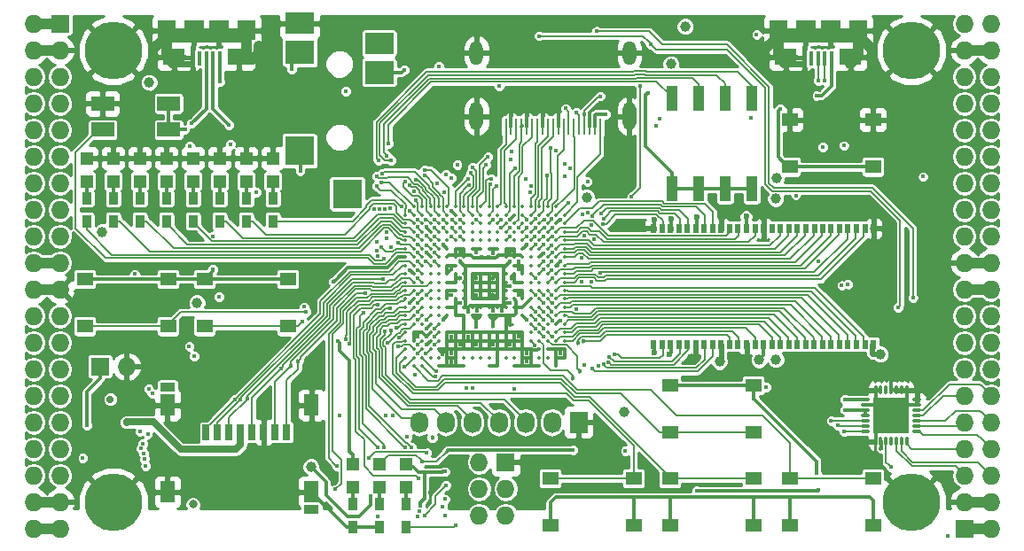
<source format=gtl>
G04 #@! TF.FileFunction,Copper,L1,Top,Signal*
%FSLAX46Y46*%
G04 Gerber Fmt 4.6, Leading zero omitted, Abs format (unit mm)*
G04 Created by KiCad (PCBNEW 4.0.7+dfsg1-1) date Wed Nov 15 16:27:29 2017*
%MOMM*%
%LPD*%
G01*
G04 APERTURE LIST*
%ADD10C,0.100000*%
%ADD11R,1.727200X1.727200*%
%ADD12O,1.727200X1.727200*%
%ADD13C,5.500000*%
%ADD14R,2.200000X1.400000*%
%ADD15R,0.900000X1.200000*%
%ADD16R,2.100000X1.600000*%
%ADD17R,1.900000X1.900000*%
%ADD18R,0.400000X1.350000*%
%ADD19R,1.800000X1.900000*%
%ADD20O,0.850000X0.300000*%
%ADD21O,0.300000X0.850000*%
%ADD22R,1.675000X1.675000*%
%ADD23R,1.727200X2.032000*%
%ADD24O,1.727200X2.032000*%
%ADD25R,1.550000X1.300000*%
%ADD26R,1.120000X2.440000*%
%ADD27C,0.350000*%
%ADD28R,1.200000X1.200000*%
%ADD29R,2.800000X2.000000*%
%ADD30R,2.800000X2.200000*%
%ADD31R,2.800000X2.800000*%
%ADD32O,1.300000X2.700000*%
%ADD33O,1.300000X2.300000*%
%ADD34R,0.250000X1.600000*%
%ADD35R,0.700000X1.500000*%
%ADD36R,1.450000X0.900000*%
%ADD37R,1.450000X2.000000*%
%ADD38R,0.560000X0.900000*%
%ADD39C,0.600000*%
%ADD40C,0.400000*%
%ADD41C,1.000000*%
%ADD42C,0.454000*%
%ADD43C,0.800000*%
%ADD44C,0.700000*%
%ADD45C,0.300000*%
%ADD46C,1.000000*%
%ADD47C,0.500000*%
%ADD48C,0.600000*%
%ADD49C,0.190000*%
%ADD50C,0.200000*%
%ADD51C,0.700000*%
%ADD52C,0.127000*%
%ADD53C,0.254000*%
G04 APERTURE END LIST*
D10*
D11*
X97910000Y-62690000D03*
D12*
X95370000Y-62690000D03*
X97910000Y-65230000D03*
X95370000Y-65230000D03*
X97910000Y-67770000D03*
X95370000Y-67770000D03*
X97910000Y-70310000D03*
X95370000Y-70310000D03*
X97910000Y-72850000D03*
X95370000Y-72850000D03*
X97910000Y-75390000D03*
X95370000Y-75390000D03*
X97910000Y-77930000D03*
X95370000Y-77930000D03*
X97910000Y-80470000D03*
X95370000Y-80470000D03*
X97910000Y-83010000D03*
X95370000Y-83010000D03*
X97910000Y-85550000D03*
X95370000Y-85550000D03*
X97910000Y-88090000D03*
X95370000Y-88090000D03*
X97910000Y-90630000D03*
X95370000Y-90630000D03*
X97910000Y-93170000D03*
X95370000Y-93170000D03*
X97910000Y-95710000D03*
X95370000Y-95710000D03*
X97910000Y-98250000D03*
X95370000Y-98250000D03*
X97910000Y-100790000D03*
X95370000Y-100790000D03*
X97910000Y-103330000D03*
X95370000Y-103330000D03*
X97910000Y-105870000D03*
X95370000Y-105870000D03*
X97910000Y-108410000D03*
X95370000Y-108410000D03*
X97910000Y-110950000D03*
X95370000Y-110950000D03*
D11*
X184270000Y-110950000D03*
D12*
X186810000Y-110950000D03*
X184270000Y-108410000D03*
X186810000Y-108410000D03*
X184270000Y-105870000D03*
X186810000Y-105870000D03*
X184270000Y-103330000D03*
X186810000Y-103330000D03*
X184270000Y-100790000D03*
X186810000Y-100790000D03*
X184270000Y-98250000D03*
X186810000Y-98250000D03*
X184270000Y-95710000D03*
X186810000Y-95710000D03*
X184270000Y-93170000D03*
X186810000Y-93170000D03*
X184270000Y-90630000D03*
X186810000Y-90630000D03*
X184270000Y-88090000D03*
X186810000Y-88090000D03*
X184270000Y-85550000D03*
X186810000Y-85550000D03*
X184270000Y-83010000D03*
X186810000Y-83010000D03*
X184270000Y-80470000D03*
X186810000Y-80470000D03*
X184270000Y-77930000D03*
X186810000Y-77930000D03*
X184270000Y-75390000D03*
X186810000Y-75390000D03*
X184270000Y-72850000D03*
X186810000Y-72850000D03*
X184270000Y-70310000D03*
X186810000Y-70310000D03*
X184270000Y-67770000D03*
X186810000Y-67770000D03*
X184270000Y-65230000D03*
X186810000Y-65230000D03*
X184270000Y-62690000D03*
X186810000Y-62690000D03*
D13*
X102990000Y-108410000D03*
X179190000Y-108410000D03*
X179190000Y-65230000D03*
X102990000Y-65230000D03*
D14*
X108274000Y-70330000D03*
X101974000Y-70330000D03*
X101974000Y-72830000D03*
X108274000Y-72830000D03*
D11*
X101720000Y-95456000D03*
D12*
X104260000Y-95456000D03*
D15*
X128390000Y-108580000D03*
X128390000Y-110780000D03*
X130930000Y-110780000D03*
X130930000Y-108580000D03*
D16*
X114980000Y-65875000D03*
X108780000Y-65875000D03*
D17*
X113080000Y-63325000D03*
X110680000Y-63325000D03*
D18*
X113180000Y-66000000D03*
X112530000Y-66000000D03*
X111880000Y-66000000D03*
X111230000Y-66000000D03*
X110580000Y-66000000D03*
D19*
X115680000Y-63325000D03*
X108080000Y-63325000D03*
D16*
X173400000Y-65875000D03*
X167200000Y-65875000D03*
D17*
X171500000Y-63325000D03*
X169100000Y-63325000D03*
D18*
X171600000Y-66000000D03*
X170950000Y-66000000D03*
X170300000Y-66000000D03*
X169650000Y-66000000D03*
X169000000Y-66000000D03*
D19*
X174100000Y-63325000D03*
X166500000Y-63325000D03*
D11*
X140455000Y-104600000D03*
D12*
X137915000Y-104600000D03*
X140455000Y-107140000D03*
X137915000Y-107140000D03*
X140455000Y-109680000D03*
X137915000Y-109680000D03*
D15*
X118230000Y-81570000D03*
X118230000Y-79370000D03*
X115690000Y-81570000D03*
X115690000Y-79370000D03*
X113150000Y-81570000D03*
X113150000Y-79370000D03*
X110610000Y-81570000D03*
X110610000Y-79370000D03*
X108070000Y-81570000D03*
X108070000Y-79370000D03*
X105530000Y-81570000D03*
X105530000Y-79370000D03*
X102990000Y-81570000D03*
X102990000Y-79370000D03*
X100450000Y-81570000D03*
X100450000Y-79370000D03*
D20*
X179735000Y-101655000D03*
X179735000Y-101155000D03*
X179735000Y-100655000D03*
X179735000Y-100155000D03*
X179735000Y-99655000D03*
X179735000Y-99155000D03*
X179735000Y-98655000D03*
D21*
X178785000Y-97705000D03*
X178285000Y-97705000D03*
X177785000Y-97705000D03*
X177285000Y-97705000D03*
X176785000Y-97705000D03*
X176285000Y-97705000D03*
X175785000Y-97705000D03*
D20*
X174835000Y-98655000D03*
X174835000Y-99155000D03*
X174835000Y-99655000D03*
X174835000Y-100155000D03*
X174835000Y-100655000D03*
X174835000Y-101155000D03*
X174835000Y-101655000D03*
D21*
X175785000Y-102605000D03*
X176285000Y-102605000D03*
X176785000Y-102605000D03*
X177285000Y-102605000D03*
X177785000Y-102605000D03*
X178285000Y-102605000D03*
X178785000Y-102605000D03*
D22*
X176447500Y-99317500D03*
X176447500Y-100992500D03*
X178122500Y-99317500D03*
X178122500Y-100992500D03*
D23*
X147440000Y-100790000D03*
D24*
X144900000Y-100790000D03*
X142360000Y-100790000D03*
X139820000Y-100790000D03*
X137280000Y-100790000D03*
X134740000Y-100790000D03*
X132200000Y-100790000D03*
D25*
X175550000Y-71870000D03*
X175550000Y-76370000D03*
X167590000Y-76370000D03*
X167590000Y-71870000D03*
X100280000Y-91610000D03*
X100280000Y-87110000D03*
X108240000Y-87110000D03*
X108240000Y-91610000D03*
X111710000Y-91610000D03*
X111710000Y-87110000D03*
X119670000Y-87110000D03*
X119670000Y-91610000D03*
X156160000Y-101770000D03*
X156160000Y-97270000D03*
X164120000Y-97270000D03*
X164120000Y-101770000D03*
X164120000Y-106160000D03*
X164120000Y-110660000D03*
X156160000Y-110660000D03*
X156160000Y-106160000D03*
X152690000Y-106160000D03*
X152690000Y-110660000D03*
X144730000Y-110660000D03*
X144730000Y-106160000D03*
X175550000Y-106160000D03*
X175550000Y-110660000D03*
X167590000Y-110660000D03*
X167590000Y-106160000D03*
D26*
X163950000Y-69815000D03*
X156330000Y-78425000D03*
X161410000Y-69815000D03*
X158870000Y-78425000D03*
X158870000Y-69815000D03*
X161410000Y-78425000D03*
X156330000Y-69815000D03*
X163950000Y-78425000D03*
D27*
X131680000Y-80200000D03*
X132480000Y-80200000D03*
X133280000Y-80200000D03*
X134080000Y-80200000D03*
X134880000Y-80200000D03*
X135680000Y-80200000D03*
X136480000Y-80200000D03*
X137280000Y-80200000D03*
X138080000Y-80200000D03*
X138880000Y-80200000D03*
X139680000Y-80200000D03*
X140480000Y-80200000D03*
X141280000Y-80200000D03*
X142080000Y-80200000D03*
X142880000Y-80200000D03*
X143680000Y-80200000D03*
X144480000Y-80200000D03*
X145280000Y-80200000D03*
X130880000Y-81000000D03*
X131680000Y-81000000D03*
X132480000Y-81000000D03*
X133280000Y-81000000D03*
X134080000Y-81000000D03*
X134880000Y-81000000D03*
X135680000Y-81000000D03*
X136480000Y-81000000D03*
X137280000Y-81000000D03*
X138080000Y-81000000D03*
X138880000Y-81000000D03*
X139680000Y-81000000D03*
X140480000Y-81000000D03*
X141280000Y-81000000D03*
X142080000Y-81000000D03*
X142880000Y-81000000D03*
X143680000Y-81000000D03*
X144480000Y-81000000D03*
X145280000Y-81000000D03*
X146080000Y-81000000D03*
X130880000Y-81800000D03*
X131680000Y-81800000D03*
X132480000Y-81800000D03*
X133280000Y-81800000D03*
X134080000Y-81800000D03*
X134880000Y-81800000D03*
X135680000Y-81800000D03*
X136480000Y-81800000D03*
X137280000Y-81800000D03*
X138080000Y-81800000D03*
X138880000Y-81800000D03*
X139680000Y-81800000D03*
X140480000Y-81800000D03*
X141280000Y-81800000D03*
X142080000Y-81800000D03*
X142880000Y-81800000D03*
X143680000Y-81800000D03*
X144480000Y-81800000D03*
X145280000Y-81800000D03*
X146080000Y-81800000D03*
X130880000Y-82600000D03*
X131680000Y-82600000D03*
X132480000Y-82600000D03*
X133280000Y-82600000D03*
X134080000Y-82600000D03*
X134880000Y-82600000D03*
X135680000Y-82600000D03*
X136480000Y-82600000D03*
X137280000Y-82600000D03*
X138080000Y-82600000D03*
X138880000Y-82600000D03*
X139680000Y-82600000D03*
X140480000Y-82600000D03*
X141280000Y-82600000D03*
X142080000Y-82600000D03*
X142880000Y-82600000D03*
X143680000Y-82600000D03*
X144480000Y-82600000D03*
X145280000Y-82600000D03*
X146080000Y-82600000D03*
X130880000Y-83400000D03*
X131680000Y-83400000D03*
X132480000Y-83400000D03*
X133280000Y-83400000D03*
X134080000Y-83400000D03*
X134880000Y-83400000D03*
X135680000Y-83400000D03*
X136480000Y-83400000D03*
X137280000Y-83400000D03*
X138080000Y-83400000D03*
X138880000Y-83400000D03*
X139680000Y-83400000D03*
X140480000Y-83400000D03*
X141280000Y-83400000D03*
X142080000Y-83400000D03*
X142880000Y-83400000D03*
X143680000Y-83400000D03*
X144480000Y-83400000D03*
X145280000Y-83400000D03*
X146080000Y-83400000D03*
X130880000Y-84200000D03*
X131680000Y-84200000D03*
X132480000Y-84200000D03*
X133280000Y-84200000D03*
X134080000Y-84200000D03*
X134880000Y-84200000D03*
X135680000Y-84200000D03*
X136480000Y-84200000D03*
X137280000Y-84200000D03*
X138080000Y-84200000D03*
X138880000Y-84200000D03*
X139680000Y-84200000D03*
X140480000Y-84200000D03*
X141280000Y-84200000D03*
X142080000Y-84200000D03*
X142880000Y-84200000D03*
X143680000Y-84200000D03*
X144480000Y-84200000D03*
X145280000Y-84200000D03*
X146080000Y-84200000D03*
X130880000Y-85000000D03*
X131680000Y-85000000D03*
X132480000Y-85000000D03*
X133280000Y-85000000D03*
X134080000Y-85000000D03*
X134880000Y-85000000D03*
X135680000Y-85000000D03*
X136480000Y-85000000D03*
X137280000Y-85000000D03*
X138080000Y-85000000D03*
X138880000Y-85000000D03*
X139680000Y-85000000D03*
X140480000Y-85000000D03*
X141280000Y-85000000D03*
X142080000Y-85000000D03*
X142880000Y-85000000D03*
X143680000Y-85000000D03*
X144480000Y-85000000D03*
X145280000Y-85000000D03*
X146080000Y-85000000D03*
X130880000Y-85800000D03*
X131680000Y-85800000D03*
X132480000Y-85800000D03*
X133280000Y-85800000D03*
X134080000Y-85800000D03*
X134880000Y-85800000D03*
X135680000Y-85800000D03*
X136480000Y-85800000D03*
X137280000Y-85800000D03*
X138080000Y-85800000D03*
X138880000Y-85800000D03*
X139680000Y-85800000D03*
X140480000Y-85800000D03*
X141280000Y-85800000D03*
X142080000Y-85800000D03*
X142880000Y-85800000D03*
X143680000Y-85800000D03*
X144480000Y-85800000D03*
X145280000Y-85800000D03*
X146080000Y-85800000D03*
X130880000Y-86600000D03*
X131680000Y-86600000D03*
X132480000Y-86600000D03*
X133280000Y-86600000D03*
X134080000Y-86600000D03*
X134880000Y-86600000D03*
X135680000Y-86600000D03*
X136480000Y-86600000D03*
X137280000Y-86600000D03*
X138080000Y-86600000D03*
X138880000Y-86600000D03*
X139680000Y-86600000D03*
X140480000Y-86600000D03*
X141280000Y-86600000D03*
X142080000Y-86600000D03*
X142880000Y-86600000D03*
X143680000Y-86600000D03*
X144480000Y-86600000D03*
X145280000Y-86600000D03*
X146080000Y-86600000D03*
X130880000Y-87400000D03*
X131680000Y-87400000D03*
X132480000Y-87400000D03*
X133280000Y-87400000D03*
X134080000Y-87400000D03*
X134880000Y-87400000D03*
X135680000Y-87400000D03*
X136480000Y-87400000D03*
X137280000Y-87400000D03*
X138080000Y-87400000D03*
X138880000Y-87400000D03*
X139680000Y-87400000D03*
X140480000Y-87400000D03*
X141280000Y-87400000D03*
X142080000Y-87400000D03*
X142880000Y-87400000D03*
X143680000Y-87400000D03*
X144480000Y-87400000D03*
X145280000Y-87400000D03*
X146080000Y-87400000D03*
X130880000Y-88200000D03*
X131680000Y-88200000D03*
X132480000Y-88200000D03*
X133280000Y-88200000D03*
X134080000Y-88200000D03*
X134880000Y-88200000D03*
X135680000Y-88200000D03*
X136480000Y-88200000D03*
X137280000Y-88200000D03*
X138080000Y-88200000D03*
X138880000Y-88200000D03*
X139680000Y-88200000D03*
X140480000Y-88200000D03*
X141280000Y-88200000D03*
X142080000Y-88200000D03*
X142880000Y-88200000D03*
X143680000Y-88200000D03*
X144480000Y-88200000D03*
X145280000Y-88200000D03*
X146080000Y-88200000D03*
X130880000Y-89000000D03*
X131680000Y-89000000D03*
X132480000Y-89000000D03*
X133280000Y-89000000D03*
X134080000Y-89000000D03*
X134880000Y-89000000D03*
X135680000Y-89000000D03*
X136480000Y-89000000D03*
X137280000Y-89000000D03*
X138080000Y-89000000D03*
X138880000Y-89000000D03*
X139680000Y-89000000D03*
X140480000Y-89000000D03*
X141280000Y-89000000D03*
X142080000Y-89000000D03*
X142880000Y-89000000D03*
X143680000Y-89000000D03*
X144480000Y-89000000D03*
X145280000Y-89000000D03*
X146080000Y-89000000D03*
X130880000Y-89800000D03*
X131680000Y-89800000D03*
X132480000Y-89800000D03*
X133280000Y-89800000D03*
X134080000Y-89800000D03*
X134880000Y-89800000D03*
X135680000Y-89800000D03*
X136480000Y-89800000D03*
X137280000Y-89800000D03*
X138080000Y-89800000D03*
X138880000Y-89800000D03*
X139680000Y-89800000D03*
X140480000Y-89800000D03*
X141280000Y-89800000D03*
X142080000Y-89800000D03*
X142880000Y-89800000D03*
X143680000Y-89800000D03*
X144480000Y-89800000D03*
X145280000Y-89800000D03*
X146080000Y-89800000D03*
X130880000Y-90600000D03*
X131680000Y-90600000D03*
X132480000Y-90600000D03*
X133280000Y-90600000D03*
X134080000Y-90600000D03*
X134880000Y-90600000D03*
X135680000Y-90600000D03*
X136480000Y-90600000D03*
X137280000Y-90600000D03*
X138080000Y-90600000D03*
X138880000Y-90600000D03*
X139680000Y-90600000D03*
X140480000Y-90600000D03*
X141280000Y-90600000D03*
X142080000Y-90600000D03*
X142880000Y-90600000D03*
X143680000Y-90600000D03*
X144480000Y-90600000D03*
X145280000Y-90600000D03*
X146080000Y-90600000D03*
X130880000Y-91400000D03*
X131680000Y-91400000D03*
X132480000Y-91400000D03*
X133280000Y-91400000D03*
X134080000Y-91400000D03*
X142880000Y-91400000D03*
X143680000Y-91400000D03*
X144480000Y-91400000D03*
X145280000Y-91400000D03*
X146080000Y-91400000D03*
X130880000Y-92200000D03*
X131680000Y-92200000D03*
X132480000Y-92200000D03*
X133280000Y-92200000D03*
X134080000Y-92200000D03*
X134880000Y-92200000D03*
X135680000Y-92200000D03*
X136480000Y-92200000D03*
X137280000Y-92200000D03*
X138080000Y-92200000D03*
X138880000Y-92200000D03*
X139680000Y-92200000D03*
X140480000Y-92200000D03*
X141280000Y-92200000D03*
X142080000Y-92200000D03*
X142880000Y-92200000D03*
X143680000Y-92200000D03*
X144480000Y-92200000D03*
X145280000Y-92200000D03*
X146080000Y-92200000D03*
X130880000Y-93000000D03*
X131680000Y-93000000D03*
X132480000Y-93000000D03*
X133280000Y-93000000D03*
X134080000Y-93000000D03*
X134880000Y-93000000D03*
X135680000Y-93000000D03*
X136480000Y-93000000D03*
X137280000Y-93000000D03*
X138080000Y-93000000D03*
X138880000Y-93000000D03*
X139680000Y-93000000D03*
X140480000Y-93000000D03*
X141280000Y-93000000D03*
X142080000Y-93000000D03*
X142880000Y-93000000D03*
X143680000Y-93000000D03*
X144480000Y-93000000D03*
X145280000Y-93000000D03*
X146080000Y-93000000D03*
X130880000Y-93800000D03*
X131680000Y-93800000D03*
X132480000Y-93800000D03*
X133280000Y-93800000D03*
X134080000Y-93800000D03*
X134880000Y-93800000D03*
X135680000Y-93800000D03*
X136480000Y-93800000D03*
X137280000Y-93800000D03*
X138080000Y-93800000D03*
X138880000Y-93800000D03*
X139680000Y-93800000D03*
X140480000Y-93800000D03*
X141280000Y-93800000D03*
X142080000Y-93800000D03*
X142880000Y-93800000D03*
X143680000Y-93800000D03*
X144480000Y-93800000D03*
X145280000Y-93800000D03*
X146080000Y-93800000D03*
X130880000Y-94600000D03*
X131680000Y-94600000D03*
X132480000Y-94600000D03*
X133280000Y-94600000D03*
X134080000Y-94600000D03*
X134880000Y-94600000D03*
X135680000Y-94600000D03*
X136480000Y-94600000D03*
X137280000Y-94600000D03*
X138080000Y-94600000D03*
X138880000Y-94600000D03*
X139680000Y-94600000D03*
X140480000Y-94600000D03*
X141280000Y-94600000D03*
X142080000Y-94600000D03*
X142880000Y-94600000D03*
X143680000Y-94600000D03*
X144480000Y-94600000D03*
X145280000Y-94600000D03*
X146080000Y-94600000D03*
X131680000Y-95400000D03*
X132480000Y-95400000D03*
X134080000Y-95400000D03*
X134880000Y-95400000D03*
X135680000Y-95400000D03*
X136480000Y-95400000D03*
X138880000Y-95400000D03*
X139680000Y-95400000D03*
X141280000Y-95400000D03*
X142080000Y-95400000D03*
X142880000Y-95400000D03*
X143680000Y-95400000D03*
X145280000Y-95400000D03*
D28*
X125850000Y-104770000D03*
X125850000Y-106970000D03*
D15*
X125850000Y-108580000D03*
X125850000Y-110780000D03*
D28*
X128390000Y-104770000D03*
X128390000Y-106970000D03*
X118230000Y-77760000D03*
X118230000Y-75560000D03*
X115690000Y-77760000D03*
X115690000Y-75560000D03*
X113150000Y-77760000D03*
X113150000Y-75560000D03*
X110610000Y-77760000D03*
X110610000Y-75560000D03*
X108070000Y-77760000D03*
X108070000Y-75560000D03*
X105530000Y-77760000D03*
X105530000Y-75560000D03*
X102990000Y-77760000D03*
X102990000Y-75560000D03*
X100450000Y-77760000D03*
X100450000Y-75560000D03*
X130930000Y-104770000D03*
X130930000Y-106970000D03*
D29*
X120780000Y-62648000D03*
D30*
X120780000Y-65448000D03*
D31*
X120780000Y-74848000D03*
X125330000Y-78948000D03*
D30*
X128380000Y-67348000D03*
D29*
X128380000Y-64548000D03*
D32*
X152280000Y-71550000D03*
X137680000Y-71550000D03*
D33*
X137680000Y-65500000D03*
D34*
X140480000Y-72500000D03*
X140980000Y-72500000D03*
X141480000Y-72500000D03*
X141980000Y-72500000D03*
X142480000Y-72500000D03*
X142980000Y-72500000D03*
X143480000Y-72500000D03*
X143980000Y-72500000D03*
X144480000Y-72500000D03*
X144980000Y-72500000D03*
X145480000Y-72500000D03*
X145980000Y-72500000D03*
X146480000Y-72500000D03*
X146980000Y-72500000D03*
X147480000Y-72500000D03*
X147980000Y-72500000D03*
X148480000Y-72500000D03*
X148980000Y-72500000D03*
X149480000Y-72500000D03*
D33*
X152280000Y-65500000D03*
D35*
X111850000Y-101750000D03*
X112950000Y-101750000D03*
X114050000Y-101750000D03*
X115150000Y-101750000D03*
X116250000Y-101750000D03*
X117350000Y-101750000D03*
X118450000Y-101750000D03*
X119550000Y-101750000D03*
D36*
X108175000Y-97450000D03*
X121925000Y-109100000D03*
D37*
X121925000Y-99150000D03*
X108175000Y-99150000D03*
X108175000Y-107450000D03*
X121925000Y-107450000D03*
D38*
X175580000Y-82270000D03*
X154580000Y-93330000D03*
X155387600Y-93330000D03*
X156195300Y-93330000D03*
X157003000Y-93330000D03*
X157810700Y-93330000D03*
X158618400Y-93330000D03*
X159426100Y-93330000D03*
X160233800Y-93330000D03*
X161041500Y-93330000D03*
X161849200Y-93330000D03*
X162656900Y-93330000D03*
X163464600Y-93330000D03*
X164272300Y-93330000D03*
X165080000Y-93330000D03*
X165887700Y-93330000D03*
X166695400Y-93330000D03*
X167503100Y-93330000D03*
X168310800Y-93330000D03*
X169118500Y-93330000D03*
X169926200Y-93330000D03*
X170733900Y-93330000D03*
X171541600Y-93330000D03*
X172349300Y-93330000D03*
X173157000Y-93330000D03*
X173964700Y-93330000D03*
X174772400Y-93330000D03*
X175580000Y-93330000D03*
X174772400Y-82270000D03*
X173964700Y-82270000D03*
X173157000Y-82270000D03*
X172349300Y-82270000D03*
X171541600Y-82270000D03*
X170772400Y-82270000D03*
X169964700Y-82270000D03*
X169118500Y-82270000D03*
X168310800Y-82270000D03*
X167503100Y-82270000D03*
X166695400Y-82270000D03*
X165887700Y-82270000D03*
X165080000Y-82270000D03*
X164272300Y-82270000D03*
X163464600Y-82270000D03*
X162656900Y-82270000D03*
X161849200Y-82270000D03*
X161041500Y-82270000D03*
X160233800Y-82270000D03*
X159426100Y-82270000D03*
X158618400Y-82270000D03*
X157810700Y-82270000D03*
X157003000Y-82270000D03*
X156195300Y-82270000D03*
X155387600Y-82270000D03*
X154580000Y-82270000D03*
D39*
X123437000Y-108972000D03*
D40*
X132871770Y-84533979D03*
X132862998Y-82124544D03*
X131278306Y-86213101D03*
X135281276Y-80583119D03*
X131279502Y-89407325D03*
X170309539Y-85441529D03*
X145698456Y-91073766D03*
D39*
X156262773Y-81349374D03*
X154657528Y-81463649D03*
D41*
X158233687Y-94760979D03*
D40*
X145672808Y-85396062D03*
X144103186Y-84622010D03*
X133216000Y-107465000D03*
X137680000Y-88600000D03*
X142480000Y-95000000D03*
X141680000Y-92600000D03*
X140836000Y-84534000D03*
X135284627Y-94985297D03*
X135288625Y-94225619D03*
X134455822Y-94267172D03*
X136095958Y-93369652D03*
D42*
X139264636Y-91615205D03*
D41*
X116880503Y-64802940D03*
X106974809Y-64953974D03*
X175210328Y-64948943D03*
X165417246Y-64954666D03*
D40*
X175495631Y-71457432D03*
X145680000Y-94177990D03*
X177285000Y-95710000D03*
D41*
X177229911Y-82281349D03*
D39*
X164741832Y-81130572D03*
X161067993Y-81216119D03*
D41*
X162992748Y-94820185D03*
D40*
X140880000Y-81400000D03*
X136085174Y-89394826D03*
X145680000Y-81400000D03*
X140874194Y-91433353D03*
X142480000Y-94200000D03*
X140880000Y-93400000D03*
X139280000Y-93400000D03*
X137680000Y-93400000D03*
X136880000Y-92600000D03*
X135280000Y-92600000D03*
X132880000Y-91800000D03*
X132880000Y-93400000D03*
D42*
X141042859Y-86994997D03*
X139280000Y-87000000D03*
X136110990Y-86995403D03*
X137680000Y-87000000D03*
X136080000Y-84600000D03*
X139280000Y-88600000D03*
D40*
X127586603Y-107875044D03*
D41*
X166343357Y-77477990D03*
D40*
X172564535Y-87722010D03*
D41*
X121861867Y-105030174D03*
D40*
X150030853Y-71331848D03*
D41*
X156235582Y-66548363D03*
X166248957Y-79408030D03*
X101932065Y-82585048D03*
X106417803Y-68312483D03*
X166280000Y-94800000D03*
X157600000Y-62944000D03*
X176254940Y-94288458D03*
D40*
X180340784Y-77316932D03*
X109828000Y-72830000D03*
D39*
X154683145Y-94115840D03*
D40*
X148271935Y-77777990D03*
D43*
X110593913Y-108636458D03*
D41*
X160884708Y-94994498D03*
D39*
X156077107Y-94326957D03*
D40*
X173137949Y-87594275D03*
D41*
X148202454Y-79278787D03*
D44*
X102710050Y-98594954D03*
D40*
X154794000Y-72426000D03*
X129005202Y-100174798D03*
X137659051Y-91638034D03*
X139820000Y-68665673D03*
X172834633Y-99599920D03*
X172879922Y-98618650D03*
X176305593Y-103279812D03*
X165349214Y-97422919D03*
X164433885Y-63737451D03*
X134079160Y-66786153D03*
X116654336Y-78777990D03*
D39*
X163422030Y-81120665D03*
X158680000Y-81210838D03*
D40*
X112515000Y-83010000D03*
X100080000Y-104200000D03*
X113080000Y-88800000D03*
D41*
X164653770Y-94825547D03*
D40*
X135273306Y-88618602D03*
X139272517Y-84611349D03*
X137680556Y-84534085D03*
X141680000Y-86200000D03*
X135280000Y-86200000D03*
X132880000Y-92600000D03*
X132080000Y-92600000D03*
X141680000Y-88600000D03*
X141680000Y-85400000D03*
X121401947Y-90251871D03*
X129988160Y-91721995D03*
X130302262Y-92700329D03*
X121041200Y-91125073D03*
D41*
X110991000Y-89360000D03*
D40*
X142480000Y-91000000D03*
X142480000Y-83800000D03*
X134480000Y-83800000D03*
X134480000Y-91000000D03*
X125193541Y-69156848D03*
X105037711Y-86632990D03*
X155149360Y-71764535D03*
X170182962Y-69571012D03*
X170362901Y-107286196D03*
X158716651Y-107325176D03*
X128216338Y-109760338D03*
X132708000Y-109680000D03*
X137295592Y-97538017D03*
X134750646Y-106810513D03*
X133680000Y-91800000D03*
X136740903Y-97514503D03*
X134675868Y-108131585D03*
D42*
X133449289Y-102232615D03*
D40*
X133680000Y-92600000D03*
X132936956Y-103711000D03*
X127385678Y-104203668D03*
X133685482Y-93402296D03*
X134463998Y-108841973D03*
X131039072Y-102187000D03*
X131808905Y-96227367D03*
X134636872Y-109719950D03*
X132846234Y-94197073D03*
X120834553Y-76779094D03*
X130761990Y-67119621D03*
X147186000Y-71200000D03*
X147983153Y-71347080D03*
X149475951Y-69619684D03*
X153297112Y-68608292D03*
X177926984Y-89812061D03*
X154329326Y-64643767D03*
X152497066Y-79193467D03*
X146481406Y-79819384D03*
X143650666Y-63862520D03*
X179351513Y-88868327D03*
X149134122Y-63424051D03*
X140035989Y-81400000D03*
X115759823Y-98502036D03*
X132083026Y-86260405D03*
X128776655Y-87135140D03*
X119008515Y-95662939D03*
D42*
X119978162Y-95412951D03*
X120634035Y-94977604D03*
D40*
X113212238Y-68244401D03*
X146180000Y-70800000D03*
X131453853Y-103208291D03*
X149771692Y-81825658D03*
X144080000Y-86200000D03*
X149520824Y-86534121D03*
X144894316Y-86977564D03*
X144873936Y-83860397D03*
X149549750Y-80868432D03*
D42*
X147355672Y-93219294D03*
D40*
X144113248Y-92588762D03*
X144875155Y-86218896D03*
X149846468Y-81303978D03*
X144916886Y-83016385D03*
X148719886Y-81056015D03*
D42*
X147915304Y-93063131D03*
D40*
X144882352Y-92577990D03*
X148747982Y-95669626D03*
X144891634Y-91073766D03*
X149795895Y-95251084D03*
X144867244Y-90229755D03*
X150278898Y-95040253D03*
X144892596Y-89385743D03*
X150345974Y-94517527D03*
X144877648Y-88622010D03*
X150889207Y-94332565D03*
X143280000Y-87000000D03*
X130807074Y-95454141D03*
X130171404Y-93544341D03*
X132080000Y-93400000D03*
X129196652Y-93209125D03*
X133852393Y-95875797D03*
X141280000Y-97600000D03*
X133762848Y-96395146D03*
X132080000Y-94200000D03*
X128610772Y-84072485D03*
X105895603Y-103765816D03*
X130839486Y-103208291D03*
X132075624Y-89410644D03*
X129449238Y-89926948D03*
X128806823Y-103185900D03*
X128251440Y-89564206D03*
X132162861Y-106185868D03*
X132880000Y-88600000D03*
X124329568Y-104994951D03*
X127040053Y-88481065D03*
X132080000Y-87000000D03*
X125499542Y-93250681D03*
X124202418Y-107207639D03*
X132024412Y-109766775D03*
X110313517Y-74380698D03*
X132219727Y-109277292D03*
X114166000Y-74247000D03*
X135315381Y-81391918D03*
X135280062Y-77463305D03*
X134471370Y-81406751D03*
X134758050Y-77130140D03*
X132761172Y-77202673D03*
X132737245Y-76676207D03*
X128644933Y-77050030D03*
X128152012Y-77257840D03*
X128125571Y-78233647D03*
X110718734Y-94451783D03*
X128590544Y-77894041D03*
X110249038Y-93533767D03*
X106368514Y-97613395D03*
X131253134Y-78134216D03*
X132783339Y-81400004D03*
X106741168Y-98035405D03*
X131709326Y-78745875D03*
X132079024Y-82984045D03*
X129109095Y-82655074D03*
X105572759Y-101661319D03*
X132880889Y-83897835D03*
X129054383Y-83179239D03*
X106281049Y-101893466D03*
X129487667Y-84079929D03*
X132083682Y-83828056D03*
X105813763Y-102819336D03*
X132062099Y-84533979D03*
X128165458Y-83528763D03*
X105627254Y-103312241D03*
X128183315Y-84380742D03*
X105992720Y-104283802D03*
X133671942Y-84595200D03*
X132834641Y-85377990D03*
X128203260Y-84907376D03*
X106088753Y-104974041D03*
D42*
X146862501Y-96617499D03*
X147534467Y-95913260D03*
D40*
X147927932Y-95329243D03*
X143280000Y-91000000D03*
X149284391Y-95377990D03*
X144077013Y-90266968D03*
X147207648Y-89973043D03*
X144076240Y-89395301D03*
X143281824Y-90201951D03*
X144102010Y-85397219D03*
X147687522Y-85093328D03*
X144868096Y-85371354D03*
X148610669Y-81900026D03*
X144102010Y-83000000D03*
X144888125Y-82172374D03*
X147695541Y-87377990D03*
X144082832Y-88584510D03*
X148688598Y-87378077D03*
X143278026Y-88595030D03*
X144125486Y-82186468D03*
X148298275Y-80739810D03*
X144876540Y-81328363D03*
X147802234Y-80917812D03*
X139280000Y-81400000D03*
X139578623Y-78205862D03*
X139034115Y-78040948D03*
X139046749Y-77514088D03*
X138580000Y-76200000D03*
X138779198Y-75400762D03*
X137680000Y-81400000D03*
X137308732Y-76415018D03*
X137106948Y-76979922D03*
X136859538Y-77550820D03*
X136922059Y-78097889D03*
X136096392Y-81395070D03*
X135830698Y-76200613D03*
X148878722Y-83261032D03*
X144915665Y-84598743D03*
X148001372Y-82958777D03*
X144103186Y-83777990D03*
X142841210Y-78784254D03*
X142473549Y-82998913D03*
X142864275Y-78217369D03*
X142437464Y-82181475D03*
X146089079Y-77300571D03*
X144144931Y-81387081D03*
X144394875Y-77219934D03*
X146577729Y-76500816D03*
X143281475Y-82206074D03*
X146130802Y-76060132D03*
X143300920Y-81377293D03*
X145255695Y-74817220D03*
X141662690Y-82207782D03*
X142456909Y-81405800D03*
X140030954Y-82200000D03*
X141342967Y-76554996D03*
X141046643Y-74873804D03*
X140864029Y-83041403D03*
X140874966Y-82177164D03*
X140980062Y-75681941D03*
X115149319Y-98625494D03*
X132872609Y-82968555D03*
X132080007Y-82103333D03*
X132080000Y-81400000D03*
X131847310Y-79589886D03*
X130856828Y-77786820D03*
X131923295Y-77584853D03*
X133648389Y-82190597D03*
X133627359Y-81414685D03*
X129477855Y-92000822D03*
X132880000Y-91000000D03*
X128879646Y-92111037D03*
X132077648Y-90977990D03*
X131275302Y-80595752D03*
X130489904Y-80167235D03*
X128823114Y-85153560D03*
X132072985Y-85377990D03*
X134476508Y-82180155D03*
X133942383Y-77980766D03*
X163908850Y-71651861D03*
X135656559Y-110610712D03*
X132468001Y-104503413D03*
X146844288Y-103452739D03*
X132285867Y-108754446D03*
X134707351Y-105508447D03*
D44*
X104260000Y-100790000D03*
D40*
X114604320Y-98573680D03*
X112515000Y-86185000D03*
X164144561Y-98511733D03*
X169506589Y-107953726D03*
X170157734Y-105666345D03*
X170735900Y-74464979D03*
X143257990Y-83000000D03*
X168166438Y-79108038D03*
X151896383Y-103510715D03*
X114039000Y-72342000D03*
X110483000Y-72215000D03*
X143269694Y-93414905D03*
X177274002Y-105079115D03*
X172761273Y-101651681D03*
X143280000Y-91800000D03*
X172193360Y-101105663D03*
X144064831Y-91877646D03*
X171540304Y-100645743D03*
X144080000Y-91000000D03*
X154052298Y-69302298D03*
X128333179Y-75769807D03*
X134613000Y-78819000D03*
X135280000Y-83022010D03*
X135320520Y-82196441D03*
X129493343Y-75737814D03*
X136080000Y-82200000D03*
X129125079Y-75315804D03*
X136080000Y-83000000D03*
X129252218Y-74142461D03*
X142377451Y-77497451D03*
X172746637Y-74347988D03*
X143280000Y-83800000D03*
X170300000Y-68151000D03*
X170950000Y-68125562D03*
X125167387Y-92841517D03*
X121206217Y-89762554D03*
X132082956Y-90210779D03*
X182675150Y-111637626D03*
X124027706Y-87347706D03*
X124027707Y-87347707D03*
X166678914Y-70803555D03*
X129660000Y-100155000D03*
X124580000Y-100155000D03*
X132084049Y-88558274D03*
X126880008Y-90276109D03*
X128280000Y-103200000D03*
X100450000Y-101044000D03*
X120008000Y-67008000D03*
X127889625Y-80407426D03*
X133680000Y-85400000D03*
X130204628Y-83599483D03*
X128416582Y-80399850D03*
X133680000Y-83800000D03*
X128943593Y-80399729D03*
X133680000Y-83000000D03*
X129457990Y-80285112D03*
X144780000Y-74590382D03*
X124453000Y-93043000D03*
X137689001Y-90122990D03*
D41*
X151758000Y-99774000D03*
D40*
X136885174Y-90194826D03*
X140094890Y-90122990D03*
X139280000Y-90122990D03*
X140880000Y-89400000D03*
X140880000Y-87800000D03*
X140880000Y-85400000D03*
D42*
X136080000Y-85400000D03*
D45*
X148480000Y-71200000D02*
X149230000Y-70450000D01*
X148480000Y-72500000D02*
X148480000Y-71200000D01*
X145480000Y-72500000D02*
X145480000Y-71200000D01*
X143980000Y-72500000D02*
X143980000Y-71200000D01*
X142480000Y-72500000D02*
X142480000Y-71450000D01*
X142480000Y-71200000D02*
X142480000Y-71450000D01*
X140980000Y-72500000D02*
X140980000Y-71200000D01*
X134455822Y-94267172D02*
X134455822Y-94224178D01*
X134455822Y-94224178D02*
X134880000Y-93800000D01*
X123437000Y-108972000D02*
X125245000Y-110780000D01*
X125245000Y-110780000D02*
X125850000Y-110780000D01*
X125850000Y-110780000D02*
X125889531Y-110819531D01*
X125889531Y-110819531D02*
X126234488Y-110819531D01*
X126234488Y-110819531D02*
X126274019Y-110780000D01*
X126274019Y-110780000D02*
X127640000Y-110780000D01*
X127640000Y-110780000D02*
X128390000Y-110780000D01*
X121930000Y-107465000D02*
X123437000Y-108972000D01*
D46*
X184270000Y-65230000D02*
X186810000Y-65230000D01*
X184270000Y-85550000D02*
X186810000Y-85550000D01*
X184270000Y-108410000D02*
X186810000Y-108410000D01*
X95370000Y-108410000D02*
X97910000Y-108410000D01*
D47*
X97910000Y-88090000D02*
X98956608Y-87043392D01*
D45*
X98956608Y-87043392D02*
X98974574Y-87043392D01*
D47*
X97910000Y-88090000D02*
X99013590Y-89193590D01*
D45*
X99013590Y-89193590D02*
X99060056Y-89193590D01*
D46*
X95370000Y-88090000D02*
X97910000Y-88090000D01*
X95370000Y-65230000D02*
X97910000Y-65230000D01*
D45*
X139264636Y-90984636D02*
X139295364Y-90984636D01*
X139295364Y-90984636D02*
X139680000Y-90600000D01*
X132871770Y-84591770D02*
X132871770Y-84533979D01*
X133280000Y-85000000D02*
X132871770Y-84591770D01*
X133280000Y-82600000D02*
X132862998Y-82182998D01*
X132862998Y-82182998D02*
X132862998Y-82124544D01*
X131293101Y-86213101D02*
X131278306Y-86213101D01*
X131680000Y-86600000D02*
X131293101Y-86213101D01*
X140480000Y-90600000D02*
X140480000Y-92200000D01*
X135281276Y-80601276D02*
X135281276Y-80583119D01*
X135680000Y-81000000D02*
X135281276Y-80601276D01*
X131279502Y-89400498D02*
X131279502Y-89407325D01*
X131680000Y-89000000D02*
X131279502Y-89400498D01*
X145280000Y-91400000D02*
X145606234Y-91073766D01*
X145606234Y-91073766D02*
X145698456Y-91073766D01*
X156280000Y-82270000D02*
X156280000Y-81366601D01*
X156280000Y-81366601D02*
X156262773Y-81349374D01*
X154680000Y-81486121D02*
X154657528Y-81463649D01*
X154680000Y-82270000D02*
X154680000Y-81486121D01*
X158680000Y-93330000D02*
X158680000Y-94314666D01*
X158680000Y-94314666D02*
X158233687Y-94760979D01*
X145672808Y-85407192D02*
X145672808Y-85396062D01*
X145280000Y-85800000D02*
X145672808Y-85407192D01*
X143680000Y-85000000D02*
X144057990Y-84622010D01*
X144057990Y-84622010D02*
X144103186Y-84622010D01*
X137280000Y-89000000D02*
X137680000Y-88600000D01*
X142480000Y-94600000D02*
X142880000Y-94600000D01*
X142080000Y-94600000D02*
X142480000Y-94600000D01*
X142480000Y-94600000D02*
X142480000Y-95000000D01*
X141680000Y-92200000D02*
X142080000Y-92200000D01*
X141280000Y-92200000D02*
X141680000Y-92200000D01*
X141680000Y-92200000D02*
X141680000Y-92600000D01*
X141280000Y-84200000D02*
X141170000Y-84200000D01*
X141170000Y-84200000D02*
X140836000Y-84534000D01*
X135284627Y-95395373D02*
X135284627Y-95268139D01*
X135280000Y-95400000D02*
X135284627Y-95395373D01*
X135284627Y-95268139D02*
X135284627Y-94985297D01*
X135288625Y-93942777D02*
X135288625Y-94225619D01*
X135288625Y-93808625D02*
X135288625Y-93942777D01*
X135280000Y-93800000D02*
X135288625Y-93808625D01*
X134455822Y-94175822D02*
X134455822Y-94267172D01*
X134080000Y-93800000D02*
X134455822Y-94175822D01*
X145280000Y-94600000D02*
X145280000Y-95400000D01*
X143498655Y-93891906D02*
X143590561Y-93800000D01*
X143040733Y-93891906D02*
X143498655Y-93891906D01*
X142880000Y-93800000D02*
X142948827Y-93800000D01*
X142948827Y-93800000D02*
X143040733Y-93891906D01*
X143590561Y-93800000D02*
X143680000Y-93800000D01*
X145280000Y-93800000D02*
X144480000Y-93800000D01*
X146080000Y-94600000D02*
X146080000Y-93800000D01*
X145280000Y-94600000D02*
X146080000Y-94600000D01*
X142080000Y-95400000D02*
X142080000Y-94600000D01*
X142880000Y-95400000D02*
X142880000Y-94600000D01*
X142880000Y-95400000D02*
X143680000Y-95400000D01*
X142080000Y-95400000D02*
X142880000Y-95400000D01*
X141280000Y-95400000D02*
X142080000Y-95400000D01*
X142080000Y-93000000D02*
X142080000Y-93800000D01*
X138880000Y-92200000D02*
X138880000Y-93000000D01*
X139680000Y-92200000D02*
X139680000Y-93000000D01*
X140480000Y-93000000D02*
X140480000Y-92200000D01*
X141280000Y-93000000D02*
X141280000Y-92200000D01*
X142080000Y-93000000D02*
X141280000Y-93000000D01*
X142080000Y-92200000D02*
X142080000Y-93000000D01*
X140480000Y-92200000D02*
X141280000Y-92200000D01*
X139680000Y-92200000D02*
X140480000Y-92200000D01*
X138880000Y-92200000D02*
X139680000Y-92200000D01*
X138080000Y-92200000D02*
X138880000Y-92200000D01*
X136095958Y-93086810D02*
X136095958Y-93369652D01*
X136080000Y-93000000D02*
X136095958Y-93015958D01*
X136095958Y-93015958D02*
X136095958Y-93086810D01*
X139264636Y-91294179D02*
X139264636Y-91615205D01*
X139264636Y-90984636D02*
X139264636Y-91294179D01*
X138880000Y-90600000D02*
X139264636Y-90984636D01*
D46*
X116880503Y-65510046D02*
X116880503Y-64802940D01*
X116265561Y-66124988D02*
X116880503Y-65510046D01*
X115680000Y-65910000D02*
X115894988Y-66124988D01*
X115680000Y-63960000D02*
X115680000Y-65910000D01*
X115894988Y-66124988D02*
X116265561Y-66124988D01*
X107474808Y-64453975D02*
X106974809Y-64953974D01*
X107968783Y-63960000D02*
X107474808Y-64453975D01*
X108080000Y-63960000D02*
X107968783Y-63960000D01*
X174710329Y-64448944D02*
X175210328Y-64948943D01*
X174100000Y-63960000D02*
X174221385Y-63960000D01*
X174221385Y-63960000D02*
X174710329Y-64448944D01*
X165917245Y-64454667D02*
X165417246Y-64954666D01*
X166411912Y-63960000D02*
X165917245Y-64454667D01*
X166500000Y-63960000D02*
X166411912Y-63960000D01*
D45*
X175495631Y-71740274D02*
X175495631Y-71457432D01*
X175495631Y-72230631D02*
X175495631Y-71740274D01*
X175535000Y-72270000D02*
X175495631Y-72230631D01*
D48*
X108780000Y-66510000D02*
X110455000Y-66510000D01*
D45*
X110455000Y-66510000D02*
X110580000Y-66635000D01*
D46*
X108080000Y-63960000D02*
X108080000Y-65810000D01*
X108080000Y-65810000D02*
X108780000Y-66510000D01*
X115680000Y-63960000D02*
X115680000Y-65810000D01*
D45*
X115680000Y-65810000D02*
X114980000Y-66510000D01*
D46*
X113080000Y-63960000D02*
X115680000Y-63960000D01*
X110680000Y-63960000D02*
X113080000Y-63960000D01*
X108080000Y-63960000D02*
X110680000Y-63960000D01*
D48*
X167200000Y-66510000D02*
X168875000Y-66510000D01*
D45*
X168875000Y-66510000D02*
X169000000Y-66635000D01*
D46*
X174100000Y-63960000D02*
X174100000Y-65810000D01*
X174100000Y-65810000D02*
X173400000Y-66510000D01*
X166500000Y-63960000D02*
X166500000Y-65810000D01*
X166500000Y-65810000D02*
X167200000Y-66510000D01*
X171500000Y-63960000D02*
X174100000Y-63960000D01*
X169100000Y-63960000D02*
X171500000Y-63960000D01*
X166500000Y-63960000D02*
X169100000Y-63960000D01*
D45*
X145680000Y-93800000D02*
X145680000Y-94177990D01*
X178785000Y-97705000D02*
X178785000Y-98655000D01*
X178785000Y-98655000D02*
X178122500Y-99317500D01*
X176285000Y-97705000D02*
X175785000Y-97705000D01*
X175785000Y-102605000D02*
X175785000Y-101655000D01*
X175785000Y-101655000D02*
X176447500Y-100992500D01*
X178122500Y-99317500D02*
X178122500Y-100992500D01*
X176447500Y-99317500D02*
X178122500Y-99317500D01*
X176447500Y-100992500D02*
X178122500Y-100992500D01*
X177285000Y-97705000D02*
X177285000Y-95710000D01*
X178122500Y-99317500D02*
X178285000Y-99155000D01*
X178285000Y-99155000D02*
X179735000Y-99155000D01*
X179735000Y-98655000D02*
X179735000Y-99155000D01*
X177785000Y-97705000D02*
X177920000Y-97705000D01*
X177920000Y-97705000D02*
X178285000Y-97705000D01*
X178285000Y-97705000D02*
X178785000Y-97705000D01*
X177285000Y-97705000D02*
X177785000Y-97705000D01*
X175785000Y-97705000D02*
X175785000Y-98655000D01*
X175785000Y-98655000D02*
X176447500Y-99317500D01*
X174835000Y-99155000D02*
X176285000Y-99155000D01*
X176285000Y-99155000D02*
X176447500Y-99317500D01*
X177241260Y-82270000D02*
X177229911Y-82281349D01*
X164941831Y-81330571D02*
X164741832Y-81130572D01*
X165080000Y-81468740D02*
X164941831Y-81330571D01*
X165080000Y-82270000D02*
X165080000Y-81468740D01*
X161080000Y-81228126D02*
X161067993Y-81216119D01*
X161080000Y-82270000D02*
X161080000Y-81228126D01*
D47*
X175480000Y-82270000D02*
X177241260Y-82270000D01*
D45*
X163192747Y-94620186D02*
X162992748Y-94820185D01*
X163480000Y-94332933D02*
X163192747Y-94620186D01*
X163480000Y-93330000D02*
X163480000Y-94332933D01*
X141280000Y-81000000D02*
X140880000Y-81400000D01*
X135685174Y-89394826D02*
X135802332Y-89394826D01*
X135680000Y-89400000D02*
X135685174Y-89394826D01*
X135802332Y-89394826D02*
X136085174Y-89394826D01*
X135054999Y-84825001D02*
X137080000Y-84825001D01*
X137280000Y-85000000D02*
X137105001Y-84825001D01*
X137105001Y-84825001D02*
X137080000Y-84825001D01*
X138280000Y-85088351D02*
X137368351Y-85088351D01*
X137368351Y-85088351D02*
X137280000Y-85000000D01*
X139680000Y-86600000D02*
X139280000Y-87000000D01*
X139680000Y-88200000D02*
X139680000Y-89000000D01*
X139680000Y-87400000D02*
X139680000Y-88200000D01*
X139680000Y-86600000D02*
X139680000Y-87400000D01*
X137280000Y-88200000D02*
X137280000Y-89000000D01*
X137280000Y-87400000D02*
X137280000Y-88200000D01*
X137280000Y-86600000D02*
X137280000Y-87400000D01*
X138880000Y-87400000D02*
X138880000Y-88200000D01*
X138880000Y-86600000D02*
X138880000Y-87400000D01*
X138080000Y-87400000D02*
X138080000Y-86600000D01*
X138080000Y-88200000D02*
X138080000Y-87400000D01*
X138080000Y-89000000D02*
X138080000Y-88200000D01*
X138080000Y-88200000D02*
X138880000Y-88200000D01*
X138080000Y-87400000D02*
X138880000Y-87400000D01*
X137280000Y-87400000D02*
X138080000Y-87400000D01*
X145454999Y-81625001D02*
X145680000Y-81400000D01*
X145280000Y-81800000D02*
X145454999Y-81625001D01*
X141480000Y-89800000D02*
X141480000Y-89200000D01*
X141480000Y-89200000D02*
X141280000Y-89000000D01*
X141280000Y-89800000D02*
X141480000Y-89800000D01*
X141480000Y-89800000D02*
X142080000Y-89800000D01*
X141454999Y-90425001D02*
X141454999Y-89825001D01*
X141454999Y-89825001D02*
X141480000Y-89800000D01*
X140874194Y-90605806D02*
X140874194Y-91150511D01*
X140880000Y-90600000D02*
X140874194Y-90605806D01*
X140874194Y-91150511D02*
X140874194Y-91433353D01*
X140480000Y-90600000D02*
X140880000Y-90600000D01*
X140880000Y-90600000D02*
X141280000Y-90600000D01*
X139680000Y-90600000D02*
X140480000Y-90600000D01*
X138880000Y-90600000D02*
X139680000Y-90600000D01*
X141280000Y-85000000D02*
X141280000Y-84800000D01*
X141280000Y-84200000D02*
X141280000Y-85000000D01*
X140480000Y-84200000D02*
X141280000Y-84200000D01*
X141280000Y-84800000D02*
X141280000Y-84200000D01*
X141905001Y-84825001D02*
X141305001Y-84825001D01*
X141305001Y-84825001D02*
X141280000Y-84800000D01*
X140480000Y-85000000D02*
X140480000Y-84200000D01*
X139680000Y-85000000D02*
X139680000Y-84898347D01*
X139680000Y-84898347D02*
X139753346Y-84825001D01*
X138280000Y-85088351D02*
X138680000Y-85088351D01*
X138280000Y-85088351D02*
X139489996Y-85088351D01*
X138080000Y-85000000D02*
X138191649Y-85000000D01*
X138191649Y-85000000D02*
X138280000Y-85088351D01*
X138880000Y-85000000D02*
X138768351Y-85000000D01*
X138768351Y-85000000D02*
X138680000Y-85088351D01*
X135680000Y-84200000D02*
X135680000Y-84800000D01*
X135680000Y-84800000D02*
X135680000Y-85000000D01*
X135054999Y-84825001D02*
X135654999Y-84825001D01*
X135654999Y-84825001D02*
X135680000Y-84800000D01*
X136480000Y-85000000D02*
X136480000Y-84200000D01*
X134880000Y-85000000D02*
X135054999Y-84825001D01*
X138880000Y-87400000D02*
X139680000Y-87400000D01*
X138880000Y-88200000D02*
X138880000Y-89000000D01*
X138880000Y-88200000D02*
X139680000Y-88200000D01*
X137280000Y-88200000D02*
X138080000Y-88200000D01*
X141280000Y-90600000D02*
X141454999Y-90425001D01*
D47*
X115690000Y-75610980D02*
X118230000Y-75610980D01*
X113150000Y-75610980D02*
X115690000Y-75610980D01*
X110610000Y-75610980D02*
X113150000Y-75610980D01*
X108070000Y-75610980D02*
X110610000Y-75610980D01*
X105530000Y-75610980D02*
X108070000Y-75610980D01*
X102990000Y-75610980D02*
X105530000Y-75610980D01*
X100450000Y-75610980D02*
X102990000Y-75610980D01*
D45*
X142080000Y-89800000D02*
X142880000Y-89000000D01*
X145680000Y-93800000D02*
X145280000Y-93800000D01*
X146080000Y-93800000D02*
X145680000Y-93800000D01*
X135680000Y-89400000D02*
X135680000Y-89800000D01*
X135680000Y-89000000D02*
X135680000Y-89400000D01*
X135280000Y-95400000D02*
X135680000Y-95400000D01*
X134880000Y-95400000D02*
X135280000Y-95400000D01*
X135280000Y-93800000D02*
X135680000Y-93800000D01*
X134880000Y-93800000D02*
X135280000Y-93800000D01*
X142480000Y-93800000D02*
X142080000Y-93800000D01*
X142880000Y-93800000D02*
X142480000Y-93800000D01*
X142480000Y-93800000D02*
X142480000Y-94200000D01*
X140880000Y-93000000D02*
X141280000Y-93000000D01*
X140480000Y-93000000D02*
X140880000Y-93000000D01*
X140880000Y-93000000D02*
X140880000Y-93400000D01*
X139280000Y-93000000D02*
X138880000Y-93000000D01*
X139680000Y-93000000D02*
X139280000Y-93000000D01*
X139280000Y-93000000D02*
X139280000Y-93400000D01*
X137680000Y-93000000D02*
X137280000Y-93000000D01*
X137680000Y-93000000D02*
X137680000Y-93400000D01*
X138080000Y-93000000D02*
X137680000Y-93000000D01*
X136080000Y-93000000D02*
X135680000Y-93000000D01*
X136480000Y-93000000D02*
X136080000Y-93000000D01*
X136880000Y-93000000D02*
X136480000Y-93000000D01*
X137280000Y-93000000D02*
X136880000Y-93000000D01*
X136880000Y-93000000D02*
X136880000Y-92600000D01*
X135280000Y-93000000D02*
X135680000Y-93000000D01*
X134880000Y-93000000D02*
X135280000Y-93000000D01*
X135280000Y-93000000D02*
X135280000Y-92600000D01*
X133280000Y-91400000D02*
X132880000Y-91800000D01*
X133280000Y-93000000D02*
X132880000Y-93400000D01*
X139753346Y-84825001D02*
X141905001Y-84825001D01*
X139489996Y-85088351D02*
X139753346Y-84825001D01*
X141905001Y-84825001D02*
X142080000Y-85000000D01*
X141042859Y-86837141D02*
X141042859Y-86994997D01*
X141280000Y-86600000D02*
X141042859Y-86837141D01*
X135684597Y-86995403D02*
X135789964Y-86995403D01*
X135680000Y-87000000D02*
X135684597Y-86995403D01*
X135789964Y-86995403D02*
X136110990Y-86995403D01*
X135680000Y-87000000D02*
X135680000Y-86600000D01*
X135680000Y-87400000D02*
X135680000Y-87000000D01*
X136480000Y-90600000D02*
X136480000Y-92200000D01*
X139680000Y-89000000D02*
X139280000Y-88600000D01*
X137280000Y-86600000D02*
X137680000Y-87000000D01*
X136480000Y-84200000D02*
X136080000Y-84600000D01*
X141280000Y-86600000D02*
X141280000Y-87400000D01*
X142080000Y-87400000D02*
X141280000Y-87400000D01*
X135680000Y-84200000D02*
X136480000Y-84200000D01*
X134880000Y-87400000D02*
X135680000Y-87400000D01*
X138880000Y-86600000D02*
X139680000Y-86600000D01*
X138080000Y-86600000D02*
X138880000Y-86600000D01*
X137280000Y-86600000D02*
X138080000Y-86600000D01*
X138880000Y-89000000D02*
X139680000Y-89000000D01*
X138080000Y-89000000D02*
X138880000Y-89000000D01*
X137280000Y-89000000D02*
X138080000Y-89000000D01*
X135680000Y-89800000D02*
X134880000Y-89800000D01*
X135680000Y-90600000D02*
X135680000Y-89800000D01*
X135680000Y-90600000D02*
X136480000Y-90600000D01*
X140480000Y-93000000D02*
X139680000Y-93000000D01*
X139680000Y-93800000D02*
X140480000Y-93800000D01*
X139680000Y-93800000D02*
X139680000Y-94600000D01*
X139680000Y-95400000D02*
X139680000Y-94600000D01*
X138880000Y-95400000D02*
X139680000Y-95400000D01*
X135680000Y-95400000D02*
X136480000Y-95400000D01*
X135680000Y-95400000D02*
X135680000Y-94600000D01*
X134880000Y-95400000D02*
X134080000Y-95400000D01*
X134880000Y-94600000D02*
X134880000Y-95400000D01*
X134080000Y-93800000D02*
X134880000Y-93800000D01*
X134880000Y-94600000D02*
X134880000Y-93800000D01*
X135680000Y-94600000D02*
X134880000Y-94600000D01*
X135680000Y-93800000D02*
X135680000Y-94600000D01*
X134880000Y-93000000D02*
X134880000Y-93800000D01*
X134880000Y-92200000D02*
X134880000Y-93000000D01*
X135680000Y-92200000D02*
X134880000Y-92200000D01*
X135680000Y-93800000D02*
X136480000Y-93800000D01*
X135680000Y-93000000D02*
X135680000Y-93800000D01*
X135680000Y-92200000D02*
X135680000Y-93000000D01*
X135680000Y-92200000D02*
X136480000Y-92200000D01*
X136480000Y-92200000D02*
X137280000Y-92200000D01*
X137280000Y-93800000D02*
X137280000Y-93000000D01*
X136480000Y-93800000D02*
X137280000Y-93800000D01*
X136480000Y-93000000D02*
X136480000Y-93800000D01*
X136480000Y-92200000D02*
X136480000Y-93000000D01*
X137280000Y-92200000D02*
X138080000Y-92200000D01*
X137280000Y-93800000D02*
X138080000Y-93800000D01*
X137280000Y-92200000D02*
X137280000Y-93000000D01*
X138080000Y-92200000D02*
X138080000Y-93000000D01*
X138080000Y-93000000D02*
X138880000Y-93000000D01*
X138080000Y-93800000D02*
X138080000Y-93000000D01*
X138880000Y-93800000D02*
X138080000Y-93800000D01*
X138880000Y-93000000D02*
X138880000Y-93800000D01*
X139680000Y-93800000D02*
X139680000Y-93000000D01*
X138880000Y-93800000D02*
X139680000Y-93800000D01*
X140480000Y-93000000D02*
X140480000Y-93800000D01*
X141280000Y-93000000D02*
X141280000Y-93800000D01*
X141280000Y-93800000D02*
X142080000Y-93800000D01*
X140480000Y-93800000D02*
X141280000Y-93800000D01*
X142080000Y-93800000D02*
X142080000Y-94600000D01*
X142880000Y-94600000D02*
X142880000Y-93800000D01*
X145280000Y-93800000D02*
X145280000Y-94600000D01*
X121861867Y-105030174D02*
X123322573Y-106490880D01*
X123322573Y-106490880D02*
X123322573Y-107763919D01*
X123322573Y-107763919D02*
X125365654Y-109807000D01*
X125365654Y-109807000D02*
X126485000Y-109807000D01*
X127586603Y-108157886D02*
X127586603Y-107875044D01*
X126485000Y-109807000D02*
X127586603Y-108705397D01*
X127586603Y-108705397D02*
X127586603Y-108157886D01*
X149048152Y-71331848D02*
X149748011Y-71331848D01*
X148980000Y-72500000D02*
X148980000Y-71400000D01*
X148980000Y-71400000D02*
X149048152Y-71331848D01*
X149748011Y-71331848D02*
X150030853Y-71331848D01*
X186810000Y-62877865D02*
X186810000Y-62690000D01*
D47*
X175488458Y-94288458D02*
X175547834Y-94288458D01*
X175480000Y-94280000D02*
X175488458Y-94288458D01*
X175480000Y-93330000D02*
X175480000Y-94280000D01*
X175547834Y-94288458D02*
X176254940Y-94288458D01*
D45*
X108274000Y-72830000D02*
X109828000Y-72830000D01*
X154680000Y-93330000D02*
X154680000Y-94112695D01*
X154680000Y-94112695D02*
X154683145Y-94115840D01*
D46*
X184270000Y-88090000D02*
X186810000Y-88090000D01*
X184270000Y-110950000D02*
X186810000Y-110950000D01*
X95370000Y-110950000D02*
X97910000Y-110950000D01*
X95370000Y-85550000D02*
X97910000Y-85550000D01*
X95370000Y-62690000D02*
X97910000Y-62690000D01*
D45*
X137280000Y-90600000D02*
X138080000Y-90600000D01*
D47*
X161080000Y-94799206D02*
X160884708Y-94994498D01*
X161080000Y-93330000D02*
X161080000Y-94799206D01*
D45*
X156280000Y-94124064D02*
X156077107Y-94326957D01*
X156280000Y-93330000D02*
X156280000Y-94124064D01*
X137659051Y-91355192D02*
X137659051Y-91638034D01*
X137659051Y-90820949D02*
X137659051Y-91355192D01*
X137680000Y-90800000D02*
X137659051Y-90820949D01*
X172889713Y-99655000D02*
X172834633Y-99599920D01*
X174835000Y-99655000D02*
X172889713Y-99655000D01*
X172916272Y-98655000D02*
X172879922Y-98618650D01*
X174835000Y-98655000D02*
X172916272Y-98655000D01*
X176305593Y-102996970D02*
X176305593Y-103279812D01*
X176285000Y-102605000D02*
X176305593Y-102625593D01*
X176285000Y-103300405D02*
X176305593Y-103279812D01*
X176285000Y-103330000D02*
X176285000Y-103300405D01*
X176305593Y-102625593D02*
X176305593Y-102996970D01*
X176280000Y-103335000D02*
X176285000Y-103330000D01*
X108274000Y-70330000D02*
X108274000Y-72830000D01*
X174835000Y-99655000D02*
X174835000Y-100155000D01*
X163480000Y-81178635D02*
X163422030Y-81120665D01*
X163480000Y-82270000D02*
X163480000Y-81178635D01*
X158680000Y-82270000D02*
X158680000Y-81210838D01*
X134880000Y-86600000D02*
X135280000Y-86200000D01*
X135280000Y-85800000D02*
X135280000Y-86200000D01*
X134880000Y-85800000D02*
X134880000Y-86600000D01*
X164853769Y-94625548D02*
X164653770Y-94825547D01*
X165080000Y-94399317D02*
X164853769Y-94625548D01*
X165080000Y-93330000D02*
X165080000Y-94399317D01*
X137680000Y-90800000D02*
X137880000Y-90800000D01*
X137480000Y-90800000D02*
X137680000Y-90800000D01*
X137880000Y-90800000D02*
X138080000Y-90600000D01*
X137280000Y-90600000D02*
X137480000Y-90800000D01*
X132880000Y-92600000D02*
X133280000Y-92200000D01*
X132480000Y-92200000D02*
X132880000Y-92600000D01*
X134990464Y-88618602D02*
X135273306Y-88618602D01*
X134898602Y-88618602D02*
X134990464Y-88618602D01*
X134880000Y-88600000D02*
X134898602Y-88618602D01*
X139272517Y-84328507D02*
X139272517Y-84611349D01*
X139272517Y-84207483D02*
X139272517Y-84328507D01*
X139280000Y-84200000D02*
X139272517Y-84207483D01*
X137680556Y-84200556D02*
X137680556Y-84251243D01*
X137680000Y-84200000D02*
X137680556Y-84200556D01*
X137680556Y-84251243D02*
X137680556Y-84534085D01*
X142080000Y-88600000D02*
X142080000Y-89000000D01*
X142080000Y-88200000D02*
X142080000Y-88600000D01*
X141680000Y-85800000D02*
X141680000Y-86200000D01*
X135280000Y-85800000D02*
X135680000Y-85800000D01*
X134880000Y-85800000D02*
X135280000Y-85800000D01*
X132080000Y-92200000D02*
X132480000Y-92200000D01*
X131680000Y-92200000D02*
X132080000Y-92200000D01*
X132080000Y-92200000D02*
X132080000Y-92600000D01*
X131680000Y-93000000D02*
X131680000Y-92200000D01*
X134880000Y-88600000D02*
X134880000Y-89000000D01*
X134880000Y-88200000D02*
X134880000Y-88600000D01*
X141680000Y-88200000D02*
X142080000Y-88200000D01*
X141280000Y-88200000D02*
X141680000Y-88200000D01*
X141680000Y-88200000D02*
X141680000Y-88600000D01*
X141680000Y-85800000D02*
X142080000Y-85800000D01*
X141280000Y-85800000D02*
X141680000Y-85800000D01*
X141680000Y-85800000D02*
X141680000Y-85400000D01*
X139280000Y-84200000D02*
X139680000Y-84200000D01*
X138880000Y-84200000D02*
X139280000Y-84200000D01*
X137680000Y-84200000D02*
X138080000Y-84200000D01*
X137280000Y-84200000D02*
X137680000Y-84200000D01*
X142080000Y-85800000D02*
X142080000Y-86600000D01*
X134880000Y-88200000D02*
X135680000Y-88200000D01*
D49*
X131724127Y-97719012D02*
X130041550Y-96036435D01*
X133960188Y-97719012D02*
X131724127Y-97719012D01*
X134706633Y-96972567D02*
X133960188Y-97719012D01*
X130041550Y-96036435D02*
X130041550Y-94638450D01*
X145675905Y-96972567D02*
X134706633Y-96972567D01*
X156690000Y-106560000D02*
X148488969Y-98358968D01*
X130705001Y-93974999D02*
X130880000Y-93800000D01*
X130041550Y-94638450D02*
X130705001Y-93974999D01*
X148488969Y-98358968D02*
X147062304Y-98358968D01*
X147062304Y-98358968D02*
X145675905Y-96972567D01*
X156160000Y-106160000D02*
X164120000Y-106160000D01*
X121119105Y-90251871D02*
X121401947Y-90251871D01*
X108450000Y-91210000D02*
X109408129Y-90251871D01*
X109408129Y-90251871D02*
X121119105Y-90251871D01*
X130880000Y-91400000D02*
X130489025Y-91400000D01*
X130489025Y-91400000D02*
X130167030Y-91721995D01*
X130167030Y-91721995D02*
X129988160Y-91721995D01*
X108240000Y-91610000D02*
X100280000Y-91610000D01*
X130379671Y-92700329D02*
X130302262Y-92700329D01*
X130880000Y-92200000D02*
X130379671Y-92700329D01*
X121041200Y-91203800D02*
X121041200Y-91125073D01*
X119670000Y-91610000D02*
X120635000Y-91610000D01*
X120635000Y-91610000D02*
X121041200Y-91203800D01*
X119670000Y-91610000D02*
X111710000Y-91610000D01*
X119425148Y-91210000D02*
X119484873Y-91269725D01*
X129702002Y-93375102D02*
X129702002Y-96145208D01*
X152690000Y-103008320D02*
X152690000Y-105320000D01*
X146930994Y-98675979D02*
X148357659Y-98675979D01*
X146291038Y-98036023D02*
X146930994Y-98675979D01*
X131592817Y-98036023D02*
X146291038Y-98036023D01*
X130627155Y-93000000D02*
X130504824Y-93122331D01*
X130880000Y-93000000D02*
X130627155Y-93000000D01*
X148357659Y-98675979D02*
X152690000Y-103008320D01*
X129954773Y-93122331D02*
X129702002Y-93375102D01*
X152690000Y-105320000D02*
X152690000Y-106160000D01*
X129702002Y-96145208D02*
X131592817Y-98036023D01*
X130504824Y-93122331D02*
X129954773Y-93122331D01*
X144730000Y-106160000D02*
X152690000Y-106160000D01*
X167590000Y-106160000D02*
X167590000Y-102747145D01*
X133965410Y-96817148D02*
X133097148Y-96817148D01*
X167590000Y-102747145D02*
X165018693Y-100175838D01*
X165018693Y-100175838D02*
X156768379Y-100175838D01*
X131854999Y-95574999D02*
X131680000Y-95400000D01*
X156768379Y-100175838D02*
X154317487Y-97724946D01*
X154317487Y-97724946D02*
X147324924Y-97724946D01*
X147324924Y-97724946D02*
X145938523Y-96338545D01*
X145938523Y-96338545D02*
X134444013Y-96338545D01*
X134444013Y-96338545D02*
X133965410Y-96817148D01*
X133097148Y-96817148D02*
X131854999Y-95574999D01*
X167590000Y-106160000D02*
X175550000Y-106160000D01*
X134575323Y-96655556D02*
X133828878Y-97402001D01*
X145807214Y-96655556D02*
X134575323Y-96655556D01*
X130358561Y-95121439D02*
X130705001Y-94774999D01*
X130705001Y-94774999D02*
X130880000Y-94600000D01*
X131855437Y-97402001D02*
X130358561Y-95905125D01*
X151466957Y-98041957D02*
X147193614Y-98041957D01*
X147193614Y-98041957D02*
X145807214Y-96655556D01*
X155195000Y-101770000D02*
X151466957Y-98041957D01*
X156160000Y-101770000D02*
X155195000Y-101770000D01*
X133828878Y-97402001D02*
X131855437Y-97402001D01*
X130358561Y-95905125D02*
X130358561Y-95121439D01*
X164120000Y-101770000D02*
X156160000Y-101770000D01*
D45*
X142080000Y-90600000D02*
X142480000Y-91000000D01*
X142254999Y-84025001D02*
X142480000Y-83800000D01*
X142080000Y-84200000D02*
X142254999Y-84025001D01*
X134880000Y-84200000D02*
X134480000Y-83800000D01*
X134880000Y-90600000D02*
X134480000Y-91000000D01*
X171600000Y-66635000D02*
X171600000Y-68605136D01*
X170634556Y-69570580D02*
X170183394Y-69570580D01*
X171600000Y-68605136D02*
X170634556Y-69570580D01*
X170183394Y-69570580D02*
X170182962Y-69571012D01*
X170323921Y-107325176D02*
X170362901Y-107286196D01*
X158716651Y-107325176D02*
X170323921Y-107325176D01*
D49*
X132708000Y-109680000D02*
X133755686Y-108632314D01*
X133755686Y-108632314D02*
X133755686Y-107805473D01*
X133755686Y-107805473D02*
X134550647Y-107010512D01*
X134550647Y-107010512D02*
X134750646Y-106810513D01*
X134080000Y-91400000D02*
X133680000Y-91800000D01*
X134080000Y-92200000D02*
X133680000Y-92600000D01*
X131868342Y-103630301D02*
X132856257Y-103630301D01*
X132856257Y-103630301D02*
X132936956Y-103711000D01*
X127585677Y-104003669D02*
X127385678Y-104203668D01*
X131868342Y-103630301D02*
X127959045Y-103630301D01*
X127959045Y-103630301D02*
X127585677Y-104003669D01*
X134080000Y-93000000D02*
X133685482Y-93394518D01*
X133685482Y-93394518D02*
X133685482Y-93402296D01*
X133280000Y-93800000D02*
X132882927Y-94197073D01*
X132882927Y-94197073D02*
X132846234Y-94197073D01*
D45*
X120880000Y-76733647D02*
X120834553Y-76779094D01*
X120880000Y-76647734D02*
X120880000Y-76733647D01*
X120880000Y-76647734D02*
X120885889Y-76653623D01*
X120880000Y-74840000D02*
X120880000Y-76647734D01*
X128280000Y-67340000D02*
X130541611Y-67340000D01*
X130541611Y-67340000D02*
X130761990Y-67119621D01*
D49*
X147480000Y-71450000D02*
X147230000Y-71200000D01*
X147230000Y-71200000D02*
X147186000Y-71200000D01*
X147480000Y-72500000D02*
X147480000Y-71450000D01*
X149475951Y-69619684D02*
X149346123Y-69619684D01*
X149346123Y-69619684D02*
X147983153Y-70982654D01*
X147983153Y-70982654D02*
X147983153Y-71347080D01*
X147980000Y-72500000D02*
X147980000Y-71350233D01*
X147980000Y-71350233D02*
X147983153Y-71347080D01*
X153297112Y-78393421D02*
X153297112Y-68891134D01*
X153297112Y-68891134D02*
X153297112Y-68608292D01*
X152497066Y-79193467D02*
X153297112Y-78393421D01*
X165918477Y-78686028D02*
X175330120Y-78686028D01*
X178126983Y-81482891D02*
X178126983Y-89612062D01*
X165282602Y-78050153D02*
X165918477Y-78686028D01*
X165282602Y-68818878D02*
X165282602Y-78050153D01*
X178126983Y-89612062D02*
X177926984Y-89812061D01*
X161633939Y-65170215D02*
X165282602Y-68818878D01*
X154855774Y-65170215D02*
X161633939Y-65170215D01*
X175330120Y-78686028D02*
X178126983Y-81482891D01*
X154329326Y-64643767D02*
X154855774Y-65170215D01*
X153548079Y-63862520D02*
X154129327Y-64443768D01*
X143650666Y-63862520D02*
X153548079Y-63862520D01*
X154129327Y-64443768D02*
X154329326Y-64643767D01*
X146460616Y-79819384D02*
X146481406Y-79819384D01*
X145280000Y-81000000D02*
X146460616Y-79819384D01*
X179351513Y-88585485D02*
X179351513Y-88868327D01*
X179351513Y-82259100D02*
X179351513Y-88585485D01*
X161567151Y-64655106D02*
X165599613Y-68687568D01*
X166049787Y-78369017D02*
X175461430Y-78369017D01*
X165599613Y-77918843D02*
X166049787Y-78369017D01*
X165599613Y-68687568D02*
X165599613Y-77918843D01*
X155402809Y-64655106D02*
X161567151Y-64655106D01*
X154171754Y-63424051D02*
X155402809Y-64655106D01*
X149134122Y-63424051D02*
X154171754Y-63424051D01*
X175461430Y-78369017D02*
X179351513Y-82259100D01*
X139680000Y-81800000D02*
X140035989Y-81444011D01*
X140035989Y-81444011D02*
X140035989Y-81400000D01*
X115759823Y-98314819D02*
X115759823Y-98502036D01*
X123385464Y-89483406D02*
X123385464Y-90689178D01*
X125769902Y-87098968D02*
X123385464Y-89483406D01*
X128493813Y-87135140D02*
X128457641Y-87098968D01*
X128776655Y-87135140D02*
X128493813Y-87135140D01*
X128457641Y-87098968D02*
X125769902Y-87098968D01*
X123385464Y-90689178D02*
X115759823Y-98314819D01*
X115759823Y-98639554D02*
X115759823Y-98502036D01*
X114055000Y-101765000D02*
X114055000Y-100344377D01*
X114055000Y-100344377D02*
X115759823Y-98639554D01*
X132140405Y-86260405D02*
X132083026Y-86260405D01*
X132480000Y-86600000D02*
X132140405Y-86260405D01*
X129340526Y-87225686D02*
X129009062Y-87557150D01*
X129845335Y-87225686D02*
X129340526Y-87225686D01*
X127951501Y-87557150D02*
X127819384Y-87425033D01*
X119208514Y-95462940D02*
X119008515Y-95662939D01*
X123702475Y-89614716D02*
X123702475Y-90820488D01*
X130471021Y-86600000D02*
X129845335Y-87225686D01*
X119208514Y-95314449D02*
X119208514Y-95462940D01*
X130880000Y-86600000D02*
X130471021Y-86600000D01*
X123702475Y-90820488D02*
X119208514Y-95314449D01*
X125892158Y-87425033D02*
X123702475Y-89614716D01*
X129009062Y-87557150D02*
X127951501Y-87557150D01*
X127819384Y-87425033D02*
X125892158Y-87425033D01*
X118808516Y-95862938D02*
X119008515Y-95662939D01*
X116255000Y-98416454D02*
X118808516Y-95862938D01*
X116255000Y-101765000D02*
X116255000Y-98416454D01*
X126023468Y-87742044D02*
X124019486Y-89746026D01*
X127688074Y-87742044D02*
X126023468Y-87742044D01*
X119978162Y-95091925D02*
X119978162Y-95412951D01*
X124019486Y-90951798D02*
X119978162Y-94993122D01*
X127820191Y-87874161D02*
X127688074Y-87742044D01*
X119978162Y-94993122D02*
X119978162Y-95091925D01*
X124019486Y-89746026D02*
X124019486Y-90951798D01*
X118455000Y-101765000D02*
X118455000Y-96936113D01*
X118455000Y-96936113D02*
X119978162Y-95412951D01*
X131280000Y-87000000D02*
X130519342Y-87000000D01*
X129831787Y-87542697D02*
X129500323Y-87874161D01*
X130519342Y-87000000D02*
X129976645Y-87542697D01*
X131680000Y-87400000D02*
X131280000Y-87000000D01*
X129500323Y-87874161D02*
X127820191Y-87874161D01*
X129976645Y-87542697D02*
X129831787Y-87542697D01*
X124336497Y-91083108D02*
X120861034Y-94558571D01*
X120861034Y-94558571D02*
X120861034Y-94750605D01*
X120861034Y-94750605D02*
X120634035Y-94977604D01*
X119555000Y-101765000D02*
X119555000Y-96794459D01*
X120634035Y-95298630D02*
X120634035Y-94977604D01*
X119555000Y-96794459D02*
X120634035Y-95715424D01*
X120634035Y-95715424D02*
X120634035Y-95298630D01*
X130880000Y-87400000D02*
X130567663Y-87400000D01*
X129631633Y-88191172D02*
X127688881Y-88191172D01*
X127556764Y-88059055D02*
X126154778Y-88059055D01*
X126154778Y-88059055D02*
X124336497Y-89877336D01*
X127688881Y-88191172D02*
X127556764Y-88059055D01*
X129963097Y-87859708D02*
X129631633Y-88191172D01*
X130567663Y-87400000D02*
X130107955Y-87859708D01*
X124336497Y-89877336D02*
X124336497Y-91083108D01*
X130107955Y-87859708D02*
X129963097Y-87859708D01*
D45*
X113180000Y-68212163D02*
X113212238Y-68244401D01*
X113180000Y-66635000D02*
X113180000Y-68212163D01*
D49*
X146480000Y-72500000D02*
X146480000Y-71100000D01*
X146480000Y-71100000D02*
X146180000Y-70800000D01*
X127506612Y-91514546D02*
X127506612Y-91947884D01*
X127189596Y-92264900D02*
X127189596Y-94068236D01*
X130980312Y-102786977D02*
X131032539Y-102786977D01*
X128371075Y-90650083D02*
X127506612Y-91514546D01*
X128740829Y-90650083D02*
X128371075Y-90650083D01*
X127506612Y-91947884D02*
X127189596Y-92264900D01*
X127431034Y-99237699D02*
X130980312Y-102786977D01*
X127189596Y-94068236D02*
X127431034Y-94309676D01*
X130286783Y-89800000D02*
X129737825Y-90348958D01*
X129737825Y-90348958D02*
X129041954Y-90348958D01*
X129041954Y-90348958D02*
X128740829Y-90650083D01*
X127431034Y-94309676D02*
X127431034Y-99237699D01*
X131032539Y-102786977D02*
X131253854Y-103008292D01*
X131253854Y-103008292D02*
X131453853Y-103208291D01*
X130880000Y-89800000D02*
X130286783Y-89800000D01*
X147151181Y-84014809D02*
X148102461Y-84014809D01*
X146080000Y-84200000D02*
X146965990Y-84200000D01*
X168280000Y-82910000D02*
X168280000Y-82270000D01*
X148102461Y-84014809D02*
X148614703Y-84527051D01*
X146965990Y-84200000D02*
X147151181Y-84014809D01*
X148614703Y-84527051D02*
X166662949Y-84527051D01*
X166662949Y-84527051D02*
X168280000Y-82910000D01*
X146952327Y-86600000D02*
X146327487Y-86600000D01*
X149888711Y-86112111D02*
X148824733Y-86112111D01*
X148614877Y-86321967D02*
X147230360Y-86321967D01*
X169014334Y-86112172D02*
X149888772Y-86112172D01*
X146327487Y-86600000D02*
X146080000Y-86600000D01*
X172280000Y-82846506D02*
X169014334Y-86112172D01*
X147230360Y-86321967D02*
X146952327Y-86600000D01*
X172280000Y-82270000D02*
X172280000Y-82846506D01*
X149888772Y-86112172D02*
X149888711Y-86112111D01*
X148824733Y-86112111D02*
X148614877Y-86321967D01*
X154866009Y-80933893D02*
X150946299Y-80933893D01*
X150054534Y-81825658D02*
X149771692Y-81825658D01*
X155480000Y-82270000D02*
X155480000Y-81547884D01*
X150946299Y-80933893D02*
X150054534Y-81825658D01*
X155480000Y-81547884D02*
X154866009Y-80933893D01*
X143680000Y-86600000D02*
X144080000Y-86200000D01*
X170680000Y-92690000D02*
X170680000Y-93330000D01*
X146873931Y-89551033D02*
X167661915Y-89551033D01*
X167661915Y-89551033D02*
X170680000Y-92569118D01*
X170680000Y-92569118D02*
X170680000Y-92690000D01*
X146080000Y-89800000D02*
X146624962Y-89800000D01*
X146624962Y-89800000D02*
X146873931Y-89551033D01*
X164280000Y-92690000D02*
X164280000Y-93330000D01*
X163360106Y-91770106D02*
X164280000Y-92690000D01*
X149864296Y-91770106D02*
X163360106Y-91770106D01*
X146881538Y-93000000D02*
X147584428Y-92297110D01*
X146080000Y-93000000D02*
X146881538Y-93000000D01*
X147584428Y-92297110D02*
X149337293Y-92297110D01*
X149337293Y-92297110D02*
X149864296Y-91770106D01*
X173080000Y-82270000D02*
X173080000Y-83267881D01*
X173080000Y-83267881D02*
X169883561Y-86464320D01*
X169883561Y-86464320D02*
X149590625Y-86464320D01*
X149590625Y-86464320D02*
X149520824Y-86534121D01*
X144894316Y-86985684D02*
X144894316Y-86977564D01*
X144480000Y-87400000D02*
X144894316Y-86985684D01*
X148746013Y-84210040D02*
X166179960Y-84210040D01*
X167480000Y-82910000D02*
X167480000Y-82270000D01*
X166179960Y-84210040D02*
X167480000Y-82910000D01*
X146917669Y-83800000D02*
X147019871Y-83697798D01*
X145680000Y-83800000D02*
X146917669Y-83800000D01*
X145280000Y-84200000D02*
X145680000Y-83800000D01*
X147019871Y-83697798D02*
X148233771Y-83697798D01*
X148233771Y-83697798D02*
X148746013Y-84210040D01*
D50*
X144480000Y-84200000D02*
X144819603Y-83860397D01*
X144819603Y-83860397D02*
X144873936Y-83860397D01*
D49*
X157880000Y-82270000D02*
X157880000Y-81334541D01*
X149749749Y-80668433D02*
X149549750Y-80868432D01*
X157880000Y-81334541D02*
X157046481Y-80501022D01*
X157046481Y-80501022D02*
X155329777Y-80501022D01*
X155329777Y-80501022D02*
X155128628Y-80299871D01*
X155128628Y-80299871D02*
X150118311Y-80299871D01*
X150118311Y-80299871D02*
X149749749Y-80668433D01*
X149076436Y-89868042D02*
X167058044Y-89868044D01*
X147005087Y-90395044D02*
X148549435Y-90395044D01*
X146811439Y-90201396D02*
X147005087Y-90395044D01*
X145678604Y-90201396D02*
X146811439Y-90201396D01*
X145280000Y-90600000D02*
X145678604Y-90201396D01*
X167058044Y-89868044D02*
X169880000Y-92690000D01*
X148549435Y-90395044D02*
X149076436Y-89868042D01*
X169880000Y-92690000D02*
X169880000Y-93330000D01*
X149468603Y-92614121D02*
X147715738Y-92614121D01*
X162077117Y-92087117D02*
X149995606Y-92087117D01*
X149995606Y-92087117D02*
X149468603Y-92614121D01*
X162680000Y-93330000D02*
X162680000Y-92690000D01*
X147355672Y-92974187D02*
X147355672Y-93219294D01*
X162680000Y-92690000D02*
X162077117Y-92087117D01*
X147715738Y-92614121D02*
X147355672Y-92974187D01*
X144068762Y-92588762D02*
X144113248Y-92588762D01*
X143680000Y-92200000D02*
X144068762Y-92588762D01*
X145280000Y-87400000D02*
X145680000Y-87000000D01*
X145680000Y-87000000D02*
X147000648Y-87000000D01*
X147000648Y-87000000D02*
X147361670Y-86638978D01*
X147361670Y-86638978D02*
X149001119Y-86638978D01*
X149001119Y-86638978D02*
X149318263Y-86956122D01*
X149318263Y-86956122D02*
X149803881Y-86956122D01*
X149803881Y-86956122D02*
X149969205Y-86790798D01*
X149969205Y-86790798D02*
X170301690Y-86790798D01*
X170301690Y-86790798D02*
X173880000Y-83212488D01*
X173880000Y-83212488D02*
X173880000Y-82910000D01*
X173880000Y-82910000D02*
X173880000Y-82270000D01*
X150533564Y-80616882D02*
X150046467Y-81103979D01*
X154997318Y-80616882D02*
X150533564Y-80616882D01*
X150046467Y-81103979D02*
X149846468Y-81303978D01*
X155198465Y-80818031D02*
X154997318Y-80616882D01*
X156588793Y-80818033D02*
X155198465Y-80818031D01*
X157080000Y-81309240D02*
X156588793Y-80818033D01*
X157080000Y-82270000D02*
X157080000Y-81309240D01*
X144861104Y-86218896D02*
X144875155Y-86218896D01*
X144480000Y-86600000D02*
X144861104Y-86218896D01*
X169880000Y-82910000D02*
X169880000Y-82270000D01*
X147839841Y-84648831D02*
X148352083Y-85161073D01*
X148352083Y-85161073D02*
X167628927Y-85161073D01*
X147062632Y-85000000D02*
X147413801Y-84648831D01*
X167628927Y-85161073D02*
X169880000Y-82910000D01*
X147413801Y-84648831D02*
X147839841Y-84648831D01*
X146080000Y-85000000D02*
X147062632Y-85000000D01*
D50*
X144863615Y-83016385D02*
X144916886Y-83016385D01*
X144480000Y-83400000D02*
X144863615Y-83016385D01*
D49*
X158664012Y-80184012D02*
X155461089Y-80184012D01*
X159480000Y-81000000D02*
X158664012Y-80184012D01*
X149793041Y-79982860D02*
X148919885Y-80856016D01*
X155461089Y-80184012D02*
X155259938Y-79982860D01*
X148919885Y-80856016D02*
X148719886Y-81056015D01*
X155259938Y-79982860D02*
X149793041Y-79982860D01*
X159480000Y-82270000D02*
X159480000Y-81000000D01*
X161880000Y-93330000D02*
X161880000Y-92690000D01*
X161594128Y-92404128D02*
X150126916Y-92404128D01*
X150126916Y-92404128D02*
X149467913Y-93063131D01*
X149467913Y-93063131D02*
X148236330Y-93063131D01*
X161880000Y-92690000D02*
X161594128Y-92404128D01*
X148236330Y-93063131D02*
X147915304Y-93063131D01*
X144857990Y-92577990D02*
X144882352Y-92577990D01*
X144480000Y-92200000D02*
X144857990Y-92577990D01*
X146080000Y-87400000D02*
X147048969Y-87400000D01*
X149186953Y-87273133D02*
X149935191Y-87273133D01*
X170609307Y-87134712D02*
X174680000Y-83064019D01*
X147048969Y-87400000D02*
X147492980Y-86955989D01*
X147492980Y-86955989D02*
X148869809Y-86955989D01*
X149935191Y-87273133D02*
X150073612Y-87134712D01*
X148869809Y-86955989D02*
X149186953Y-87273133D01*
X150073612Y-87134712D02*
X170609307Y-87134712D01*
X174680000Y-83064019D02*
X174680000Y-82910000D01*
X174680000Y-82910000D02*
X174680000Y-82270000D01*
X145280000Y-89800000D02*
X145680000Y-89400000D01*
X168144706Y-89234022D02*
X171480000Y-92569316D01*
X171480000Y-92569316D02*
X171480000Y-92690000D01*
X171480000Y-92690000D02*
X171480000Y-93330000D01*
X145680000Y-89400000D02*
X146576643Y-89400001D01*
X146576643Y-89400001D02*
X146742622Y-89234022D01*
X146742622Y-89234022D02*
X168144706Y-89234022D01*
X146080000Y-81800000D02*
X147562191Y-80317809D01*
X147562191Y-80317809D02*
X148766442Y-80317809D01*
X160280000Y-81630000D02*
X160280000Y-82270000D01*
X148766442Y-80317809D02*
X149418402Y-79665849D01*
X149418402Y-79665849D02*
X155391248Y-79665849D01*
X155391248Y-79665849D02*
X155592399Y-79867001D01*
X155592399Y-79867001D02*
X159447001Y-79867001D01*
X159447001Y-79867001D02*
X160280000Y-80700000D01*
X160280000Y-80700000D02*
X160280000Y-81630000D01*
X174680000Y-93330000D02*
X174680000Y-92622471D01*
X174680000Y-92622471D02*
X170023507Y-87965978D01*
X145680000Y-87800000D02*
X145280000Y-88200000D01*
X170023507Y-87965978D02*
X148742620Y-87965978D01*
X148742620Y-87965978D02*
X148576642Y-87800000D01*
X148576642Y-87800000D02*
X145680000Y-87800000D01*
X148947981Y-95869625D02*
X148747982Y-95669626D01*
X149002488Y-95924132D02*
X148947981Y-95869625D01*
X158804189Y-95924132D02*
X149002488Y-95924132D01*
X160280000Y-94448321D02*
X158804189Y-95924132D01*
X160280000Y-93330000D02*
X160280000Y-94448321D01*
X144480000Y-90600000D02*
X144891634Y-91011634D01*
X144891634Y-91011634D02*
X144891634Y-91073766D01*
X161537601Y-82942001D02*
X161880000Y-82599602D01*
X145280000Y-82600000D02*
X145682999Y-82197001D01*
X145682999Y-82197001D02*
X147241945Y-82197001D01*
X148813230Y-81478025D02*
X150277206Y-82942001D01*
X150277206Y-82942001D02*
X161537601Y-82942001D01*
X147241945Y-82197001D02*
X147960921Y-81478025D01*
X147960921Y-81478025D02*
X148813230Y-81478025D01*
X161880000Y-82599602D02*
X161880000Y-82270000D01*
X148637498Y-82522020D02*
X149408904Y-82522020D01*
X150145896Y-83259012D02*
X162330988Y-83259012D01*
X162680000Y-82910000D02*
X162680000Y-82270000D01*
X149408904Y-82522020D02*
X150145896Y-83259012D01*
X148335243Y-82219765D02*
X148637498Y-82522020D01*
X146080000Y-82600000D02*
X147287266Y-82600000D01*
X147667501Y-82219765D02*
X148335243Y-82219765D01*
X162330988Y-83259012D02*
X162680000Y-82910000D01*
X147287266Y-82600000D02*
X147667501Y-82219765D01*
X148562118Y-85478084D02*
X168111916Y-85478084D01*
X148415201Y-85625001D02*
X148562118Y-85478084D01*
X170680000Y-82910000D02*
X170680000Y-82270000D01*
X146080000Y-85800000D02*
X146254999Y-85625001D01*
X168111916Y-85478084D02*
X170680000Y-82910000D01*
X146254999Y-85625001D02*
X148415201Y-85625001D01*
X159480000Y-93330000D02*
X159480000Y-94800000D01*
X159480000Y-94800000D02*
X158672879Y-95607121D01*
X158672879Y-95607121D02*
X150151932Y-95607121D01*
X150151932Y-95607121D02*
X149995894Y-95451083D01*
X149995894Y-95451083D02*
X149795895Y-95251084D01*
X144867244Y-90187244D02*
X144867244Y-90229755D01*
X144480000Y-89800000D02*
X144867244Y-90187244D01*
X149078513Y-82839031D02*
X149815500Y-83576018D01*
X148203933Y-82536776D02*
X148506188Y-82839031D01*
X149815500Y-83576018D02*
X163613982Y-83576018D01*
X163613982Y-83576018D02*
X164280000Y-82910000D01*
X148506188Y-82839031D02*
X149078513Y-82839031D01*
X145677001Y-83002999D02*
X147332588Y-83002999D01*
X145280000Y-83400000D02*
X145677001Y-83002999D01*
X164280000Y-82910000D02*
X164280000Y-82270000D01*
X147332588Y-83002999D02*
X147798811Y-82536776D01*
X147798811Y-82536776D02*
X148203933Y-82536776D01*
X168594905Y-85795095D02*
X171480000Y-82910000D01*
X148693428Y-85795095D02*
X168594905Y-85795095D01*
X148483567Y-86004956D02*
X148693428Y-85795095D01*
X145682999Y-86197001D02*
X146907005Y-86197001D01*
X145280000Y-86600000D02*
X145682999Y-86197001D01*
X171480000Y-82910000D02*
X171480000Y-82270000D01*
X147099050Y-86004956D02*
X148483567Y-86004956D01*
X146907005Y-86197001D02*
X147099050Y-86004956D01*
X173880000Y-93330000D02*
X173880000Y-92533049D01*
X173880000Y-92533049D02*
X169629940Y-88282989D01*
X169629940Y-88282989D02*
X146410476Y-88282989D01*
X146410476Y-88282989D02*
X146327487Y-88200000D01*
X146327487Y-88200000D02*
X146080000Y-88200000D01*
X145280000Y-89000000D02*
X145680000Y-88600000D01*
X169280000Y-88600000D02*
X173080000Y-92400000D01*
X145680000Y-88600000D02*
X169280000Y-88600000D01*
X173080000Y-92400000D02*
X173080000Y-93330000D01*
X146080000Y-89000000D02*
X146327487Y-89000000D01*
X172280000Y-92465340D02*
X172280000Y-93330000D01*
X146327487Y-89000000D02*
X146410476Y-88917011D01*
X146410476Y-88917011D02*
X168731671Y-88917011D01*
X168731671Y-88917011D02*
X172280000Y-92465340D01*
X150528755Y-95290110D02*
X150478897Y-95240252D01*
X150478897Y-95240252D02*
X150278898Y-95040253D01*
X156488211Y-95290110D02*
X150528755Y-95290110D01*
X157880000Y-93898321D02*
X156488211Y-95290110D01*
X157880000Y-93330000D02*
X157880000Y-93898321D01*
X144865743Y-89385743D02*
X144892596Y-89385743D01*
X144480000Y-89000000D02*
X144865743Y-89385743D01*
X150825032Y-94973099D02*
X150369460Y-94517527D01*
X156356901Y-94973099D02*
X150825032Y-94973099D01*
X150369460Y-94517527D02*
X150345974Y-94517527D01*
X157080000Y-93330000D02*
X157080000Y-94250000D01*
X157080000Y-94250000D02*
X156356901Y-94973099D01*
X144877648Y-88597648D02*
X144877648Y-88622010D01*
X144480000Y-88200000D02*
X144877648Y-88597648D01*
X155480000Y-93330000D02*
X155480000Y-94347408D01*
X155480000Y-94347408D02*
X155171320Y-94656088D01*
X155171320Y-94656088D02*
X151495572Y-94656088D01*
X151172049Y-94332565D02*
X150889207Y-94332565D01*
X151495572Y-94656088D02*
X151172049Y-94332565D01*
X142880000Y-86600000D02*
X143280000Y-87000000D01*
X149732986Y-91453095D02*
X164643095Y-91453095D01*
X164643095Y-91453095D02*
X165880000Y-92690000D01*
X147453118Y-91980099D02*
X149205983Y-91980099D01*
X146833217Y-92600000D02*
X147453118Y-91980099D01*
X165880000Y-92690000D02*
X165880000Y-93330000D01*
X145680000Y-92600000D02*
X146833217Y-92600000D01*
X149205983Y-91980099D02*
X149732986Y-91453095D01*
X145280000Y-93000000D02*
X145680000Y-92600000D01*
X148680744Y-90712055D02*
X149207746Y-90185053D01*
X146439542Y-90712055D02*
X148680744Y-90712055D01*
X169080000Y-92690000D02*
X169080000Y-93330000D01*
X166575053Y-90185053D02*
X169080000Y-92690000D01*
X149207746Y-90185053D02*
X166575053Y-90185053D01*
X146327487Y-90600000D02*
X146439542Y-90712055D01*
X146080000Y-90600000D02*
X146327487Y-90600000D01*
X168280000Y-92690000D02*
X168280000Y-93330000D01*
X166092064Y-90502064D02*
X168280000Y-92690000D01*
X149339056Y-90502063D02*
X166092064Y-90502064D01*
X146450934Y-91029066D02*
X148812053Y-91029066D01*
X146080000Y-91400000D02*
X146450934Y-91029066D01*
X148812053Y-91029066D02*
X149339056Y-90502063D01*
X165696971Y-83893029D02*
X166680000Y-82910000D01*
X148877323Y-83893029D02*
X165696971Y-83893029D01*
X148365081Y-83380787D02*
X148877323Y-83893029D01*
X146080000Y-83400000D02*
X146327487Y-83400000D01*
X166680000Y-82910000D02*
X166680000Y-82270000D01*
X146346700Y-83380787D02*
X148365081Y-83380787D01*
X146327487Y-83400000D02*
X146346700Y-83380787D01*
X148943363Y-91346077D02*
X149470366Y-90819073D01*
X145280000Y-92200000D02*
X145680000Y-91800000D01*
X167480000Y-92690000D02*
X167480000Y-93330000D01*
X165609075Y-90819075D02*
X167480000Y-92690000D01*
X149470366Y-90819073D02*
X165609075Y-90819075D01*
X145680000Y-91800000D02*
X146736576Y-91800000D01*
X146736576Y-91800000D02*
X147190498Y-91346077D01*
X147190498Y-91346077D02*
X148943363Y-91346077D01*
X149601676Y-91136084D02*
X165126084Y-91136084D01*
X166680000Y-92690000D02*
X166680000Y-93330000D01*
X146080000Y-92200000D02*
X146784897Y-92200000D01*
X146784897Y-92200000D02*
X147321808Y-91663088D01*
X147321808Y-91663088D02*
X149074673Y-91663088D01*
X149074673Y-91663088D02*
X149601676Y-91136084D01*
X165126084Y-91136084D02*
X166680000Y-92690000D01*
X131680000Y-94600000D02*
X130825859Y-95454141D01*
X130825859Y-95454141D02*
X130807074Y-95454141D01*
X130675476Y-93400000D02*
X130531135Y-93544341D01*
X131280000Y-93400000D02*
X130675476Y-93400000D01*
X131680000Y-93800000D02*
X131280000Y-93400000D01*
X130531135Y-93544341D02*
X130454246Y-93544341D01*
X130454246Y-93544341D02*
X130171404Y-93544341D01*
X132080000Y-93400000D02*
X132480000Y-93000000D01*
X130352159Y-92239272D02*
X130166505Y-92239272D01*
X130692438Y-91800000D02*
X130482999Y-92009439D01*
X131280000Y-91800000D02*
X130692438Y-91800000D01*
X130482999Y-92009439D02*
X130482999Y-92108432D01*
X130482999Y-92108432D02*
X130352159Y-92239272D01*
X130166505Y-92239272D02*
X129396651Y-93009126D01*
X131680000Y-91400000D02*
X131280000Y-91800000D01*
X129396651Y-93009126D02*
X129196652Y-93209125D01*
X132480000Y-94600000D02*
X133755797Y-95875797D01*
X133755797Y-95875797D02*
X133852393Y-95875797D01*
X133762848Y-96395146D02*
X133475146Y-96395146D01*
X133475146Y-96395146D02*
X132480000Y-95400000D01*
X132480000Y-93800000D02*
X132080000Y-94200000D01*
X128382067Y-96495655D02*
X128382067Y-93915746D01*
X137280000Y-100637600D02*
X135877379Y-99234979D01*
X131505001Y-90774999D02*
X131680000Y-90600000D01*
X131121391Y-99234979D02*
X128382067Y-96495655D01*
X128140629Y-93674306D02*
X128140629Y-92658834D01*
X135877379Y-99234979D02*
X131121391Y-99234979D01*
X129134759Y-91601116D02*
X129435884Y-91299991D01*
X137280000Y-100790000D02*
X137280000Y-100637600D01*
X130131755Y-91299991D02*
X130434659Y-90997087D01*
X128457645Y-91933511D02*
X128790040Y-91601116D01*
X131282913Y-90997087D02*
X131505001Y-90774999D01*
X128382067Y-93915746D02*
X128140629Y-93674306D01*
X129435884Y-91299991D02*
X130131755Y-91299991D01*
X130434659Y-90997087D02*
X131282913Y-90997087D01*
X128790040Y-91601116D02*
X129134759Y-91601116D01*
X128457645Y-92341818D02*
X128457645Y-91933511D01*
X128140629Y-92658834D02*
X128457645Y-92341818D01*
X127823618Y-93805616D02*
X127823618Y-92527524D01*
X128140634Y-92210508D02*
X128140634Y-91777166D01*
X128065056Y-97091692D02*
X128065056Y-94047056D01*
X130383425Y-90600000D02*
X130632513Y-90600000D01*
X130632513Y-90600000D02*
X130880000Y-90600000D01*
X130525354Y-99551990D02*
X128065056Y-97091692D01*
X128140634Y-91777166D02*
X128633695Y-91284105D01*
X127823618Y-92527524D02*
X128140634Y-92210508D01*
X128065056Y-94047056D02*
X127823618Y-93805616D01*
X134740000Y-100790000D02*
X134740000Y-100637600D01*
X134740000Y-100637600D02*
X133654390Y-99551990D01*
X129003449Y-91284105D02*
X129304574Y-90982980D01*
X130000444Y-90982980D02*
X130383425Y-90600000D01*
X128633695Y-91284105D02*
X129003449Y-91284105D01*
X133654390Y-99551990D02*
X130525354Y-99551990D01*
X129304574Y-90982980D02*
X130000444Y-90982980D01*
X129173264Y-90665969D02*
X128872139Y-90967094D01*
X131777999Y-100367999D02*
X132200000Y-100790000D01*
X131680000Y-89800000D02*
X131277001Y-90202999D01*
X130537584Y-100367999D02*
X131777999Y-100367999D01*
X127506607Y-92396214D02*
X127506607Y-93936926D01*
X127823623Y-91645856D02*
X127823623Y-92079198D01*
X131277001Y-90202999D02*
X130332105Y-90202999D01*
X130332105Y-90202999D02*
X129869134Y-90665969D01*
X129869134Y-90665969D02*
X129173264Y-90665969D01*
X127748045Y-97578460D02*
X130537584Y-100367999D01*
X127823623Y-92079198D02*
X127506607Y-92396214D01*
X128502385Y-90967094D02*
X127823623Y-91645856D01*
X128872139Y-90967094D02*
X128502385Y-90967094D01*
X127748045Y-94178366D02*
X127748045Y-97578460D01*
X127506607Y-93936926D02*
X127748045Y-94178366D01*
X129042703Y-84504416D02*
X128810771Y-84272484D01*
X128810771Y-84272484D02*
X128610772Y-84072485D01*
X129992119Y-84200000D02*
X129687703Y-84504416D01*
X129687703Y-84504416D02*
X129042703Y-84504416D01*
X130880000Y-84200000D02*
X129992119Y-84200000D01*
X128239765Y-90333072D02*
X127189601Y-91383236D01*
X127114023Y-99482828D02*
X130639487Y-103008292D01*
X127189601Y-91816573D02*
X126872585Y-92133589D01*
X129015643Y-89926948D02*
X128609519Y-90333072D01*
X127189601Y-91383236D02*
X127189601Y-91816573D01*
X126872585Y-92133589D02*
X126872585Y-94199546D01*
X126872585Y-94199546D02*
X127114023Y-94440986D01*
X127114023Y-94440986D02*
X127114023Y-99482828D01*
X130639487Y-103008292D02*
X130839486Y-103208291D01*
X129449238Y-89926948D02*
X129015643Y-89926948D01*
X128609519Y-90333072D02*
X128239765Y-90333072D01*
X132075624Y-89404376D02*
X132075624Y-89410644D01*
X132480000Y-89000000D02*
X132075624Y-89404376D01*
X130457514Y-89174999D02*
X130127566Y-89504947D01*
X126555574Y-92002279D02*
X126555574Y-94330856D01*
X128989323Y-89504947D02*
X128478209Y-90016061D01*
X128806823Y-102903058D02*
X128806823Y-103185900D01*
X126797012Y-94572296D02*
X126797012Y-100893247D01*
X126555574Y-94330856D02*
X126797012Y-94572296D01*
X126872590Y-91251926D02*
X126872590Y-91685263D01*
X130127566Y-89504947D02*
X128989323Y-89504947D01*
X126872590Y-91685263D02*
X126555574Y-92002279D01*
X130705001Y-89174999D02*
X130457514Y-89174999D01*
X130880000Y-89000000D02*
X130705001Y-89174999D01*
X126797012Y-100893247D02*
X128806823Y-102903058D01*
X128108455Y-90016061D02*
X126872590Y-91251926D01*
X128478209Y-90016061D02*
X128108455Y-90016061D01*
X127968598Y-89564206D02*
X128251440Y-89564206D01*
X126941521Y-102457532D02*
X126162989Y-101679000D01*
X126601339Y-89854099D02*
X127636544Y-89854099D01*
X126162989Y-94834914D02*
X126107253Y-94779177D01*
X127636544Y-89854099D02*
X127926437Y-89564206D01*
X127830135Y-105870000D02*
X126941521Y-104981386D01*
X127926437Y-89564206D02*
X127968598Y-89564206D01*
X126941521Y-104981386D02*
X126941521Y-102457532D01*
X132162861Y-106185868D02*
X131846993Y-105870000D01*
X125921552Y-94593476D02*
X125921552Y-90533886D01*
X131846993Y-105870000D02*
X127830135Y-105870000D01*
X126162989Y-101679000D02*
X126162989Y-94834914D01*
X126107253Y-94779177D02*
X125921552Y-94593476D01*
X125921552Y-90533886D02*
X126601339Y-89854099D01*
X133280000Y-88200000D02*
X132880000Y-88600000D01*
X123557417Y-104222800D02*
X124129569Y-104794952D01*
X123557417Y-92310509D02*
X123557417Y-104222800D01*
X124653508Y-90008646D02*
X124653508Y-91214418D01*
X126181089Y-88481065D02*
X124653508Y-90008646D01*
X127040053Y-88481065D02*
X126181089Y-88481065D01*
X124653508Y-91214418D02*
X123557417Y-92310509D01*
X124129569Y-104794952D02*
X124329568Y-104994951D01*
X132480000Y-87400000D02*
X132080000Y-87000000D01*
X130357027Y-88810741D02*
X130025563Y-89142205D01*
X130025563Y-89142205D02*
X127900117Y-89142205D01*
X125604541Y-93145682D02*
X125499542Y-93250681D01*
X131680000Y-88200000D02*
X131280204Y-88599796D01*
X125604541Y-90402576D02*
X125604541Y-93145682D01*
X126470029Y-89537088D02*
X125604541Y-90402576D01*
X127900117Y-89142205D02*
X127505234Y-89537088D01*
X127505234Y-89537088D02*
X126470029Y-89537088D01*
X130501885Y-88810741D02*
X130357027Y-88810741D01*
X130712830Y-88599796D02*
X130501885Y-88810741D01*
X131280204Y-88599796D02*
X130712830Y-88599796D01*
X124202418Y-107207639D02*
X124782161Y-106627896D01*
X124782161Y-106627896D02*
X124782161Y-104410725D01*
X124782161Y-104410725D02*
X123903998Y-103532562D01*
X123903998Y-103532562D02*
X123903998Y-103127438D01*
X124970519Y-91345728D02*
X124970519Y-90139956D01*
X123945000Y-92371247D02*
X124970519Y-91345728D01*
X123903998Y-103127438D02*
X123945000Y-103086436D01*
X123945000Y-103086436D02*
X123945000Y-92371247D01*
X130094407Y-88176719D02*
X130239264Y-88176719D01*
X124970519Y-90139956D02*
X126207409Y-88903066D01*
X132880000Y-87800000D02*
X133105001Y-87574999D01*
X126207409Y-88903066D02*
X127242614Y-88903066D01*
X127242614Y-88903066D02*
X127637497Y-88508183D01*
X130239264Y-88176719D02*
X130615983Y-87800000D01*
X127637497Y-88508183D02*
X129762943Y-88508183D01*
X129762943Y-88508183D02*
X130094407Y-88176719D01*
X130615983Y-87800000D02*
X132880000Y-87800000D01*
X133105001Y-87574999D02*
X133280000Y-87400000D01*
X146080000Y-81000000D02*
X147325702Y-79754298D01*
X147325702Y-79754298D02*
X147325702Y-77354298D01*
X147325702Y-77354298D02*
X149480000Y-75200000D01*
X149480000Y-75200000D02*
X149480000Y-72500000D01*
X145280000Y-80200000D02*
X146083046Y-79396954D01*
X146083046Y-79396954D02*
X146092573Y-79396954D01*
X146092573Y-79396954D02*
X146999739Y-78489788D01*
X146999739Y-78489788D02*
X146999739Y-73509739D01*
X146999739Y-73509739D02*
X146980000Y-73490000D01*
X146980000Y-73490000D02*
X146980000Y-72500000D01*
X140000633Y-79879367D02*
X140000633Y-74697267D01*
X140000633Y-74697267D02*
X140480000Y-74217900D01*
X140480000Y-74217900D02*
X140480000Y-72500000D01*
X139680000Y-80200000D02*
X140000633Y-79879367D01*
X140317644Y-77760384D02*
X140324129Y-77753899D01*
X140324129Y-77753899D02*
X140324129Y-74855871D01*
X141480000Y-73700000D02*
X141480000Y-73490000D01*
X141480000Y-73490000D02*
X141480000Y-72500000D01*
X140317644Y-79790157D02*
X140317644Y-77760384D01*
X140324129Y-74855871D02*
X141480000Y-73700000D01*
X140480000Y-79952513D02*
X140317644Y-79790157D01*
X140480000Y-80200000D02*
X140480000Y-79952513D01*
X141280000Y-80200000D02*
X141280000Y-77278796D01*
X141280000Y-77278796D02*
X141764977Y-76793819D01*
X141764977Y-76793819D02*
X141764977Y-74213750D01*
X141764977Y-74213750D02*
X141980000Y-73998727D01*
X141980000Y-73998727D02*
X141980000Y-73490000D01*
X141980000Y-73490000D02*
X141980000Y-72500000D01*
D45*
X142000564Y-72479436D02*
X141980000Y-72500000D01*
D49*
X141280000Y-81800000D02*
X141678144Y-81401856D01*
X141678144Y-81401856D02*
X141678144Y-77328973D01*
X141678144Y-77328973D02*
X142081988Y-76925129D01*
X142081988Y-76925129D02*
X142081988Y-74431026D01*
X142081988Y-74431026D02*
X142980000Y-73533014D01*
X142980000Y-73533014D02*
X142980000Y-73490000D01*
X142980000Y-73490000D02*
X142980000Y-72500000D01*
X143480000Y-72500000D02*
X143480000Y-73971739D01*
X143286285Y-74165454D02*
X143286285Y-79006404D01*
X143480000Y-73971739D02*
X143286285Y-74165454D01*
X143286285Y-79006404D02*
X142880000Y-79412689D01*
X142880000Y-79412689D02*
X142880000Y-79400000D01*
X142880000Y-80200000D02*
X142880000Y-79412689D01*
X143603296Y-79249612D02*
X143603296Y-74366704D01*
X143603296Y-74366704D02*
X144480000Y-73490000D01*
X143280000Y-79572908D02*
X143603296Y-79249612D01*
X143280000Y-80600000D02*
X143280000Y-79572908D01*
X142880000Y-81000000D02*
X143280000Y-80600000D01*
X144480000Y-73490000D02*
X144480000Y-72500000D01*
X144980000Y-73490000D02*
X144980000Y-72500000D01*
X143680000Y-79621229D02*
X143920307Y-79380922D01*
X143680000Y-80200000D02*
X143680000Y-79621229D01*
X143920307Y-74549693D02*
X144980000Y-73490000D01*
X143920307Y-79380922D02*
X143920307Y-74549693D01*
X146025720Y-72782904D02*
X145980000Y-72737184D01*
X145980000Y-73490000D02*
X145980000Y-72500000D01*
X145402144Y-75295333D02*
X145980000Y-74717477D01*
X145980000Y-74717477D02*
X145980000Y-73490000D01*
X145402144Y-79490294D02*
X145402144Y-75295333D01*
X144882999Y-80009439D02*
X145402144Y-79490294D01*
X144882999Y-80597001D02*
X144882999Y-80009439D01*
X144480000Y-81000000D02*
X144882999Y-80597001D01*
X135315381Y-81435381D02*
X135315381Y-81391918D01*
X135680000Y-81800000D02*
X135315381Y-81435381D01*
X134486751Y-81406751D02*
X134471370Y-81406751D01*
X134880000Y-81800000D02*
X134486751Y-81406751D01*
X134190999Y-79021561D02*
X134190999Y-78980693D01*
X134480099Y-80600099D02*
X134480099Y-79310661D01*
X132961171Y-77402672D02*
X132761172Y-77202673D01*
X133481433Y-78271127D02*
X133481433Y-77922934D01*
X134190999Y-78980693D02*
X133481433Y-78271127D01*
X134880000Y-81000000D02*
X134480099Y-80600099D01*
X134480099Y-79310661D02*
X134190999Y-79021561D01*
X133481433Y-77922934D02*
X132961171Y-77402672D01*
X134880000Y-80200000D02*
X135054999Y-80025001D01*
X135054999Y-78370199D02*
X133361007Y-76676207D01*
X133361007Y-76676207D02*
X133020087Y-76676207D01*
X135054999Y-80025001D02*
X135054999Y-78370199D01*
X133020087Y-76676207D02*
X132737245Y-76676207D01*
X134080000Y-80200000D02*
X134080000Y-79358883D01*
X133164422Y-78402437D02*
X133164422Y-78229167D01*
X133873988Y-79152871D02*
X133873988Y-79112003D01*
X133873988Y-79112003D02*
X133164422Y-78402437D01*
X128844932Y-76850031D02*
X128644933Y-77050030D01*
X134080000Y-79358883D02*
X133873988Y-79152871D01*
X133164422Y-78229167D02*
X131785286Y-76850031D01*
X131785286Y-76850031D02*
X128844932Y-76850031D01*
X128366212Y-77472040D02*
X128352011Y-77457839D01*
X129086828Y-77472040D02*
X128366212Y-77472040D01*
X129194058Y-77364810D02*
X129086828Y-77472040D01*
X131729266Y-78006854D02*
X131087222Y-77364810D01*
X132045468Y-78006854D02*
X131729266Y-78006854D01*
X132530400Y-78491786D02*
X132045468Y-78006854D01*
X132530400Y-78665057D02*
X132530400Y-78491786D01*
X133239966Y-79374624D02*
X132530400Y-78665057D01*
X133239966Y-79912479D02*
X133239966Y-79374624D01*
X133280000Y-79952513D02*
X133239966Y-79912479D01*
X133280000Y-80200000D02*
X133280000Y-79952513D01*
X131087222Y-77364810D02*
X129194058Y-77364810D01*
X128352011Y-77457839D02*
X128152012Y-77257840D01*
X130853300Y-80381795D02*
X130923201Y-80311894D01*
X130853300Y-80725813D02*
X130853300Y-80381795D01*
X129544172Y-78611692D02*
X128503616Y-78611692D01*
X130880000Y-80752513D02*
X130853300Y-80725813D01*
X130880000Y-81000000D02*
X130880000Y-80752513D01*
X128503616Y-78611692D02*
X128325570Y-78433646D01*
X128325570Y-78433646D02*
X128125571Y-78233647D01*
X130923201Y-79990721D02*
X129544172Y-78611692D01*
X130923201Y-80311894D02*
X130923201Y-79990721D01*
X131680000Y-80200000D02*
X129374041Y-77894041D01*
X129374041Y-77894041D02*
X128873386Y-77894041D01*
X128873386Y-77894041D02*
X128590544Y-77894041D01*
X132213389Y-78796367D02*
X132213389Y-78623097D01*
X131914158Y-78323865D02*
X131442783Y-78323865D01*
X133280000Y-81000000D02*
X132877001Y-80597001D01*
X132213389Y-78623097D02*
X131914158Y-78323865D01*
X132877001Y-79459978D02*
X132213389Y-78796367D01*
X132877001Y-80597001D02*
X132877001Y-79459978D01*
X131442783Y-78323865D02*
X131253134Y-78134216D01*
D50*
X132880004Y-81400004D02*
X132783339Y-81400004D01*
X133280000Y-81800000D02*
X132880004Y-81400004D01*
D49*
X132079024Y-82999024D02*
X132079024Y-82984045D01*
X132480000Y-83400000D02*
X132079024Y-82999024D01*
X132977835Y-83897835D02*
X132880889Y-83897835D01*
X133280000Y-84200000D02*
X132977835Y-83897835D01*
D50*
X132108056Y-83828056D02*
X132083682Y-83828056D01*
X132480000Y-84200000D02*
X132108056Y-83828056D01*
X132062099Y-84582099D02*
X132062099Y-84533979D01*
X132480000Y-85000000D02*
X132062099Y-84582099D01*
X133675200Y-84595200D02*
X133671942Y-84595200D01*
X134080000Y-85000000D02*
X133675200Y-84595200D01*
X133280000Y-85800000D02*
X132857990Y-85377990D01*
X132857990Y-85377990D02*
X132834641Y-85377990D01*
D49*
X143680000Y-93000000D02*
X144082999Y-93402999D01*
X144082999Y-93402999D02*
X144082999Y-95146999D01*
X144082999Y-95146999D02*
X144733001Y-95797001D01*
X144733001Y-95797001D02*
X146363029Y-95797001D01*
X146363029Y-95797001D02*
X146862501Y-96296473D01*
X146862501Y-96296473D02*
X146862501Y-96617499D01*
X183406401Y-105006401D02*
X184270000Y-105870000D01*
X179287017Y-105006401D02*
X183406401Y-105006401D01*
X177785000Y-103504384D02*
X179287017Y-105006401D01*
X177785000Y-102605000D02*
X177785000Y-103504384D01*
X146280000Y-93400000D02*
X147307468Y-94427468D01*
X147307468Y-94427468D02*
X147307468Y-95686261D01*
X147307468Y-95686261D02*
X147534467Y-95913260D01*
X144880000Y-93400000D02*
X146280000Y-93400000D01*
X144480000Y-93000000D02*
X144880000Y-93400000D01*
X178285000Y-102605000D02*
X178285000Y-103556063D01*
X178285000Y-103556063D02*
X179328937Y-104600000D01*
X179328937Y-104600000D02*
X185540000Y-104600000D01*
X185540000Y-104600000D02*
X186810000Y-105870000D01*
X178785000Y-102605000D02*
X178785000Y-102880000D01*
X178785000Y-102880000D02*
X179235000Y-103330000D01*
X179235000Y-103330000D02*
X183048686Y-103330000D01*
X183048686Y-103330000D02*
X184270000Y-103330000D01*
X143280000Y-91000000D02*
X142880000Y-90600000D01*
X144077013Y-90197013D02*
X144077013Y-90266968D01*
X143680000Y-89800000D02*
X144077013Y-90197013D01*
X179735000Y-101655000D02*
X180010000Y-101655000D01*
X180010000Y-101655000D02*
X180350000Y-101995000D01*
X185475000Y-101995000D02*
X185946401Y-102466401D01*
X180350000Y-101995000D02*
X185475000Y-101995000D01*
X185946401Y-102466401D02*
X186810000Y-103330000D01*
X144075301Y-89395301D02*
X144076240Y-89395301D01*
X143680000Y-89000000D02*
X144075301Y-89395301D01*
X179735000Y-101155000D02*
X183905000Y-101155000D01*
X183905000Y-101155000D02*
X184270000Y-100790000D01*
X179735000Y-100655000D02*
X182460641Y-100655000D01*
X182460641Y-100655000D02*
X183411242Y-99704399D01*
X183411242Y-99704399D02*
X185724399Y-99704399D01*
X185724399Y-99704399D02*
X185946401Y-99926401D01*
X185946401Y-99926401D02*
X186810000Y-100790000D01*
X143281824Y-90201824D02*
X143281824Y-90201951D01*
X142880000Y-89800000D02*
X143281824Y-90201824D01*
X143680000Y-85800000D02*
X144082781Y-85397219D01*
X144082781Y-85397219D02*
X144102010Y-85397219D01*
X144868096Y-85411904D02*
X144868096Y-85371354D01*
X144480000Y-85800000D02*
X144868096Y-85411904D01*
X143680000Y-83400000D02*
X144080000Y-83000000D01*
X144080000Y-83000000D02*
X144102010Y-83000000D01*
X144480000Y-82600000D02*
X144888125Y-82191875D01*
X144888125Y-82191875D02*
X144888125Y-82172374D01*
X179735000Y-100155000D02*
X180350000Y-100155000D01*
X180350000Y-100155000D02*
X182255000Y-98250000D01*
X182255000Y-98250000D02*
X183048686Y-98250000D01*
X183048686Y-98250000D02*
X184270000Y-98250000D01*
X144064510Y-88584510D02*
X144082832Y-88584510D01*
X143680000Y-88200000D02*
X144064510Y-88584510D01*
X179735000Y-99655000D02*
X180350000Y-99655000D01*
X180350000Y-99655000D02*
X182840601Y-97164399D01*
X182840601Y-97164399D02*
X185724399Y-97164399D01*
X185724399Y-97164399D02*
X185946401Y-97386401D01*
X185946401Y-97386401D02*
X186810000Y-98250000D01*
X143275030Y-88595030D02*
X143278026Y-88595030D01*
X142880000Y-88200000D02*
X143275030Y-88595030D01*
X144093532Y-82186468D02*
X144125486Y-82186468D01*
X143680000Y-82600000D02*
X144093532Y-82186468D01*
X144876540Y-81403460D02*
X144876540Y-81328363D01*
X144480000Y-81800000D02*
X144876540Y-81403460D01*
X139280000Y-81400000D02*
X138880000Y-81800000D01*
X139280000Y-80600000D02*
X139280000Y-78504485D01*
X138880000Y-81000000D02*
X139280000Y-80600000D01*
X139280000Y-78504485D02*
X139378624Y-78405861D01*
X139378624Y-78405861D02*
X139578623Y-78205862D01*
X138880000Y-80200000D02*
X138880000Y-79952513D01*
X138880000Y-79952513D02*
X138929116Y-79903397D01*
X138929116Y-79903397D02*
X138929116Y-78145947D01*
X138929116Y-78145947D02*
X139034115Y-78040948D01*
X138080000Y-80200000D02*
X138612105Y-79667895D01*
X138612105Y-79667895D02*
X138612105Y-77665890D01*
X138612105Y-77665890D02*
X138763907Y-77514088D01*
X138763907Y-77514088D02*
X139046749Y-77514088D01*
X138580000Y-76200000D02*
X138280000Y-76500000D01*
X138280000Y-76500000D02*
X138295094Y-76515094D01*
X138295094Y-76515094D02*
X138295094Y-78694381D01*
X138295094Y-78694381D02*
X137682630Y-79306845D01*
X137682630Y-79306845D02*
X137682630Y-80602630D01*
X137682630Y-80602630D02*
X138080000Y-81000000D01*
X138579199Y-75600761D02*
X138779198Y-75400762D01*
X137962990Y-76216970D02*
X138579199Y-75600761D01*
X137978083Y-76646403D02*
X137962990Y-76631310D01*
X137962990Y-76631310D02*
X137962990Y-76216970D01*
X137978083Y-78563071D02*
X137978083Y-76646403D01*
X137280000Y-79261154D02*
X137978083Y-78563071D01*
X137280000Y-80200000D02*
X137280000Y-79261154D01*
X137680000Y-81400000D02*
X138080000Y-81800000D01*
X137661072Y-78431761D02*
X137661072Y-76767358D01*
X137508731Y-76615017D02*
X137308732Y-76415018D01*
X137661072Y-76767358D02*
X137508731Y-76615017D01*
X137280000Y-81000000D02*
X136880000Y-80600000D01*
X136880000Y-79212833D02*
X137661072Y-78431761D01*
X136880000Y-80600000D02*
X136880000Y-79212833D01*
X136480000Y-80200000D02*
X136480000Y-79164512D01*
X137306947Y-77179921D02*
X137106948Y-76979922D01*
X137344061Y-77217035D02*
X137306947Y-77179921D01*
X137344061Y-78300451D02*
X137344061Y-77217035D01*
X136480000Y-79164512D02*
X137344061Y-78300451D01*
X136659539Y-77750819D02*
X136859538Y-77550820D01*
X135680000Y-78730358D02*
X136659539Y-77750819D01*
X135680000Y-80200000D02*
X135680000Y-78730358D01*
X136722060Y-78297888D02*
X136922059Y-78097889D01*
X136077561Y-78942387D02*
X136722060Y-78297888D01*
X136077561Y-80597561D02*
X136077561Y-78942387D01*
X136480000Y-81000000D02*
X136077561Y-80597561D01*
X136096392Y-81416392D02*
X136096392Y-81395070D01*
X136480000Y-81800000D02*
X136096392Y-81416392D01*
X144881257Y-84598743D02*
X144915665Y-84598743D01*
X144480000Y-85000000D02*
X144881257Y-84598743D01*
X144102010Y-83777990D02*
X144103186Y-83777990D01*
X143680000Y-84200000D02*
X144102010Y-83777990D01*
X142473549Y-83006451D02*
X142473549Y-82998913D01*
X142080000Y-83400000D02*
X142473549Y-83006451D01*
X142437464Y-82242536D02*
X142437464Y-82181475D01*
X142080000Y-82600000D02*
X142437464Y-82242536D01*
X143680000Y-81800000D02*
X144092919Y-81387081D01*
X144092919Y-81387081D02*
X144144931Y-81387081D01*
X144082999Y-79666551D02*
X144394875Y-79354675D01*
X144082999Y-80597001D02*
X144082999Y-79666551D01*
X144394875Y-79354675D02*
X144394875Y-77502776D01*
X144394875Y-77502776D02*
X144394875Y-77219934D01*
X143680000Y-81000000D02*
X144082999Y-80597001D01*
X143273926Y-82206074D02*
X143281475Y-82206074D01*
X142880000Y-82600000D02*
X143273926Y-82206074D01*
X142880000Y-81800000D02*
X143300920Y-81379080D01*
X143300920Y-81379080D02*
X143300920Y-81377293D01*
X141672218Y-82207782D02*
X141662690Y-82207782D01*
X142080000Y-81800000D02*
X141672218Y-82207782D01*
X142080000Y-81000000D02*
X142456909Y-81376909D01*
X142456909Y-81376909D02*
X142456909Y-81405800D01*
X140080000Y-82200000D02*
X140030954Y-82200000D01*
X140480000Y-81800000D02*
X140080000Y-82200000D01*
X140480000Y-81000000D02*
X140878407Y-80601593D01*
X140878407Y-80601593D02*
X140878407Y-77019556D01*
X140878407Y-77019556D02*
X141142968Y-76754995D01*
X141142968Y-76754995D02*
X141342967Y-76554996D01*
X140838597Y-83041403D02*
X140864029Y-83041403D01*
X140480000Y-83400000D02*
X140838597Y-83041403D01*
X140874966Y-82205034D02*
X140874966Y-82177164D01*
X140480000Y-82600000D02*
X140874966Y-82205034D01*
X112955000Y-100819813D02*
X114949320Y-98825493D01*
X112955000Y-101765000D02*
X112955000Y-100819813D01*
X123068453Y-89352096D02*
X123068453Y-90557868D01*
X130880000Y-85800000D02*
X130632513Y-85800000D01*
X129719375Y-86713138D02*
X125707411Y-86713138D01*
X125707411Y-86713138D02*
X123068453Y-89352096D01*
X123068453Y-90557868D02*
X115149319Y-98477002D01*
X115149319Y-98477002D02*
X115149319Y-98625494D01*
X130632513Y-85800000D02*
X129719375Y-86713138D01*
X114949320Y-98825493D02*
X115149319Y-98625494D01*
X133280000Y-83400000D02*
X132872609Y-82992609D01*
X132872609Y-82992609D02*
X132872609Y-82968555D01*
X132080007Y-82200007D02*
X132080007Y-82103333D01*
X132480000Y-82600000D02*
X132080007Y-82200007D01*
X132480000Y-81800000D02*
X132080000Y-81400000D01*
X132047309Y-79789885D02*
X131847310Y-79589886D01*
X132082999Y-79825575D02*
X132047309Y-79789885D01*
X132082999Y-80602999D02*
X132082999Y-79825575D01*
X132480000Y-81000000D02*
X132082999Y-80602999D01*
X130656829Y-78313674D02*
X130656829Y-77986819D01*
X132136579Y-79167876D02*
X131511031Y-79167876D01*
X132480000Y-79511298D02*
X132136579Y-79167876D01*
X131511031Y-79167876D02*
X130656829Y-78313674D01*
X130656829Y-77986819D02*
X130856828Y-77786820D01*
X132480000Y-80200000D02*
X132480000Y-79511298D01*
X132071787Y-77584853D02*
X131923295Y-77584853D01*
X132847411Y-78360477D02*
X132071787Y-77584853D01*
X132847411Y-78533747D02*
X132847411Y-78360477D01*
X133556977Y-79243313D02*
X132847411Y-78533747D01*
X133677001Y-80597001D02*
X133677001Y-79404206D01*
X134080000Y-81000000D02*
X133677001Y-80597001D01*
X133556977Y-79284181D02*
X133556977Y-79243313D01*
X133677001Y-79404206D02*
X133556977Y-79284181D01*
X133670597Y-82190597D02*
X133648389Y-82190597D01*
X134080000Y-82600000D02*
X133670597Y-82190597D01*
X133694685Y-81414685D02*
X133627359Y-81414685D01*
X134080000Y-81800000D02*
X133694685Y-81414685D01*
X129477855Y-92331012D02*
X129477855Y-92283664D01*
X128774651Y-93034216D02*
X129477855Y-92331012D01*
X128774651Y-93411686D02*
X128774651Y-93034216D01*
X129016089Y-96233035D02*
X129016089Y-93653126D01*
X142360000Y-100790000D02*
X142360000Y-100637600D01*
X129016089Y-93653126D02*
X128774651Y-93411686D01*
X131384011Y-98600957D02*
X129016089Y-96233035D01*
X140323357Y-98600957D02*
X131384011Y-98600957D01*
X142360000Y-100637600D02*
X140323357Y-98600957D01*
X129477855Y-92283664D02*
X129477855Y-92000822D01*
X133280000Y-90600000D02*
X132880000Y-91000000D01*
X128879646Y-92393879D02*
X128879646Y-92111037D01*
X128879646Y-92450481D02*
X128879646Y-92393879D01*
X128699078Y-93784436D02*
X128457640Y-93542996D01*
X138100368Y-98917968D02*
X131252701Y-98917968D01*
X128457640Y-93542996D02*
X128457640Y-92872487D01*
X139820000Y-100790000D02*
X139820000Y-100637600D01*
X131252701Y-98917968D02*
X128699078Y-96364345D01*
X139820000Y-100637600D02*
X138100368Y-98917968D01*
X128699078Y-96364345D02*
X128699078Y-93784436D01*
X128457640Y-92872487D02*
X128879646Y-92450481D01*
X132102010Y-90977990D02*
X132077648Y-90977990D01*
X132480000Y-90600000D02*
X132102010Y-90977990D01*
X139820000Y-100790000D02*
X139820000Y-100942400D01*
X131275752Y-80595752D02*
X131275302Y-80595752D01*
X127150613Y-80073555D02*
X127678068Y-79546100D01*
X130289905Y-79966081D02*
X130289905Y-79967236D01*
X125836503Y-81570000D02*
X127150613Y-80255890D01*
X118230000Y-81570000D02*
X125836503Y-81570000D01*
X127678068Y-79546100D02*
X129869924Y-79546100D01*
X131680000Y-81000000D02*
X131275752Y-80595752D01*
X130289905Y-79967236D02*
X130489904Y-80167235D01*
X129869924Y-79546100D02*
X130289905Y-79966081D01*
X127150613Y-80255890D02*
X127150613Y-80073555D01*
X130003020Y-80127517D02*
X130003020Y-80710582D01*
X127809378Y-79863111D02*
X129738614Y-79863111D01*
X131505001Y-81625001D02*
X131680000Y-81800000D01*
X131277001Y-81397001D02*
X131505001Y-81625001D01*
X127467624Y-80204865D02*
X127809378Y-79863111D01*
X117598917Y-82838917D02*
X125081658Y-82838917D01*
X116330000Y-81570000D02*
X117598917Y-82838917D01*
X130003020Y-80710582D02*
X130689439Y-81397001D01*
X129738614Y-79863111D02*
X130003020Y-80127517D01*
X130689439Y-81397001D02*
X131277001Y-81397001D01*
X115690000Y-81570000D02*
X116330000Y-81570000D01*
X127467624Y-80452951D02*
X127467624Y-80204865D01*
X125081658Y-82838917D02*
X127467624Y-80452951D01*
X113790000Y-81570000D02*
X115387596Y-83167596D01*
X129801787Y-80957670D02*
X130644117Y-81800000D01*
X125990692Y-83167596D02*
X128200618Y-80957670D01*
X115387596Y-83167596D02*
X125990692Y-83167596D01*
X130644117Y-81800000D02*
X130880000Y-81800000D01*
X113150000Y-81570000D02*
X113790000Y-81570000D01*
X128200618Y-80957670D02*
X129801787Y-80957670D01*
X112375472Y-83485472D02*
X126219090Y-83485472D01*
X130597843Y-82202047D02*
X131282047Y-82202047D01*
X131282047Y-82202047D02*
X131505001Y-82425001D01*
X129670477Y-81274681D02*
X130597843Y-82202047D01*
X126219090Y-83485472D02*
X128429881Y-81274681D01*
X110610000Y-81570000D02*
X110610000Y-81720000D01*
X110610000Y-81720000D02*
X112375472Y-83485472D01*
X131505001Y-82425001D02*
X131680000Y-82600000D01*
X128429881Y-81274681D02*
X129670477Y-81274681D01*
X128561191Y-81591692D02*
X126335872Y-83817011D01*
X129539169Y-81591692D02*
X128561191Y-81591692D01*
X130477294Y-82529818D02*
X129539169Y-81591692D01*
X130809818Y-82529818D02*
X130477294Y-82529818D01*
X126335872Y-83817011D02*
X112515000Y-83817011D01*
X130880000Y-82600000D02*
X130809818Y-82529818D01*
X108070000Y-81570000D02*
X108070000Y-81808518D01*
X108070000Y-81808518D02*
X110078493Y-83817011D01*
X110078493Y-83817011D02*
X112515000Y-83817011D01*
X112515000Y-83817011D02*
X112427431Y-83817011D01*
X130697766Y-82997001D02*
X131277001Y-82997001D01*
X131277001Y-82997001D02*
X131505001Y-83225001D01*
X128692501Y-81908703D02*
X129407859Y-81908703D01*
X106170000Y-81570000D02*
X108734022Y-84134022D01*
X108734022Y-84134022D02*
X126467182Y-84134022D01*
X130547594Y-82846829D02*
X130697766Y-82997001D01*
X126467182Y-84134022D02*
X128692501Y-81908703D01*
X129407859Y-81908703D02*
X130345985Y-82846829D01*
X130345985Y-82846829D02*
X130547594Y-82846829D01*
X131505001Y-83225001D02*
X131680000Y-83400000D01*
X105530000Y-81570000D02*
X106170000Y-81570000D01*
X106511033Y-84451033D02*
X126617402Y-84451033D01*
X130396353Y-83163840D02*
X130632513Y-83400000D01*
X130214675Y-83163840D02*
X130396353Y-83163840D01*
X103630000Y-81570000D02*
X106511033Y-84451033D01*
X102990000Y-81570000D02*
X103630000Y-81570000D01*
X129276549Y-82225714D02*
X130214675Y-83163840D01*
X130632513Y-83400000D02*
X130880000Y-83400000D01*
X128842721Y-82225714D02*
X129276549Y-82225714D01*
X126617402Y-84451033D02*
X128842721Y-82225714D01*
X128642139Y-85334535D02*
X128823114Y-85153560D01*
X128025596Y-85334535D02*
X128642139Y-85334535D01*
X127464046Y-84772985D02*
X128025596Y-85334535D01*
X100450000Y-82360000D02*
X102862985Y-84772985D01*
X102862985Y-84772985D02*
X127464046Y-84772985D01*
X100450000Y-81570000D02*
X100450000Y-82360000D01*
X132072985Y-85392985D02*
X132072985Y-85377990D01*
X132480000Y-85800000D02*
X132072985Y-85392985D01*
X134476508Y-82196508D02*
X134476508Y-82180155D01*
X134880000Y-82600000D02*
X134476508Y-82196508D01*
X130930000Y-110780000D02*
X135487271Y-110780000D01*
X135487271Y-110780000D02*
X135656559Y-110610712D01*
X129262981Y-103947999D02*
X131912587Y-103947999D01*
X131912587Y-103947999D02*
X132268002Y-104303414D01*
X134805677Y-103568204D02*
X133870468Y-104503413D01*
X132750843Y-104503413D02*
X132468001Y-104503413D01*
X132268002Y-104303414D02*
X132468001Y-104503413D01*
X128390000Y-104820980D02*
X129262981Y-103947999D01*
X133870468Y-104503413D02*
X132750843Y-104503413D01*
D45*
X134921142Y-103452739D02*
X134805677Y-103568204D01*
X146844288Y-103452739D02*
X134921142Y-103452739D01*
X128390000Y-106919020D02*
X128390000Y-108580000D01*
X130930000Y-108580000D02*
X130930000Y-107173020D01*
X132698095Y-108059376D02*
X132285867Y-108471604D01*
X132698095Y-105689223D02*
X132698095Y-108059376D01*
X132285867Y-108471604D02*
X132285867Y-108754446D01*
X132835000Y-105552318D02*
X132698095Y-105689223D01*
X132115703Y-105552318D02*
X132835000Y-105552318D01*
X132835000Y-105552318D02*
X134380638Y-105552318D01*
X134380638Y-105552318D02*
X134424509Y-105508447D01*
X130930000Y-105074980D02*
X131638365Y-105074980D01*
X131638365Y-105074980D02*
X132115703Y-105552318D01*
X134424509Y-105508447D02*
X134707351Y-105508447D01*
D51*
X104260000Y-100790000D02*
X104283149Y-100766851D01*
X104283149Y-100766851D02*
X106803383Y-100766851D01*
X106803383Y-100766851D02*
X109417708Y-103381176D01*
X109417708Y-103381176D02*
X114736618Y-103381176D01*
X114736618Y-103381176D02*
X115155000Y-102962794D01*
X115155000Y-102962794D02*
X115155000Y-101765000D01*
D49*
X112395000Y-100783000D02*
X114604320Y-98573680D01*
X111855000Y-101765000D02*
X111855000Y-101365000D01*
X112395000Y-100825000D02*
X112395000Y-100783000D01*
X111855000Y-101365000D02*
X112395000Y-100825000D01*
X131280000Y-85400000D02*
X131505001Y-85625001D01*
X130306118Y-85400000D02*
X131280000Y-85400000D01*
X129309991Y-86396127D02*
X130306118Y-85400000D01*
X125576101Y-86396127D02*
X129309991Y-86396127D01*
X122751442Y-90426558D02*
X122751442Y-89220786D01*
X114604320Y-98573680D02*
X122751442Y-90426558D01*
X122751442Y-89220786D02*
X125576101Y-86396127D01*
X131505001Y-85625001D02*
X131680000Y-85800000D01*
X131680000Y-85000000D02*
X131280000Y-84600000D01*
X131280000Y-84600000D02*
X130053911Y-84600000D01*
X130053911Y-84600000D02*
X129001806Y-85652105D01*
X129001806Y-85652105D02*
X127882581Y-85652105D01*
X99391404Y-75012596D02*
X101574000Y-72830000D01*
X127882581Y-85652105D02*
X127332810Y-85102334D01*
X127332810Y-85102334D02*
X102232770Y-85102334D01*
X102232770Y-85102334D02*
X99391404Y-82260968D01*
X101574000Y-72830000D02*
X101974000Y-72830000D01*
X99391404Y-82260968D02*
X99391404Y-75012596D01*
D45*
X112515000Y-86185000D02*
X112515000Y-86305000D01*
X112515000Y-86305000D02*
X111710000Y-87110000D01*
X108240000Y-87110000D02*
X100280000Y-87110000D01*
X111710000Y-87110000D02*
X110635000Y-87110000D01*
X110635000Y-87110000D02*
X108240000Y-87110000D01*
X119670000Y-87110000D02*
X111710000Y-87110000D01*
X164344560Y-98711732D02*
X164144561Y-98511733D01*
X164120000Y-98487172D02*
X164144561Y-98511733D01*
X164120000Y-97270000D02*
X164120000Y-98487172D01*
X170157734Y-104524906D02*
X164344560Y-98711732D01*
X170157734Y-105666345D02*
X170157734Y-104524906D01*
X167590000Y-110660000D02*
X167590000Y-108063726D01*
X167590000Y-108063726D02*
X167480000Y-107953726D01*
X164120000Y-110660000D02*
X164120000Y-108093726D01*
X164120000Y-108093726D02*
X163980000Y-107953726D01*
X156160000Y-110660000D02*
X156160000Y-108023726D01*
X156160000Y-108023726D02*
X156230000Y-107953726D01*
X152690000Y-110660000D02*
X152690000Y-107993726D01*
X152690000Y-107993726D02*
X152730000Y-107953726D01*
X169506589Y-107953726D02*
X167480000Y-107953726D01*
X167480000Y-107953726D02*
X163980000Y-107953726D01*
X163980000Y-107953726D02*
X156230000Y-107953726D01*
X156230000Y-107953726D02*
X152730000Y-107953726D01*
X152730000Y-107953726D02*
X148447328Y-107953726D01*
X145230000Y-107950000D02*
X144730000Y-108450000D01*
X144730000Y-108450000D02*
X144730000Y-110660000D01*
X148443602Y-107950000D02*
X145230000Y-107950000D01*
X148447328Y-107953726D02*
X148443602Y-107950000D01*
X175233726Y-107953726D02*
X175550000Y-108270000D01*
X175550000Y-108270000D02*
X175550000Y-110660000D01*
X169506589Y-107953726D02*
X175233726Y-107953726D01*
X164120000Y-97270000D02*
X156160000Y-97270000D01*
D49*
X143257990Y-83022010D02*
X143257990Y-83000000D01*
X142880000Y-83400000D02*
X143257990Y-83022010D01*
D45*
X118230000Y-77709020D02*
X118230000Y-79370000D01*
X115690000Y-77709020D02*
X115690000Y-79370000D01*
X113150000Y-77709020D02*
X113150000Y-79370000D01*
X110610000Y-77709020D02*
X110610000Y-79370000D01*
X108070000Y-77709020D02*
X108070000Y-79370000D01*
X105530000Y-77709020D02*
X105530000Y-79370000D01*
X102990000Y-77709020D02*
X102990000Y-79370000D01*
X100450000Y-77709020D02*
X100450000Y-79370000D01*
X112515000Y-70818000D02*
X114039000Y-72342000D01*
X112530000Y-67610000D02*
X112515000Y-67625000D01*
X112530000Y-66635000D02*
X112530000Y-67610000D01*
X112515000Y-67625000D02*
X112515000Y-70818000D01*
X111880000Y-66635000D02*
X111880000Y-67610000D01*
X111880000Y-67610000D02*
X111880000Y-70818000D01*
X111880000Y-70818000D02*
X110483000Y-72215000D01*
D49*
X142880000Y-93000000D02*
X143269694Y-93389694D01*
X143269694Y-93389694D02*
X143269694Y-93414905D01*
X176785000Y-104590113D02*
X177074003Y-104879116D01*
X177074003Y-104879116D02*
X177274002Y-105079115D01*
X176785000Y-102605000D02*
X176785000Y-104590113D01*
X172764592Y-101655000D02*
X172761273Y-101651681D01*
X174835000Y-101655000D02*
X172764592Y-101655000D01*
X142880000Y-91400000D02*
X143280000Y-91800000D01*
X172242697Y-101155000D02*
X172193360Y-101105663D01*
X174835000Y-101155000D02*
X172242697Y-101155000D01*
X144064831Y-91784831D02*
X144064831Y-91877646D01*
X143680000Y-91400000D02*
X144064831Y-91784831D01*
X171549561Y-100655000D02*
X171540304Y-100645743D01*
X174835000Y-100655000D02*
X171549561Y-100655000D01*
X143680000Y-90600000D02*
X144080000Y-91000000D01*
D45*
X156330000Y-76905000D02*
X153852299Y-74427299D01*
X153852299Y-69502297D02*
X154052298Y-69302298D01*
X153852299Y-74427299D02*
X153852299Y-69502297D01*
X156330000Y-78425000D02*
X156330000Y-76905000D01*
X161410000Y-78425000D02*
X163950000Y-78425000D01*
X158870000Y-78425000D02*
X161410000Y-78425000D01*
X156330000Y-78425000D02*
X158870000Y-78425000D01*
D49*
X128133180Y-75569808D02*
X128333179Y-75769807D01*
X153893604Y-67235257D02*
X152670931Y-67235257D01*
X128126736Y-75563364D02*
X128133180Y-75569808D01*
X152613558Y-67292630D02*
X132915231Y-67292630D01*
X152670931Y-67235257D02*
X152613558Y-67292630D01*
X162598931Y-67270373D02*
X153928720Y-67270373D01*
X164014181Y-68685623D02*
X162598931Y-67270373D01*
X153928720Y-67270373D02*
X153893604Y-67235257D01*
X132915231Y-67292630D02*
X128126736Y-72081125D01*
X128126736Y-72081125D02*
X128126736Y-75563364D01*
X163950000Y-69815000D02*
X163950000Y-68621442D01*
X135302010Y-83022010D02*
X135280000Y-83022010D01*
X135680000Y-83400000D02*
X135302010Y-83022010D01*
X128898000Y-75737814D02*
X129493343Y-75737814D01*
X161410000Y-69780391D02*
X161410000Y-68377917D01*
X161410000Y-68377917D02*
X160619467Y-67587384D01*
X133046541Y-67609641D02*
X128443747Y-72212435D01*
X161382213Y-69808178D02*
X161410000Y-69780391D01*
X160619467Y-67587384D02*
X153797410Y-67587384D01*
X153797410Y-67587384D02*
X153762294Y-67552268D01*
X153762294Y-67552268D02*
X152802241Y-67552268D01*
X152802241Y-67552268D02*
X152744868Y-67609641D01*
X152744868Y-67609641D02*
X133046541Y-67609641D01*
X128443747Y-72212435D02*
X128443747Y-75283561D01*
X128443747Y-75283561D02*
X128898000Y-75737814D01*
X135680000Y-82600000D02*
X135320520Y-82240520D01*
X135320520Y-82240520D02*
X135320520Y-82196441D01*
X133177851Y-67926652D02*
X128810253Y-72294250D01*
X158870000Y-69702255D02*
X158870000Y-68509080D01*
X128925080Y-75115805D02*
X129125079Y-75315804D01*
X158870000Y-68509080D02*
X158265315Y-67904395D01*
X153666100Y-67904395D02*
X153630984Y-67869279D01*
X128810253Y-75000978D02*
X128925080Y-75115805D01*
X152933551Y-67869279D02*
X152876178Y-67926652D01*
X153630984Y-67869279D02*
X152933551Y-67869279D01*
X158880218Y-69712473D02*
X158870000Y-69702255D01*
X128810253Y-72294250D02*
X128810253Y-75000978D01*
X158265315Y-67904395D02*
X153666100Y-67904395D01*
X152876178Y-67926652D02*
X133177851Y-67926652D01*
X136480000Y-82600000D02*
X136080000Y-82200000D01*
X154846140Y-68221406D02*
X153534790Y-68221406D01*
X153007488Y-68243663D02*
X133360390Y-68243663D01*
X156309863Y-69685129D02*
X154846140Y-68221406D01*
X153499674Y-68186290D02*
X153064861Y-68186290D01*
X133360390Y-68243663D02*
X129252218Y-72351835D01*
X153064861Y-68186290D02*
X153007488Y-68243663D01*
X129252218Y-73859619D02*
X129252218Y-74142461D01*
X129252218Y-72351835D02*
X129252218Y-73859619D01*
X153534790Y-68221406D02*
X153499674Y-68186290D01*
X136480000Y-83400000D02*
X136080000Y-83000000D01*
X142880000Y-84200000D02*
X143280000Y-83800000D01*
X170300000Y-66635000D02*
X170300000Y-68151000D01*
X170950000Y-66635000D02*
X170950000Y-68125562D01*
X130370575Y-88493730D02*
X130225717Y-88493730D01*
X125287530Y-90271266D02*
X125287530Y-92438532D01*
X130880000Y-88200000D02*
X130664304Y-88200000D01*
X127768807Y-88825194D02*
X127373924Y-89220077D01*
X126338719Y-89220077D02*
X125287530Y-90271266D01*
X125167387Y-92558675D02*
X125167387Y-92841517D01*
X127373924Y-89220077D02*
X126338719Y-89220077D01*
X129894253Y-88825194D02*
X127768807Y-88825194D01*
X130664304Y-88200000D02*
X130370575Y-88493730D01*
X125287530Y-92438532D02*
X125167387Y-92558675D01*
X130225717Y-88493730D02*
X129894253Y-88825194D01*
X132082956Y-90197044D02*
X132082956Y-90210779D01*
X132480000Y-89800000D02*
X132082956Y-90197044D01*
D45*
X130180015Y-85000000D02*
X129155899Y-86024116D01*
X124227706Y-87147708D02*
X124027707Y-87347707D01*
X129155899Y-86024116D02*
X125351298Y-86024116D01*
X125351298Y-86024116D02*
X124227706Y-87147708D01*
X130880000Y-85000000D02*
X130180015Y-85000000D01*
X167590000Y-76370000D02*
X167394757Y-76370000D01*
X167394757Y-76370000D02*
X166478915Y-75454158D01*
X166478915Y-75454158D02*
X166478915Y-71003554D01*
X166478915Y-71003554D02*
X166678914Y-70803555D01*
X175550000Y-76370000D02*
X167590000Y-76370000D01*
X167590000Y-76370000D02*
X167524219Y-76370000D01*
X167590000Y-76370000D02*
X167715000Y-76370000D01*
D49*
X132480000Y-88200000D02*
X132121726Y-88558274D01*
X132121726Y-88558274D02*
X132084049Y-88558274D01*
X126480001Y-94703606D02*
X126238563Y-94462166D01*
X128280000Y-103200000D02*
X126480001Y-101400001D01*
X126238563Y-94462166D02*
X126238563Y-91870968D01*
X126555579Y-90600538D02*
X126680009Y-90476108D01*
X126680009Y-90476108D02*
X126880008Y-90276109D01*
X126555579Y-91553952D02*
X126555579Y-90600538D01*
X126238563Y-91870968D02*
X126555579Y-91553952D01*
X126480001Y-101400001D02*
X126480001Y-94703606D01*
D45*
X100450000Y-97889600D02*
X100450000Y-101044000D01*
X101720000Y-95456000D02*
X101720000Y-96619600D01*
X101720000Y-96619600D02*
X100450000Y-97889600D01*
D49*
X145280000Y-85000000D02*
X145680000Y-84600000D01*
X148483393Y-84844062D02*
X167145938Y-84844062D01*
X147014311Y-84600000D02*
X147282491Y-84331820D01*
X167145938Y-84844062D02*
X169080000Y-82910000D01*
X145680000Y-84600000D02*
X147014311Y-84600000D01*
X147971151Y-84331820D02*
X148483393Y-84844062D01*
X169080000Y-82910000D02*
X169080000Y-82270000D01*
X147282491Y-84331820D02*
X147971151Y-84331820D01*
D45*
X120008000Y-67008000D02*
X120008000Y-66312000D01*
X120008000Y-66312000D02*
X120880000Y-65440000D01*
D49*
X134080000Y-85800000D02*
X133680000Y-85400000D01*
X131680000Y-84200000D02*
X131280000Y-83800000D01*
X131280000Y-83800000D02*
X130405145Y-83800000D01*
X130404627Y-83799482D02*
X130204628Y-83599483D01*
D52*
X130405145Y-83800000D02*
X130404627Y-83799482D01*
D49*
X134080000Y-84200000D02*
X133680000Y-83800000D01*
X134080000Y-83400000D02*
X133680000Y-83000000D01*
X144816876Y-77012488D02*
X144780000Y-76975612D01*
X144480000Y-80200000D02*
X144480000Y-79717870D01*
X144480000Y-79717870D02*
X144816876Y-79380994D01*
X144816876Y-79380994D02*
X144816876Y-77012488D01*
X144780000Y-76975612D02*
X144780000Y-74873224D01*
X144780000Y-74873224D02*
X144780000Y-74590382D01*
D45*
X125850000Y-106970000D02*
X125850000Y-108580000D01*
X125850000Y-104770000D02*
X125850000Y-103870000D01*
X124580000Y-93170000D02*
X124453000Y-93043000D01*
X125850000Y-103870000D02*
X125564000Y-103584000D01*
X125564000Y-103584000D02*
X125564000Y-94916000D01*
X125564000Y-94916000D02*
X124580000Y-93932000D01*
X124580000Y-93932000D02*
X124580000Y-93170000D01*
X137689001Y-89840148D02*
X137689001Y-90122990D01*
X137689001Y-89634002D02*
X137689001Y-89840148D01*
X137680000Y-89625001D02*
X137689001Y-89634002D01*
X136654999Y-86800000D02*
X136654999Y-87200000D01*
X136654999Y-86600000D02*
X136654999Y-86800000D01*
X136654999Y-86800000D02*
X136654999Y-86774999D01*
X136654999Y-86774999D02*
X136480000Y-86600000D01*
X136654999Y-87200000D02*
X136654999Y-88200000D01*
X136480000Y-87400000D02*
X136654999Y-87225001D01*
X136654999Y-87225001D02*
X136654999Y-87200000D01*
X136885174Y-89911984D02*
X136885174Y-90194826D01*
X136880000Y-89800000D02*
X136885174Y-89805174D01*
X136885174Y-89805174D02*
X136885174Y-89911984D01*
X138080000Y-89625001D02*
X138880000Y-89625001D01*
X138880000Y-89625001D02*
X139280000Y-89625001D01*
X138880000Y-89800000D02*
X138880000Y-89625001D01*
X138080000Y-89800000D02*
X138080000Y-89625001D01*
X137054999Y-89625001D02*
X137280000Y-89625001D01*
X137280000Y-89625001D02*
X137680000Y-89625001D01*
X137280000Y-89800000D02*
X137280000Y-89625001D01*
X137680000Y-89625001D02*
X138080000Y-89625001D01*
X136480000Y-89000000D02*
X136654999Y-89000000D01*
X136654999Y-88200000D02*
X136654999Y-89000000D01*
X136480000Y-88200000D02*
X136654999Y-88200000D01*
X140094890Y-89840148D02*
X140094890Y-90122990D01*
X140094890Y-89639891D02*
X140094890Y-89840148D01*
X140080000Y-89625001D02*
X140094890Y-89639891D01*
X139280000Y-89625001D02*
X139280000Y-90122990D01*
X139280000Y-89625001D02*
X139680000Y-89625001D01*
X139680000Y-89625001D02*
X140080000Y-89625001D01*
X140080000Y-89625001D02*
X140305001Y-89625001D01*
X139680000Y-89800000D02*
X139680000Y-89625001D01*
X140305001Y-89400000D02*
X140305001Y-89000000D01*
X140305001Y-89000000D02*
X140305001Y-88200000D01*
X140480000Y-89000000D02*
X140305001Y-89000000D01*
X140305001Y-88200000D02*
X140305001Y-87800000D01*
X140480000Y-88200000D02*
X140305001Y-88200000D01*
X140305001Y-87800000D02*
X140305001Y-87400000D01*
X140305001Y-87400000D02*
X140305001Y-86600000D01*
X140480000Y-87400000D02*
X140305001Y-87400000D01*
X140305001Y-86600000D02*
X140305001Y-85974999D01*
X140480000Y-86600000D02*
X140305001Y-86600000D01*
X140480000Y-85800000D02*
X139480000Y-85800000D01*
X139480000Y-85800000D02*
X138680000Y-85800000D01*
X139680000Y-85800000D02*
X139480000Y-85800000D01*
X138680000Y-85800000D02*
X137880000Y-85800000D01*
X138880000Y-85800000D02*
X138680000Y-85800000D01*
X137880000Y-85800000D02*
X137080000Y-85800000D01*
X138080000Y-85800000D02*
X137880000Y-85800000D01*
X137080000Y-85800000D02*
X136480000Y-85800000D01*
X137280000Y-85800000D02*
X137080000Y-85800000D01*
X136654999Y-85974999D02*
X136654999Y-86600000D01*
X136654999Y-89000000D02*
X136654999Y-89625001D01*
X140305001Y-89400000D02*
X140880000Y-89400000D01*
X136880000Y-89800000D02*
X137054999Y-89625001D01*
X140305001Y-89625001D02*
X140480000Y-89800000D01*
X140305001Y-87800000D02*
X140880000Y-87800000D01*
X140305001Y-89625001D02*
X140305001Y-89400000D01*
X140480000Y-85800000D02*
X140880000Y-85400000D01*
X136480000Y-89800000D02*
X136880000Y-89800000D01*
X136480000Y-85800000D02*
X136080000Y-85400000D01*
X140305001Y-85974999D02*
X140480000Y-85800000D01*
X136480000Y-85800000D02*
X136654999Y-85974999D01*
X136654999Y-89625001D02*
X136480000Y-89800000D01*
D53*
G36*
X146594411Y-99012562D02*
X146748837Y-99115746D01*
X146865744Y-99139000D01*
X146450091Y-99139000D01*
X146216702Y-99235673D01*
X146038073Y-99414301D01*
X145941400Y-99647690D01*
X145941400Y-99971621D01*
X145780065Y-99730166D01*
X145376288Y-99460371D01*
X144900000Y-99365631D01*
X144423712Y-99460371D01*
X144019935Y-99730166D01*
X143750140Y-100133943D01*
X143655400Y-100610231D01*
X143655400Y-100969769D01*
X143750140Y-101446057D01*
X144019935Y-101849834D01*
X144423712Y-102119629D01*
X144900000Y-102214369D01*
X145376288Y-102119629D01*
X145780065Y-101849834D01*
X145941400Y-101608379D01*
X145941400Y-101932310D01*
X146038073Y-102165699D01*
X146216702Y-102344327D01*
X146450091Y-102441000D01*
X147154250Y-102441000D01*
X147313000Y-102282250D01*
X147313000Y-100917000D01*
X147567000Y-100917000D01*
X147567000Y-102282250D01*
X147725750Y-102441000D01*
X148429909Y-102441000D01*
X148663298Y-102344327D01*
X148841927Y-102165699D01*
X148938600Y-101932310D01*
X148938600Y-101075750D01*
X148779850Y-100917000D01*
X147567000Y-100917000D01*
X147313000Y-100917000D01*
X147293000Y-100917000D01*
X147293000Y-100663000D01*
X147313000Y-100663000D01*
X147313000Y-100643000D01*
X147567000Y-100643000D01*
X147567000Y-100663000D01*
X148779850Y-100663000D01*
X148938600Y-100504250D01*
X148938600Y-99930086D01*
X151938266Y-102929752D01*
X151781322Y-102929615D01*
X151567703Y-103017880D01*
X151404123Y-103181175D01*
X151315485Y-103394640D01*
X151315283Y-103625776D01*
X151403548Y-103839395D01*
X151566843Y-104002975D01*
X151780308Y-104091613D01*
X152011444Y-104091815D01*
X152214000Y-104008121D01*
X152214000Y-105121536D01*
X151915000Y-105121536D01*
X151773810Y-105148103D01*
X151644135Y-105231546D01*
X151557141Y-105358866D01*
X151526536Y-105510000D01*
X151526536Y-105684000D01*
X145893464Y-105684000D01*
X145893464Y-105510000D01*
X145866897Y-105368810D01*
X145783454Y-105239135D01*
X145656134Y-105152141D01*
X145505000Y-105121536D01*
X143955000Y-105121536D01*
X143813810Y-105148103D01*
X143684135Y-105231546D01*
X143597141Y-105358866D01*
X143566536Y-105510000D01*
X143566536Y-106810000D01*
X143593103Y-106951190D01*
X143676546Y-107080865D01*
X143803866Y-107167859D01*
X143955000Y-107198464D01*
X145505000Y-107198464D01*
X145646190Y-107171897D01*
X145775865Y-107088454D01*
X145862859Y-106961134D01*
X145893464Y-106810000D01*
X145893464Y-106636000D01*
X151526536Y-106636000D01*
X151526536Y-106810000D01*
X151553103Y-106951190D01*
X151636546Y-107080865D01*
X151763866Y-107167859D01*
X151915000Y-107198464D01*
X153465000Y-107198464D01*
X153606190Y-107171897D01*
X153735865Y-107088454D01*
X153822859Y-106961134D01*
X153853464Y-106810000D01*
X153853464Y-105510000D01*
X153826897Y-105368810D01*
X153743454Y-105239135D01*
X153616134Y-105152141D01*
X153465000Y-105121536D01*
X153166000Y-105121536D01*
X153166000Y-103709166D01*
X154996536Y-105539702D01*
X154996536Y-106810000D01*
X155023103Y-106951190D01*
X155106546Y-107080865D01*
X155233866Y-107167859D01*
X155385000Y-107198464D01*
X156935000Y-107198464D01*
X157076190Y-107171897D01*
X157205865Y-107088454D01*
X157292859Y-106961134D01*
X157323464Y-106810000D01*
X157323464Y-106636000D01*
X162956536Y-106636000D01*
X162956536Y-106794176D01*
X158952894Y-106794176D01*
X158832726Y-106744278D01*
X158601590Y-106744076D01*
X158387971Y-106832341D01*
X158224391Y-106995636D01*
X158135753Y-107209101D01*
X158135566Y-107422726D01*
X152730005Y-107422726D01*
X152730000Y-107422725D01*
X152729995Y-107422726D01*
X148462334Y-107422726D01*
X148443602Y-107419000D01*
X145230005Y-107419000D01*
X145230000Y-107418999D01*
X145026795Y-107459420D01*
X144854526Y-107574526D01*
X144354526Y-108074526D01*
X144239420Y-108246795D01*
X144199000Y-108450000D01*
X144199000Y-109045000D01*
X141515104Y-109045000D01*
X141335065Y-108775552D01*
X140931288Y-108505757D01*
X140455000Y-108411017D01*
X139978712Y-108505757D01*
X139574935Y-108775552D01*
X139394896Y-109045000D01*
X138975104Y-109045000D01*
X138795065Y-108775552D01*
X138391288Y-108505757D01*
X137915000Y-108411017D01*
X137438712Y-108505757D01*
X137034935Y-108775552D01*
X136854896Y-109045000D01*
X135008791Y-109045000D01*
X135044896Y-108958048D01*
X135045098Y-108726912D01*
X135003012Y-108625055D01*
X135004548Y-108624420D01*
X135168128Y-108461125D01*
X135256766Y-108247660D01*
X135256968Y-108016524D01*
X135168703Y-107802905D01*
X135005408Y-107639325D01*
X134791943Y-107550687D01*
X134683733Y-107550592D01*
X134842732Y-107391593D01*
X134865707Y-107391613D01*
X135079326Y-107303348D01*
X135242906Y-107140053D01*
X135253052Y-107115617D01*
X136670400Y-107115617D01*
X136670400Y-107164383D01*
X136765140Y-107640671D01*
X137034935Y-108044448D01*
X137438712Y-108314243D01*
X137915000Y-108408983D01*
X138391288Y-108314243D01*
X138795065Y-108044448D01*
X139064860Y-107640671D01*
X139159600Y-107164383D01*
X139159600Y-107115617D01*
X139064860Y-106639329D01*
X138795065Y-106235552D01*
X138391288Y-105965757D01*
X137915000Y-105871017D01*
X137438712Y-105965757D01*
X137034935Y-106235552D01*
X136765140Y-106639329D01*
X136670400Y-107115617D01*
X135253052Y-107115617D01*
X135331544Y-106926588D01*
X135331746Y-106695452D01*
X135243481Y-106481833D01*
X135080186Y-106318253D01*
X134866721Y-106229615D01*
X134635585Y-106229413D01*
X134421966Y-106317678D01*
X134258386Y-106480973D01*
X134169748Y-106694438D01*
X134169727Y-106718266D01*
X133419103Y-107468890D01*
X133315919Y-107623315D01*
X133285060Y-107778456D01*
X133279686Y-107805473D01*
X133279686Y-108435148D01*
X132866785Y-108848049D01*
X132866965Y-108641453D01*
X133073566Y-108434852D01*
X133073569Y-108434850D01*
X133188675Y-108262581D01*
X133229095Y-108059376D01*
X133229095Y-106083318D01*
X134380638Y-106083318D01*
X134513240Y-106056942D01*
X134591276Y-106089345D01*
X134822412Y-106089547D01*
X135036031Y-106001282D01*
X135199611Y-105837987D01*
X135288249Y-105624522D01*
X135288451Y-105393386D01*
X135200186Y-105179767D01*
X135036891Y-105016187D01*
X134823426Y-104927549D01*
X134592290Y-104927347D01*
X134471038Y-104977447D01*
X134424509Y-104977447D01*
X134221304Y-105017867D01*
X134216139Y-105021318D01*
X132736007Y-105021318D01*
X132796681Y-104996248D01*
X132813545Y-104979413D01*
X133870468Y-104979413D01*
X134052626Y-104943180D01*
X134207051Y-104839996D01*
X134983143Y-104063904D01*
X135008882Y-104058784D01*
X135121195Y-103983739D01*
X136842375Y-103983739D01*
X136765140Y-104099329D01*
X136670400Y-104575617D01*
X136670400Y-104624383D01*
X136765140Y-105100671D01*
X137034935Y-105504448D01*
X137438712Y-105774243D01*
X137915000Y-105868983D01*
X138391288Y-105774243D01*
X138795065Y-105504448D01*
X138956400Y-105262993D01*
X138956400Y-105589909D01*
X139053073Y-105823298D01*
X139231701Y-106001927D01*
X139465090Y-106098600D01*
X139779898Y-106098600D01*
X139574935Y-106235552D01*
X139305140Y-106639329D01*
X139210400Y-107115617D01*
X139210400Y-107164383D01*
X139305140Y-107640671D01*
X139574935Y-108044448D01*
X139978712Y-108314243D01*
X140455000Y-108408983D01*
X140931288Y-108314243D01*
X141335065Y-108044448D01*
X141604860Y-107640671D01*
X141699600Y-107164383D01*
X141699600Y-107115617D01*
X141604860Y-106639329D01*
X141335065Y-106235552D01*
X141130102Y-106098600D01*
X141444910Y-106098600D01*
X141678299Y-106001927D01*
X141856927Y-105823298D01*
X141953600Y-105589909D01*
X141953600Y-104885750D01*
X141794850Y-104727000D01*
X140582000Y-104727000D01*
X140582000Y-104747000D01*
X140328000Y-104747000D01*
X140328000Y-104727000D01*
X140308000Y-104727000D01*
X140308000Y-104473000D01*
X140328000Y-104473000D01*
X140328000Y-104453000D01*
X140582000Y-104453000D01*
X140582000Y-104473000D01*
X141794850Y-104473000D01*
X141953600Y-104314250D01*
X141953600Y-103983739D01*
X146608045Y-103983739D01*
X146728213Y-104033637D01*
X146959349Y-104033839D01*
X147172968Y-103945574D01*
X147336548Y-103782279D01*
X147425186Y-103568814D01*
X147425388Y-103337678D01*
X147337123Y-103124059D01*
X147173828Y-102960479D01*
X146960363Y-102871841D01*
X146729227Y-102871639D01*
X146607975Y-102921739D01*
X134921142Y-102921739D01*
X134717937Y-102962159D01*
X134545668Y-103077265D01*
X134430203Y-103192730D01*
X134315097Y-103364999D01*
X134309977Y-103390738D01*
X133673302Y-104027413D01*
X133434667Y-104027413D01*
X133517854Y-103827075D01*
X133518056Y-103595939D01*
X133429791Y-103382320D01*
X133266496Y-103218740D01*
X133053031Y-103130102D01*
X132821895Y-103129900D01*
X132762840Y-103154301D01*
X132034900Y-103154301D01*
X132034953Y-103093230D01*
X131946688Y-102879611D01*
X131783393Y-102716031D01*
X131569928Y-102627393D01*
X131546100Y-102627372D01*
X131483258Y-102564530D01*
X131531332Y-102516540D01*
X131619970Y-102303075D01*
X131620172Y-102071939D01*
X131607904Y-102042249D01*
X131723712Y-102119629D01*
X132200000Y-102214369D01*
X132676288Y-102119629D01*
X132899920Y-101970203D01*
X132841395Y-102111146D01*
X132841184Y-102353023D01*
X132933551Y-102576569D01*
X133104435Y-102747751D01*
X133327820Y-102840509D01*
X133569697Y-102840720D01*
X133793243Y-102748353D01*
X133964425Y-102577469D01*
X134057183Y-102354084D01*
X134057394Y-102112207D01*
X133982945Y-101932027D01*
X134263712Y-102119629D01*
X134740000Y-102214369D01*
X135216288Y-102119629D01*
X135620065Y-101849834D01*
X135889860Y-101446057D01*
X135984600Y-100969769D01*
X135984600Y-100610231D01*
X135889860Y-100133943D01*
X135620065Y-99730166D01*
X135591350Y-99710979D01*
X135680213Y-99710979D01*
X136125667Y-100156433D01*
X136035400Y-100610231D01*
X136035400Y-100969769D01*
X136130140Y-101446057D01*
X136399935Y-101849834D01*
X136803712Y-102119629D01*
X137280000Y-102214369D01*
X137756288Y-102119629D01*
X138160065Y-101849834D01*
X138429860Y-101446057D01*
X138524600Y-100969769D01*
X138524600Y-100610231D01*
X138429860Y-100133943D01*
X138160065Y-99730166D01*
X137756288Y-99460371D01*
X137422459Y-99393968D01*
X137903202Y-99393968D01*
X138665667Y-100156433D01*
X138575400Y-100610231D01*
X138575400Y-100969769D01*
X138670140Y-101446057D01*
X138939935Y-101849834D01*
X139343712Y-102119629D01*
X139820000Y-102214369D01*
X140296288Y-102119629D01*
X140700065Y-101849834D01*
X140969860Y-101446057D01*
X141064600Y-100969769D01*
X141064600Y-100610231D01*
X140969860Y-100133943D01*
X140700065Y-99730166D01*
X140296288Y-99460371D01*
X139820000Y-99365631D01*
X139343712Y-99460371D01*
X139327062Y-99471496D01*
X138932523Y-99076957D01*
X140126191Y-99076957D01*
X141205667Y-100156433D01*
X141115400Y-100610231D01*
X141115400Y-100969769D01*
X141210140Y-101446057D01*
X141479935Y-101849834D01*
X141883712Y-102119629D01*
X142360000Y-102214369D01*
X142836288Y-102119629D01*
X143240065Y-101849834D01*
X143509860Y-101446057D01*
X143604600Y-100969769D01*
X143604600Y-100610231D01*
X143509860Y-100133943D01*
X143240065Y-99730166D01*
X142836288Y-99460371D01*
X142360000Y-99365631D01*
X141883712Y-99460371D01*
X141867062Y-99471496D01*
X140907589Y-98512023D01*
X146093872Y-98512023D01*
X146594411Y-99012562D01*
X146594411Y-99012562D01*
G37*
X146594411Y-99012562D02*
X146748837Y-99115746D01*
X146865744Y-99139000D01*
X146450091Y-99139000D01*
X146216702Y-99235673D01*
X146038073Y-99414301D01*
X145941400Y-99647690D01*
X145941400Y-99971621D01*
X145780065Y-99730166D01*
X145376288Y-99460371D01*
X144900000Y-99365631D01*
X144423712Y-99460371D01*
X144019935Y-99730166D01*
X143750140Y-100133943D01*
X143655400Y-100610231D01*
X143655400Y-100969769D01*
X143750140Y-101446057D01*
X144019935Y-101849834D01*
X144423712Y-102119629D01*
X144900000Y-102214369D01*
X145376288Y-102119629D01*
X145780065Y-101849834D01*
X145941400Y-101608379D01*
X145941400Y-101932310D01*
X146038073Y-102165699D01*
X146216702Y-102344327D01*
X146450091Y-102441000D01*
X147154250Y-102441000D01*
X147313000Y-102282250D01*
X147313000Y-100917000D01*
X147567000Y-100917000D01*
X147567000Y-102282250D01*
X147725750Y-102441000D01*
X148429909Y-102441000D01*
X148663298Y-102344327D01*
X148841927Y-102165699D01*
X148938600Y-101932310D01*
X148938600Y-101075750D01*
X148779850Y-100917000D01*
X147567000Y-100917000D01*
X147313000Y-100917000D01*
X147293000Y-100917000D01*
X147293000Y-100663000D01*
X147313000Y-100663000D01*
X147313000Y-100643000D01*
X147567000Y-100643000D01*
X147567000Y-100663000D01*
X148779850Y-100663000D01*
X148938600Y-100504250D01*
X148938600Y-99930086D01*
X151938266Y-102929752D01*
X151781322Y-102929615D01*
X151567703Y-103017880D01*
X151404123Y-103181175D01*
X151315485Y-103394640D01*
X151315283Y-103625776D01*
X151403548Y-103839395D01*
X151566843Y-104002975D01*
X151780308Y-104091613D01*
X152011444Y-104091815D01*
X152214000Y-104008121D01*
X152214000Y-105121536D01*
X151915000Y-105121536D01*
X151773810Y-105148103D01*
X151644135Y-105231546D01*
X151557141Y-105358866D01*
X151526536Y-105510000D01*
X151526536Y-105684000D01*
X145893464Y-105684000D01*
X145893464Y-105510000D01*
X145866897Y-105368810D01*
X145783454Y-105239135D01*
X145656134Y-105152141D01*
X145505000Y-105121536D01*
X143955000Y-105121536D01*
X143813810Y-105148103D01*
X143684135Y-105231546D01*
X143597141Y-105358866D01*
X143566536Y-105510000D01*
X143566536Y-106810000D01*
X143593103Y-106951190D01*
X143676546Y-107080865D01*
X143803866Y-107167859D01*
X143955000Y-107198464D01*
X145505000Y-107198464D01*
X145646190Y-107171897D01*
X145775865Y-107088454D01*
X145862859Y-106961134D01*
X145893464Y-106810000D01*
X145893464Y-106636000D01*
X151526536Y-106636000D01*
X151526536Y-106810000D01*
X151553103Y-106951190D01*
X151636546Y-107080865D01*
X151763866Y-107167859D01*
X151915000Y-107198464D01*
X153465000Y-107198464D01*
X153606190Y-107171897D01*
X153735865Y-107088454D01*
X153822859Y-106961134D01*
X153853464Y-106810000D01*
X153853464Y-105510000D01*
X153826897Y-105368810D01*
X153743454Y-105239135D01*
X153616134Y-105152141D01*
X153465000Y-105121536D01*
X153166000Y-105121536D01*
X153166000Y-103709166D01*
X154996536Y-105539702D01*
X154996536Y-106810000D01*
X155023103Y-106951190D01*
X155106546Y-107080865D01*
X155233866Y-107167859D01*
X155385000Y-107198464D01*
X156935000Y-107198464D01*
X157076190Y-107171897D01*
X157205865Y-107088454D01*
X157292859Y-106961134D01*
X157323464Y-106810000D01*
X157323464Y-106636000D01*
X162956536Y-106636000D01*
X162956536Y-106794176D01*
X158952894Y-106794176D01*
X158832726Y-106744278D01*
X158601590Y-106744076D01*
X158387971Y-106832341D01*
X158224391Y-106995636D01*
X158135753Y-107209101D01*
X158135566Y-107422726D01*
X152730005Y-107422726D01*
X152730000Y-107422725D01*
X152729995Y-107422726D01*
X148462334Y-107422726D01*
X148443602Y-107419000D01*
X145230005Y-107419000D01*
X145230000Y-107418999D01*
X145026795Y-107459420D01*
X144854526Y-107574526D01*
X144354526Y-108074526D01*
X144239420Y-108246795D01*
X144199000Y-108450000D01*
X144199000Y-109045000D01*
X141515104Y-109045000D01*
X141335065Y-108775552D01*
X140931288Y-108505757D01*
X140455000Y-108411017D01*
X139978712Y-108505757D01*
X139574935Y-108775552D01*
X139394896Y-109045000D01*
X138975104Y-109045000D01*
X138795065Y-108775552D01*
X138391288Y-108505757D01*
X137915000Y-108411017D01*
X137438712Y-108505757D01*
X137034935Y-108775552D01*
X136854896Y-109045000D01*
X135008791Y-109045000D01*
X135044896Y-108958048D01*
X135045098Y-108726912D01*
X135003012Y-108625055D01*
X135004548Y-108624420D01*
X135168128Y-108461125D01*
X135256766Y-108247660D01*
X135256968Y-108016524D01*
X135168703Y-107802905D01*
X135005408Y-107639325D01*
X134791943Y-107550687D01*
X134683733Y-107550592D01*
X134842732Y-107391593D01*
X134865707Y-107391613D01*
X135079326Y-107303348D01*
X135242906Y-107140053D01*
X135253052Y-107115617D01*
X136670400Y-107115617D01*
X136670400Y-107164383D01*
X136765140Y-107640671D01*
X137034935Y-108044448D01*
X137438712Y-108314243D01*
X137915000Y-108408983D01*
X138391288Y-108314243D01*
X138795065Y-108044448D01*
X139064860Y-107640671D01*
X139159600Y-107164383D01*
X139159600Y-107115617D01*
X139064860Y-106639329D01*
X138795065Y-106235552D01*
X138391288Y-105965757D01*
X137915000Y-105871017D01*
X137438712Y-105965757D01*
X137034935Y-106235552D01*
X136765140Y-106639329D01*
X136670400Y-107115617D01*
X135253052Y-107115617D01*
X135331544Y-106926588D01*
X135331746Y-106695452D01*
X135243481Y-106481833D01*
X135080186Y-106318253D01*
X134866721Y-106229615D01*
X134635585Y-106229413D01*
X134421966Y-106317678D01*
X134258386Y-106480973D01*
X134169748Y-106694438D01*
X134169727Y-106718266D01*
X133419103Y-107468890D01*
X133315919Y-107623315D01*
X133285060Y-107778456D01*
X133279686Y-107805473D01*
X133279686Y-108435148D01*
X132866785Y-108848049D01*
X132866965Y-108641453D01*
X133073566Y-108434852D01*
X133073569Y-108434850D01*
X133188675Y-108262581D01*
X133229095Y-108059376D01*
X133229095Y-106083318D01*
X134380638Y-106083318D01*
X134513240Y-106056942D01*
X134591276Y-106089345D01*
X134822412Y-106089547D01*
X135036031Y-106001282D01*
X135199611Y-105837987D01*
X135288249Y-105624522D01*
X135288451Y-105393386D01*
X135200186Y-105179767D01*
X135036891Y-105016187D01*
X134823426Y-104927549D01*
X134592290Y-104927347D01*
X134471038Y-104977447D01*
X134424509Y-104977447D01*
X134221304Y-105017867D01*
X134216139Y-105021318D01*
X132736007Y-105021318D01*
X132796681Y-104996248D01*
X132813545Y-104979413D01*
X133870468Y-104979413D01*
X134052626Y-104943180D01*
X134207051Y-104839996D01*
X134983143Y-104063904D01*
X135008882Y-104058784D01*
X135121195Y-103983739D01*
X136842375Y-103983739D01*
X136765140Y-104099329D01*
X136670400Y-104575617D01*
X136670400Y-104624383D01*
X136765140Y-105100671D01*
X137034935Y-105504448D01*
X137438712Y-105774243D01*
X137915000Y-105868983D01*
X138391288Y-105774243D01*
X138795065Y-105504448D01*
X138956400Y-105262993D01*
X138956400Y-105589909D01*
X139053073Y-105823298D01*
X139231701Y-106001927D01*
X139465090Y-106098600D01*
X139779898Y-106098600D01*
X139574935Y-106235552D01*
X139305140Y-106639329D01*
X139210400Y-107115617D01*
X139210400Y-107164383D01*
X139305140Y-107640671D01*
X139574935Y-108044448D01*
X139978712Y-108314243D01*
X140455000Y-108408983D01*
X140931288Y-108314243D01*
X141335065Y-108044448D01*
X141604860Y-107640671D01*
X141699600Y-107164383D01*
X141699600Y-107115617D01*
X141604860Y-106639329D01*
X141335065Y-106235552D01*
X141130102Y-106098600D01*
X141444910Y-106098600D01*
X141678299Y-106001927D01*
X141856927Y-105823298D01*
X141953600Y-105589909D01*
X141953600Y-104885750D01*
X141794850Y-104727000D01*
X140582000Y-104727000D01*
X140582000Y-104747000D01*
X140328000Y-104747000D01*
X140328000Y-104727000D01*
X140308000Y-104727000D01*
X140308000Y-104473000D01*
X140328000Y-104473000D01*
X140328000Y-104453000D01*
X140582000Y-104453000D01*
X140582000Y-104473000D01*
X141794850Y-104473000D01*
X141953600Y-104314250D01*
X141953600Y-103983739D01*
X146608045Y-103983739D01*
X146728213Y-104033637D01*
X146959349Y-104033839D01*
X147172968Y-103945574D01*
X147336548Y-103782279D01*
X147425186Y-103568814D01*
X147425388Y-103337678D01*
X147337123Y-103124059D01*
X147173828Y-102960479D01*
X146960363Y-102871841D01*
X146729227Y-102871639D01*
X146607975Y-102921739D01*
X134921142Y-102921739D01*
X134717937Y-102962159D01*
X134545668Y-103077265D01*
X134430203Y-103192730D01*
X134315097Y-103364999D01*
X134309977Y-103390738D01*
X133673302Y-104027413D01*
X133434667Y-104027413D01*
X133517854Y-103827075D01*
X133518056Y-103595939D01*
X133429791Y-103382320D01*
X133266496Y-103218740D01*
X133053031Y-103130102D01*
X132821895Y-103129900D01*
X132762840Y-103154301D01*
X132034900Y-103154301D01*
X132034953Y-103093230D01*
X131946688Y-102879611D01*
X131783393Y-102716031D01*
X131569928Y-102627393D01*
X131546100Y-102627372D01*
X131483258Y-102564530D01*
X131531332Y-102516540D01*
X131619970Y-102303075D01*
X131620172Y-102071939D01*
X131607904Y-102042249D01*
X131723712Y-102119629D01*
X132200000Y-102214369D01*
X132676288Y-102119629D01*
X132899920Y-101970203D01*
X132841395Y-102111146D01*
X132841184Y-102353023D01*
X132933551Y-102576569D01*
X133104435Y-102747751D01*
X133327820Y-102840509D01*
X133569697Y-102840720D01*
X133793243Y-102748353D01*
X133964425Y-102577469D01*
X134057183Y-102354084D01*
X134057394Y-102112207D01*
X133982945Y-101932027D01*
X134263712Y-102119629D01*
X134740000Y-102214369D01*
X135216288Y-102119629D01*
X135620065Y-101849834D01*
X135889860Y-101446057D01*
X135984600Y-100969769D01*
X135984600Y-100610231D01*
X135889860Y-100133943D01*
X135620065Y-99730166D01*
X135591350Y-99710979D01*
X135680213Y-99710979D01*
X136125667Y-100156433D01*
X136035400Y-100610231D01*
X136035400Y-100969769D01*
X136130140Y-101446057D01*
X136399935Y-101849834D01*
X136803712Y-102119629D01*
X137280000Y-102214369D01*
X137756288Y-102119629D01*
X138160065Y-101849834D01*
X138429860Y-101446057D01*
X138524600Y-100969769D01*
X138524600Y-100610231D01*
X138429860Y-100133943D01*
X138160065Y-99730166D01*
X137756288Y-99460371D01*
X137422459Y-99393968D01*
X137903202Y-99393968D01*
X138665667Y-100156433D01*
X138575400Y-100610231D01*
X138575400Y-100969769D01*
X138670140Y-101446057D01*
X138939935Y-101849834D01*
X139343712Y-102119629D01*
X139820000Y-102214369D01*
X140296288Y-102119629D01*
X140700065Y-101849834D01*
X140969860Y-101446057D01*
X141064600Y-100969769D01*
X141064600Y-100610231D01*
X140969860Y-100133943D01*
X140700065Y-99730166D01*
X140296288Y-99460371D01*
X139820000Y-99365631D01*
X139343712Y-99460371D01*
X139327062Y-99471496D01*
X138932523Y-99076957D01*
X140126191Y-99076957D01*
X141205667Y-100156433D01*
X141115400Y-100610231D01*
X141115400Y-100969769D01*
X141210140Y-101446057D01*
X141479935Y-101849834D01*
X141883712Y-102119629D01*
X142360000Y-102214369D01*
X142836288Y-102119629D01*
X143240065Y-101849834D01*
X143509860Y-101446057D01*
X143604600Y-100969769D01*
X143604600Y-100610231D01*
X143509860Y-100133943D01*
X143240065Y-99730166D01*
X142836288Y-99460371D01*
X142360000Y-99365631D01*
X141883712Y-99460371D01*
X141867062Y-99471496D01*
X140907589Y-98512023D01*
X146093872Y-98512023D01*
X146594411Y-99012562D01*
G36*
X101079629Y-62355620D02*
X101065487Y-62365068D01*
X100753339Y-62813734D01*
X102990000Y-65050395D01*
X105226661Y-62813734D01*
X104914513Y-62365068D01*
X103921789Y-61951000D01*
X106705974Y-61951000D01*
X106641673Y-62015301D01*
X106545000Y-62248690D01*
X106545000Y-63039250D01*
X106703750Y-63198000D01*
X107953000Y-63198000D01*
X107953000Y-63178000D01*
X108207000Y-63178000D01*
X108207000Y-63198000D01*
X110553000Y-63198000D01*
X110553000Y-63178000D01*
X110807000Y-63178000D01*
X110807000Y-63198000D01*
X112953000Y-63198000D01*
X112953000Y-63178000D01*
X113207000Y-63178000D01*
X113207000Y-63198000D01*
X115553000Y-63198000D01*
X115553000Y-63178000D01*
X115807000Y-63178000D01*
X115807000Y-63198000D01*
X117056250Y-63198000D01*
X117215000Y-63039250D01*
X117215000Y-62933750D01*
X118745000Y-62933750D01*
X118745000Y-63774309D01*
X118841673Y-64007698D01*
X119020301Y-64186327D01*
X119027348Y-64189246D01*
X119022141Y-64196866D01*
X118991536Y-64348000D01*
X118991536Y-66548000D01*
X119018103Y-66689190D01*
X119101546Y-66818865D01*
X119228866Y-66905859D01*
X119380000Y-66936464D01*
X119427063Y-66936464D01*
X119426900Y-67123061D01*
X119515165Y-67336680D01*
X119678460Y-67500260D01*
X119891925Y-67588898D01*
X120123061Y-67589100D01*
X120336680Y-67500835D01*
X120500260Y-67337540D01*
X120588898Y-67124075D01*
X120589062Y-66936464D01*
X122180000Y-66936464D01*
X122321190Y-66909897D01*
X122450865Y-66826454D01*
X122454795Y-66820701D01*
X123202762Y-66820701D01*
X123411956Y-67326989D01*
X123798974Y-67714683D01*
X124304896Y-67924760D01*
X124852701Y-67925238D01*
X125358989Y-67716044D01*
X125746683Y-67329026D01*
X125956760Y-66823104D01*
X125957238Y-66275299D01*
X125748044Y-65769011D01*
X125361026Y-65381317D01*
X124855104Y-65171240D01*
X124307299Y-65170762D01*
X123801011Y-65379956D01*
X123413317Y-65766974D01*
X123203240Y-66272896D01*
X123202762Y-66820701D01*
X122454795Y-66820701D01*
X122537859Y-66699134D01*
X122568464Y-66548000D01*
X122568464Y-64348000D01*
X122541897Y-64206810D01*
X122531028Y-64189919D01*
X122539699Y-64186327D01*
X122718327Y-64007698D01*
X122815000Y-63774309D01*
X122815000Y-63548000D01*
X126591536Y-63548000D01*
X126591536Y-65548000D01*
X126618103Y-65689190D01*
X126701546Y-65818865D01*
X126818798Y-65898980D01*
X126709135Y-65969546D01*
X126622141Y-66096866D01*
X126591536Y-66248000D01*
X126591536Y-68448000D01*
X126618103Y-68589190D01*
X126701546Y-68718865D01*
X126828866Y-68805859D01*
X126980000Y-68836464D01*
X129780000Y-68836464D01*
X129921190Y-68809897D01*
X130050865Y-68726454D01*
X130137859Y-68599134D01*
X130168464Y-68448000D01*
X130168464Y-67871000D01*
X130541611Y-67871000D01*
X130744816Y-67830580D01*
X130917085Y-67715474D01*
X130970415Y-67662144D01*
X131090670Y-67612456D01*
X131254250Y-67449161D01*
X131342888Y-67235696D01*
X131343090Y-67004560D01*
X131254825Y-66790941D01*
X131091530Y-66627361D01*
X130878065Y-66538723D01*
X130646929Y-66538521D01*
X130433310Y-66626786D01*
X130269730Y-66790081D01*
X130261874Y-66809000D01*
X130168464Y-66809000D01*
X130168464Y-66248000D01*
X130141897Y-66106810D01*
X130058454Y-65977135D01*
X129941202Y-65897020D01*
X130050865Y-65826454D01*
X130137859Y-65699134D01*
X130168464Y-65548000D01*
X130168464Y-64873000D01*
X136395000Y-64873000D01*
X136395000Y-65373000D01*
X137553000Y-65373000D01*
X137553000Y-63880933D01*
X137807000Y-63880933D01*
X137807000Y-65373000D01*
X138965000Y-65373000D01*
X138965000Y-64873000D01*
X138818584Y-64390919D01*
X138498829Y-64001565D01*
X138054415Y-63764214D01*
X138005471Y-63756901D01*
X137807000Y-63880933D01*
X137553000Y-63880933D01*
X137354529Y-63756901D01*
X137305585Y-63764214D01*
X136861171Y-64001565D01*
X136541416Y-64390919D01*
X136395000Y-64873000D01*
X130168464Y-64873000D01*
X130168464Y-63548000D01*
X130141897Y-63406810D01*
X130058454Y-63277135D01*
X129931134Y-63190141D01*
X129780000Y-63159536D01*
X126980000Y-63159536D01*
X126838810Y-63186103D01*
X126709135Y-63269546D01*
X126622141Y-63396866D01*
X126591536Y-63548000D01*
X122815000Y-63548000D01*
X122815000Y-62933750D01*
X122656250Y-62775000D01*
X120907000Y-62775000D01*
X120907000Y-62795000D01*
X120653000Y-62795000D01*
X120653000Y-62775000D01*
X118903750Y-62775000D01*
X118745000Y-62933750D01*
X117215000Y-62933750D01*
X117215000Y-62248690D01*
X117118327Y-62015301D01*
X117054026Y-61951000D01*
X118745000Y-61951000D01*
X118745000Y-62362250D01*
X118903750Y-62521000D01*
X120653000Y-62521000D01*
X120653000Y-62501000D01*
X120907000Y-62501000D01*
X120907000Y-62521000D01*
X122656250Y-62521000D01*
X122815000Y-62362250D01*
X122815000Y-61951000D01*
X165125974Y-61951000D01*
X165061673Y-62015301D01*
X164965000Y-62248690D01*
X164965000Y-63039250D01*
X165123750Y-63198000D01*
X166373000Y-63198000D01*
X166373000Y-63178000D01*
X166627000Y-63178000D01*
X166627000Y-63198000D01*
X168973000Y-63198000D01*
X168973000Y-63178000D01*
X169227000Y-63178000D01*
X169227000Y-63198000D01*
X171373000Y-63198000D01*
X171373000Y-63178000D01*
X171627000Y-63178000D01*
X171627000Y-63198000D01*
X173973000Y-63198000D01*
X173973000Y-63178000D01*
X174227000Y-63178000D01*
X174227000Y-63198000D01*
X175476250Y-63198000D01*
X175635000Y-63039250D01*
X175635000Y-62248690D01*
X175538327Y-62015301D01*
X175474026Y-61951000D01*
X178263317Y-61951000D01*
X177279629Y-62355620D01*
X177265487Y-62365068D01*
X176953339Y-62813734D01*
X179190000Y-65050395D01*
X181426661Y-62813734D01*
X181114513Y-62365068D01*
X180121789Y-61951000D01*
X183279386Y-61951000D01*
X183120140Y-62189329D01*
X183025400Y-62665617D01*
X183025400Y-62714383D01*
X183120140Y-63190671D01*
X183389935Y-63594448D01*
X183756172Y-63839159D01*
X183495053Y-63947312D01*
X183063179Y-64341510D01*
X182815032Y-64870973D01*
X182935531Y-65103000D01*
X184143000Y-65103000D01*
X184143000Y-65083000D01*
X184397000Y-65083000D01*
X184397000Y-65103000D01*
X186683000Y-65103000D01*
X186683000Y-65083000D01*
X186937000Y-65083000D01*
X186937000Y-65103000D01*
X186957000Y-65103000D01*
X186957000Y-65357000D01*
X186937000Y-65357000D01*
X186937000Y-65377000D01*
X186683000Y-65377000D01*
X186683000Y-65357000D01*
X184397000Y-65357000D01*
X184397000Y-65377000D01*
X184143000Y-65377000D01*
X184143000Y-65357000D01*
X182935531Y-65357000D01*
X182815032Y-65589027D01*
X183063179Y-66118490D01*
X183495053Y-66512688D01*
X183756172Y-66620841D01*
X183389935Y-66865552D01*
X183120140Y-67269329D01*
X183025400Y-67745617D01*
X183025400Y-67794383D01*
X183120140Y-68270671D01*
X183389935Y-68674448D01*
X183793712Y-68944243D01*
X184270000Y-69038983D01*
X184746288Y-68944243D01*
X185150065Y-68674448D01*
X185419860Y-68270671D01*
X185514600Y-67794383D01*
X185514600Y-67745617D01*
X185419860Y-67269329D01*
X185150065Y-66865552D01*
X184783828Y-66620841D01*
X185044947Y-66512688D01*
X185476821Y-66118490D01*
X185540000Y-65983687D01*
X185603179Y-66118490D01*
X186035053Y-66512688D01*
X186296172Y-66620841D01*
X185929935Y-66865552D01*
X185660140Y-67269329D01*
X185565400Y-67745617D01*
X185565400Y-67794383D01*
X185660140Y-68270671D01*
X185929935Y-68674448D01*
X186333712Y-68944243D01*
X186810000Y-69038983D01*
X187286288Y-68944243D01*
X187549000Y-68768705D01*
X187549000Y-69311295D01*
X187286288Y-69135757D01*
X186810000Y-69041017D01*
X186333712Y-69135757D01*
X185929935Y-69405552D01*
X185660140Y-69809329D01*
X185565400Y-70285617D01*
X185565400Y-70334383D01*
X185660140Y-70810671D01*
X185929935Y-71214448D01*
X186333712Y-71484243D01*
X186810000Y-71578983D01*
X187286288Y-71484243D01*
X187549000Y-71308705D01*
X187549000Y-71851295D01*
X187286288Y-71675757D01*
X186810000Y-71581017D01*
X186333712Y-71675757D01*
X185929935Y-71945552D01*
X185660140Y-72349329D01*
X185565400Y-72825617D01*
X185565400Y-72874383D01*
X185660140Y-73350671D01*
X185929935Y-73754448D01*
X186333712Y-74024243D01*
X186810000Y-74118983D01*
X187286288Y-74024243D01*
X187549000Y-73848705D01*
X187549000Y-74391295D01*
X187286288Y-74215757D01*
X186810000Y-74121017D01*
X186333712Y-74215757D01*
X185929935Y-74485552D01*
X185660140Y-74889329D01*
X185565400Y-75365617D01*
X185565400Y-75414383D01*
X185660140Y-75890671D01*
X185929935Y-76294448D01*
X186333712Y-76564243D01*
X186810000Y-76658983D01*
X187286288Y-76564243D01*
X187549000Y-76388705D01*
X187549000Y-76931295D01*
X187286288Y-76755757D01*
X186810000Y-76661017D01*
X186333712Y-76755757D01*
X185929935Y-77025552D01*
X185660140Y-77429329D01*
X185565400Y-77905617D01*
X185565400Y-77954383D01*
X185660140Y-78430671D01*
X185929935Y-78834448D01*
X186333712Y-79104243D01*
X186810000Y-79198983D01*
X187286288Y-79104243D01*
X187549000Y-78928705D01*
X187549000Y-79471295D01*
X187286288Y-79295757D01*
X186810000Y-79201017D01*
X186333712Y-79295757D01*
X185929935Y-79565552D01*
X185660140Y-79969329D01*
X185565400Y-80445617D01*
X185565400Y-80494383D01*
X185660140Y-80970671D01*
X185929935Y-81374448D01*
X186333712Y-81644243D01*
X186810000Y-81738983D01*
X187286288Y-81644243D01*
X187549000Y-81468705D01*
X187549000Y-82011295D01*
X187286288Y-81835757D01*
X186810000Y-81741017D01*
X186333712Y-81835757D01*
X185929935Y-82105552D01*
X185660140Y-82509329D01*
X185565400Y-82985617D01*
X185565400Y-83034383D01*
X185660140Y-83510671D01*
X185929935Y-83914448D01*
X186296172Y-84159159D01*
X186035053Y-84267312D01*
X185603179Y-84661510D01*
X185540000Y-84796313D01*
X185476821Y-84661510D01*
X185044947Y-84267312D01*
X184783828Y-84159159D01*
X185150065Y-83914448D01*
X185419860Y-83510671D01*
X185514600Y-83034383D01*
X185514600Y-82985617D01*
X185419860Y-82509329D01*
X185150065Y-82105552D01*
X184746288Y-81835757D01*
X184270000Y-81741017D01*
X183793712Y-81835757D01*
X183389935Y-82105552D01*
X183120140Y-82509329D01*
X183025400Y-82985617D01*
X183025400Y-83034383D01*
X183120140Y-83510671D01*
X183389935Y-83914448D01*
X183756172Y-84159159D01*
X183495053Y-84267312D01*
X183063179Y-84661510D01*
X182815032Y-85190973D01*
X182935531Y-85423000D01*
X184143000Y-85423000D01*
X184143000Y-85403000D01*
X184397000Y-85403000D01*
X184397000Y-85423000D01*
X186683000Y-85423000D01*
X186683000Y-85403000D01*
X186937000Y-85403000D01*
X186937000Y-85423000D01*
X186957000Y-85423000D01*
X186957000Y-85677000D01*
X186937000Y-85677000D01*
X186937000Y-85697000D01*
X186683000Y-85697000D01*
X186683000Y-85677000D01*
X184397000Y-85677000D01*
X184397000Y-85697000D01*
X184143000Y-85697000D01*
X184143000Y-85677000D01*
X182935531Y-85677000D01*
X182815032Y-85909027D01*
X183063179Y-86438490D01*
X183495053Y-86832688D01*
X183756172Y-86940841D01*
X183389935Y-87185552D01*
X183120140Y-87589329D01*
X183025400Y-88065617D01*
X183025400Y-88114383D01*
X183120140Y-88590671D01*
X183389935Y-88994448D01*
X183793712Y-89264243D01*
X184270000Y-89358983D01*
X184746288Y-89264243D01*
X185150065Y-88994448D01*
X185165732Y-88971000D01*
X185914268Y-88971000D01*
X185929935Y-88994448D01*
X186333712Y-89264243D01*
X186810000Y-89358983D01*
X187286288Y-89264243D01*
X187549000Y-89088705D01*
X187549000Y-89631295D01*
X187286288Y-89455757D01*
X186810000Y-89361017D01*
X186333712Y-89455757D01*
X185929935Y-89725552D01*
X185660140Y-90129329D01*
X185565400Y-90605617D01*
X185565400Y-90654383D01*
X185660140Y-91130671D01*
X185929935Y-91534448D01*
X186333712Y-91804243D01*
X186810000Y-91898983D01*
X187286288Y-91804243D01*
X187549000Y-91628705D01*
X187549000Y-92171295D01*
X187286288Y-91995757D01*
X186810000Y-91901017D01*
X186333712Y-91995757D01*
X185929935Y-92265552D01*
X185660140Y-92669329D01*
X185565400Y-93145617D01*
X185565400Y-93194383D01*
X185660140Y-93670671D01*
X185929935Y-94074448D01*
X186333712Y-94344243D01*
X186810000Y-94438983D01*
X187286288Y-94344243D01*
X187549000Y-94168705D01*
X187549000Y-94711295D01*
X187286288Y-94535757D01*
X186810000Y-94441017D01*
X186333712Y-94535757D01*
X185929935Y-94805552D01*
X185660140Y-95209329D01*
X185565400Y-95685617D01*
X185565400Y-95734383D01*
X185660140Y-96210671D01*
X185929935Y-96614448D01*
X186333712Y-96884243D01*
X186810000Y-96978983D01*
X187286288Y-96884243D01*
X187549000Y-96708705D01*
X187549000Y-97251295D01*
X187286288Y-97075757D01*
X186810000Y-96981017D01*
X186333712Y-97075757D01*
X186318852Y-97085686D01*
X186060982Y-96827816D01*
X185906557Y-96724632D01*
X185724399Y-96688399D01*
X185039389Y-96688399D01*
X185150065Y-96614448D01*
X185419860Y-96210671D01*
X185514600Y-95734383D01*
X185514600Y-95685617D01*
X185419860Y-95209329D01*
X185150065Y-94805552D01*
X184746288Y-94535757D01*
X184270000Y-94441017D01*
X183793712Y-94535757D01*
X183389935Y-94805552D01*
X183120140Y-95209329D01*
X183025400Y-95685617D01*
X183025400Y-95734383D01*
X183120140Y-96210671D01*
X183389935Y-96614448D01*
X183500611Y-96688399D01*
X182840601Y-96688399D01*
X182658443Y-96724632D01*
X182504018Y-96827816D01*
X180795000Y-98536834D01*
X180795000Y-98527998D01*
X180691031Y-98527998D01*
X180770056Y-98458684D01*
X180654881Y-98189723D01*
X180427739Y-97978355D01*
X180137000Y-97870000D01*
X179862000Y-97870000D01*
X179862000Y-98802000D01*
X179608000Y-98802000D01*
X179608000Y-97870000D01*
X179570000Y-97870000D01*
X179570000Y-97832000D01*
X177638000Y-97832000D01*
X177638000Y-97578000D01*
X179570000Y-97578000D01*
X179570000Y-97303000D01*
X179461645Y-97012261D01*
X179250277Y-96785119D01*
X178981316Y-96669944D01*
X178860000Y-96808257D01*
X178860000Y-96903030D01*
X178750277Y-96785119D01*
X178653269Y-96743578D01*
X178588684Y-96669944D01*
X178535000Y-96692933D01*
X178481316Y-96669944D01*
X178416731Y-96743578D01*
X178319723Y-96785119D01*
X178285000Y-96822433D01*
X178250277Y-96785119D01*
X178153269Y-96743578D01*
X178088684Y-96669944D01*
X178035000Y-96692933D01*
X177981316Y-96669944D01*
X177916731Y-96743578D01*
X177819723Y-96785119D01*
X177785000Y-96822433D01*
X177750277Y-96785119D01*
X177653269Y-96743578D01*
X177588684Y-96669944D01*
X177535000Y-96692933D01*
X177481316Y-96669944D01*
X177416731Y-96743578D01*
X177319723Y-96785119D01*
X177210000Y-96903030D01*
X177210000Y-96808257D01*
X177088684Y-96669944D01*
X176819723Y-96785119D01*
X176785000Y-96822433D01*
X176750277Y-96785119D01*
X176481316Y-96669944D01*
X176360000Y-96808257D01*
X176360000Y-96903030D01*
X176250277Y-96785119D01*
X176153269Y-96743578D01*
X176088684Y-96669944D01*
X176035000Y-96692933D01*
X175981316Y-96669944D01*
X175916731Y-96743578D01*
X175819723Y-96785119D01*
X175710000Y-96903030D01*
X175710000Y-96808257D01*
X175588684Y-96669944D01*
X175319723Y-96785119D01*
X175108355Y-97012261D01*
X175000000Y-97303000D01*
X175000000Y-97578000D01*
X175932000Y-97578000D01*
X175932000Y-97832000D01*
X175000000Y-97832000D01*
X175000000Y-98107000D01*
X175006336Y-98124000D01*
X173203706Y-98124000D01*
X172995997Y-98037752D01*
X172764861Y-98037550D01*
X172551242Y-98125815D01*
X172387662Y-98289110D01*
X172299024Y-98502575D01*
X172298822Y-98733711D01*
X172387087Y-98947330D01*
X172534705Y-99095205D01*
X172505953Y-99107085D01*
X172342373Y-99270380D01*
X172253735Y-99483845D01*
X172253533Y-99714981D01*
X172341798Y-99928600D01*
X172505093Y-100092180D01*
X172714180Y-100179000D01*
X171895317Y-100179000D01*
X171869844Y-100153483D01*
X171656379Y-100064845D01*
X171425243Y-100064643D01*
X171211624Y-100152908D01*
X171048044Y-100316203D01*
X170959406Y-100529668D01*
X170959204Y-100760804D01*
X171047469Y-100974423D01*
X171210764Y-101138003D01*
X171424229Y-101226641D01*
X171614774Y-101226808D01*
X171700525Y-101434343D01*
X171863820Y-101597923D01*
X172077285Y-101686561D01*
X172180243Y-101686651D01*
X172180173Y-101766742D01*
X172268438Y-101980361D01*
X172431733Y-102143941D01*
X172645198Y-102232579D01*
X172876334Y-102232781D01*
X173089953Y-102144516D01*
X173103493Y-102131000D01*
X174319184Y-102131000D01*
X174341005Y-102145580D01*
X174544210Y-102186000D01*
X175006336Y-102186000D01*
X175000000Y-102203000D01*
X175000000Y-102478000D01*
X175710000Y-102478000D01*
X175710000Y-102465000D01*
X175754000Y-102465000D01*
X175754000Y-102895790D01*
X175774593Y-102999318D01*
X175774593Y-103043569D01*
X175724695Y-103163737D01*
X175724493Y-103394873D01*
X175812758Y-103608492D01*
X175884210Y-103680068D01*
X175904526Y-103710474D01*
X175934666Y-103730613D01*
X175976053Y-103772072D01*
X176030632Y-103794735D01*
X176076795Y-103825580D01*
X176130772Y-103836317D01*
X176189518Y-103860710D01*
X176253687Y-103860766D01*
X176280000Y-103866000D01*
X176306082Y-103860812D01*
X176309000Y-103860814D01*
X176309000Y-104590113D01*
X176345233Y-104772271D01*
X176448417Y-104926696D01*
X176692922Y-105171201D01*
X176692902Y-105194176D01*
X176781167Y-105407795D01*
X176944462Y-105571375D01*
X177157927Y-105660013D01*
X177185500Y-105660037D01*
X176953339Y-105993734D01*
X179190000Y-108230395D01*
X181426661Y-105993734D01*
X181114513Y-105545068D01*
X180964270Y-105482401D01*
X183097648Y-105482401D01*
X183025400Y-105845617D01*
X183025400Y-105894383D01*
X183120140Y-106370671D01*
X183389935Y-106774448D01*
X183756172Y-107019159D01*
X183495053Y-107127312D01*
X183063179Y-107521510D01*
X182815032Y-108050973D01*
X182935531Y-108283000D01*
X184143000Y-108283000D01*
X184143000Y-108263000D01*
X184397000Y-108263000D01*
X184397000Y-108283000D01*
X186683000Y-108283000D01*
X186683000Y-108263000D01*
X186937000Y-108263000D01*
X186937000Y-108283000D01*
X186957000Y-108283000D01*
X186957000Y-108537000D01*
X186937000Y-108537000D01*
X186937000Y-108557000D01*
X186683000Y-108557000D01*
X186683000Y-108537000D01*
X184397000Y-108537000D01*
X184397000Y-108557000D01*
X184143000Y-108557000D01*
X184143000Y-108537000D01*
X182935531Y-108537000D01*
X182815032Y-108769027D01*
X182944374Y-109045000D01*
X182573446Y-109045000D01*
X182576648Y-107745024D01*
X182064380Y-106499629D01*
X182054932Y-106485487D01*
X181606266Y-106173339D01*
X179369605Y-108410000D01*
X179383748Y-108424143D01*
X179204143Y-108603748D01*
X179190000Y-108589605D01*
X179175858Y-108603748D01*
X178996253Y-108424143D01*
X179010395Y-108410000D01*
X176773734Y-106173339D01*
X176713464Y-106215270D01*
X176713464Y-105510000D01*
X176686897Y-105368810D01*
X176603454Y-105239135D01*
X176476134Y-105152141D01*
X176325000Y-105121536D01*
X174775000Y-105121536D01*
X174633810Y-105148103D01*
X174504135Y-105231546D01*
X174417141Y-105358866D01*
X174386536Y-105510000D01*
X174386536Y-105684000D01*
X170738718Y-105684000D01*
X170738834Y-105551284D01*
X170688734Y-105430032D01*
X170688734Y-104524911D01*
X170688735Y-104524906D01*
X170648314Y-104321702D01*
X170648314Y-104321701D01*
X170533208Y-104149432D01*
X170533205Y-104149430D01*
X169115776Y-102732000D01*
X175000000Y-102732000D01*
X175000000Y-103007000D01*
X175108355Y-103297739D01*
X175319723Y-103524881D01*
X175588684Y-103640056D01*
X175710000Y-103501743D01*
X175710000Y-102732000D01*
X175000000Y-102732000D01*
X169115776Y-102732000D01*
X164720034Y-98336258D01*
X164720031Y-98336256D01*
X164692239Y-98308464D01*
X164895000Y-98308464D01*
X165036190Y-98281897D01*
X165165865Y-98198454D01*
X165252859Y-98071134D01*
X165266485Y-98003846D01*
X165464275Y-98004019D01*
X165677894Y-97915754D01*
X165841474Y-97752459D01*
X165930112Y-97538994D01*
X165930314Y-97307858D01*
X165842049Y-97094239D01*
X165678754Y-96930659D01*
X165465289Y-96842021D01*
X165283464Y-96841862D01*
X165283464Y-96620000D01*
X165256897Y-96478810D01*
X165173454Y-96349135D01*
X165046134Y-96262141D01*
X164895000Y-96231536D01*
X163345000Y-96231536D01*
X163203810Y-96258103D01*
X163074135Y-96341546D01*
X162987141Y-96468866D01*
X162956536Y-96620000D01*
X162956536Y-96739000D01*
X157323464Y-96739000D01*
X157323464Y-96620000D01*
X157296897Y-96478810D01*
X157246269Y-96400132D01*
X158804189Y-96400132D01*
X158986347Y-96363899D01*
X159140772Y-96260715D01*
X160070499Y-95330988D01*
X160137397Y-95492893D01*
X160385010Y-95740938D01*
X160708697Y-95875345D01*
X161059181Y-95875651D01*
X161383103Y-95741809D01*
X161631148Y-95494196D01*
X161765555Y-95170509D01*
X161765861Y-94820025D01*
X161711000Y-94687251D01*
X161711000Y-94168464D01*
X162129200Y-94168464D01*
X162257595Y-94144305D01*
X162376900Y-94168464D01*
X162675039Y-94168464D01*
X162824901Y-94318327D01*
X163058290Y-94415000D01*
X163178850Y-94415000D01*
X163337600Y-94256250D01*
X163337600Y-93457000D01*
X163325364Y-93457000D01*
X163325364Y-93203000D01*
X163337600Y-93203000D01*
X163337600Y-93183000D01*
X163591600Y-93183000D01*
X163591600Y-93203000D01*
X163603836Y-93203000D01*
X163603836Y-93457000D01*
X163591600Y-93457000D01*
X163591600Y-94256250D01*
X163750350Y-94415000D01*
X163870311Y-94415000D01*
X163772923Y-94649536D01*
X163772617Y-95000020D01*
X163906459Y-95323942D01*
X164154072Y-95571987D01*
X164477759Y-95706394D01*
X164828243Y-95706700D01*
X165152165Y-95572858D01*
X165400210Y-95325245D01*
X165472174Y-95151937D01*
X165532689Y-95298395D01*
X165780302Y-95546440D01*
X166103989Y-95680847D01*
X166454473Y-95681153D01*
X166778395Y-95547311D01*
X167026440Y-95299698D01*
X167160847Y-94976011D01*
X167161153Y-94625527D01*
X167027311Y-94301605D01*
X166894402Y-94168464D01*
X166975400Y-94168464D01*
X167103795Y-94144305D01*
X167223100Y-94168464D01*
X167783100Y-94168464D01*
X167911495Y-94144305D01*
X168030800Y-94168464D01*
X168590800Y-94168464D01*
X168719195Y-94144305D01*
X168838500Y-94168464D01*
X169398500Y-94168464D01*
X169526895Y-94144305D01*
X169646200Y-94168464D01*
X170206200Y-94168464D01*
X170334595Y-94144305D01*
X170453900Y-94168464D01*
X171013900Y-94168464D01*
X171142295Y-94144305D01*
X171261600Y-94168464D01*
X171821600Y-94168464D01*
X171949995Y-94144305D01*
X172069300Y-94168464D01*
X172629300Y-94168464D01*
X172757695Y-94144305D01*
X172877000Y-94168464D01*
X173437000Y-94168464D01*
X173565395Y-94144305D01*
X173684700Y-94168464D01*
X174244700Y-94168464D01*
X174373095Y-94144305D01*
X174492400Y-94168464D01*
X174849000Y-94168464D01*
X174849000Y-94280000D01*
X174895906Y-94515813D01*
X174897032Y-94521473D01*
X175033816Y-94726184D01*
X175042273Y-94734642D01*
X175246984Y-94871426D01*
X175287047Y-94879395D01*
X175488458Y-94919458D01*
X175640003Y-94919458D01*
X175755242Y-95034898D01*
X176078929Y-95169305D01*
X176429413Y-95169611D01*
X176753335Y-95035769D01*
X177001380Y-94788156D01*
X177135787Y-94464469D01*
X177136093Y-94113985D01*
X177002251Y-93790063D01*
X176754638Y-93542018D01*
X176430951Y-93407611D01*
X176248464Y-93407452D01*
X176248464Y-93145617D01*
X183025400Y-93145617D01*
X183025400Y-93194383D01*
X183120140Y-93670671D01*
X183389935Y-94074448D01*
X183793712Y-94344243D01*
X184270000Y-94438983D01*
X184746288Y-94344243D01*
X185150065Y-94074448D01*
X185419860Y-93670671D01*
X185514600Y-93194383D01*
X185514600Y-93145617D01*
X185419860Y-92669329D01*
X185150065Y-92265552D01*
X184746288Y-91995757D01*
X184270000Y-91901017D01*
X183793712Y-91995757D01*
X183389935Y-92265552D01*
X183120140Y-92669329D01*
X183025400Y-93145617D01*
X176248464Y-93145617D01*
X176248464Y-92880000D01*
X176221897Y-92738810D01*
X176138454Y-92609135D01*
X176011134Y-92522141D01*
X175860000Y-92491536D01*
X175300000Y-92491536D01*
X175171657Y-92515686D01*
X175133211Y-92507900D01*
X175119767Y-92440314D01*
X175016583Y-92285888D01*
X173336312Y-90605617D01*
X183025400Y-90605617D01*
X183025400Y-90654383D01*
X183120140Y-91130671D01*
X183389935Y-91534448D01*
X183793712Y-91804243D01*
X184270000Y-91898983D01*
X184746288Y-91804243D01*
X185150065Y-91534448D01*
X185419860Y-91130671D01*
X185514600Y-90654383D01*
X185514600Y-90605617D01*
X185419860Y-90129329D01*
X185150065Y-89725552D01*
X184746288Y-89455757D01*
X184270000Y-89361017D01*
X183793712Y-89455757D01*
X183389935Y-89725552D01*
X183120140Y-90129329D01*
X183025400Y-90605617D01*
X173336312Y-90605617D01*
X170567766Y-87837071D01*
X171983435Y-87837071D01*
X172071700Y-88050690D01*
X172234995Y-88214270D01*
X172448460Y-88302908D01*
X172679596Y-88303110D01*
X172893215Y-88214845D01*
X172959077Y-88149098D01*
X173021874Y-88175173D01*
X173253010Y-88175375D01*
X173466629Y-88087110D01*
X173630209Y-87923815D01*
X173718847Y-87710350D01*
X173719049Y-87479214D01*
X173630784Y-87265595D01*
X173467489Y-87102015D01*
X173254024Y-87013377D01*
X173022888Y-87013175D01*
X172809269Y-87101440D01*
X172743407Y-87167187D01*
X172680610Y-87141112D01*
X172449474Y-87140910D01*
X172235855Y-87229175D01*
X172072275Y-87392470D01*
X171983637Y-87605935D01*
X171983435Y-87837071D01*
X170567766Y-87837071D01*
X170360090Y-87629395D01*
X170332129Y-87610712D01*
X170609307Y-87610712D01*
X170791465Y-87574479D01*
X170945890Y-87471295D01*
X175016583Y-83400602D01*
X175074505Y-83313916D01*
X175173690Y-83355000D01*
X175294250Y-83355000D01*
X175453000Y-83196250D01*
X175453000Y-82397000D01*
X175707000Y-82397000D01*
X175707000Y-83196250D01*
X175865750Y-83355000D01*
X175986310Y-83355000D01*
X176219699Y-83258327D01*
X176398327Y-83079698D01*
X176495000Y-82846309D01*
X176495000Y-82555750D01*
X176336250Y-82397000D01*
X175707000Y-82397000D01*
X175453000Y-82397000D01*
X175440864Y-82397000D01*
X175440864Y-82143000D01*
X175453000Y-82143000D01*
X175453000Y-81343750D01*
X175707000Y-81343750D01*
X175707000Y-82143000D01*
X176336250Y-82143000D01*
X176495000Y-81984250D01*
X176495000Y-81693691D01*
X176398327Y-81460302D01*
X176219699Y-81281673D01*
X175986310Y-81185000D01*
X175865750Y-81185000D01*
X175707000Y-81343750D01*
X175453000Y-81343750D01*
X175294250Y-81185000D01*
X175173690Y-81185000D01*
X174940301Y-81281673D01*
X174790439Y-81431536D01*
X174492400Y-81431536D01*
X174364005Y-81455695D01*
X174244700Y-81431536D01*
X173684700Y-81431536D01*
X173556305Y-81455695D01*
X173437000Y-81431536D01*
X172877000Y-81431536D01*
X172748605Y-81455695D01*
X172629300Y-81431536D01*
X172069300Y-81431536D01*
X171940905Y-81455695D01*
X171821600Y-81431536D01*
X171261600Y-81431536D01*
X171153161Y-81451940D01*
X171052400Y-81431536D01*
X170492400Y-81431536D01*
X170364005Y-81455695D01*
X170244700Y-81431536D01*
X169684700Y-81431536D01*
X169543510Y-81458103D01*
X169540203Y-81460231D01*
X169398500Y-81431536D01*
X168838500Y-81431536D01*
X168710105Y-81455695D01*
X168590800Y-81431536D01*
X168030800Y-81431536D01*
X167902405Y-81455695D01*
X167783100Y-81431536D01*
X167223100Y-81431536D01*
X167094705Y-81455695D01*
X166975400Y-81431536D01*
X166415400Y-81431536D01*
X166287005Y-81455695D01*
X166167700Y-81431536D01*
X165869561Y-81431536D01*
X165719699Y-81281673D01*
X165486310Y-81185000D01*
X165365750Y-81185000D01*
X165207000Y-81343750D01*
X165207000Y-82143000D01*
X165219236Y-82143000D01*
X165219236Y-82397000D01*
X165207000Y-82397000D01*
X165207000Y-83196250D01*
X165365750Y-83355000D01*
X165486310Y-83355000D01*
X165615238Y-83301596D01*
X165499805Y-83417029D01*
X164446137Y-83417029D01*
X164556647Y-83306519D01*
X164673690Y-83355000D01*
X164794250Y-83355000D01*
X164953000Y-83196250D01*
X164953000Y-82397000D01*
X164940764Y-82397000D01*
X164940764Y-82143000D01*
X164953000Y-82143000D01*
X164953000Y-81343750D01*
X164794250Y-81185000D01*
X164673690Y-81185000D01*
X164440301Y-81281673D01*
X164290439Y-81431536D01*
X164030321Y-81431536D01*
X164102912Y-81256719D01*
X164103148Y-80985800D01*
X163999691Y-80735413D01*
X163808289Y-80543678D01*
X163558084Y-80439783D01*
X163287165Y-80439547D01*
X163036778Y-80543004D01*
X162845043Y-80734406D01*
X162741148Y-80984611D01*
X162740912Y-81255530D01*
X162813636Y-81431536D01*
X162376900Y-81431536D01*
X162248505Y-81455695D01*
X162129200Y-81431536D01*
X161831061Y-81431536D01*
X161681199Y-81281673D01*
X161447810Y-81185000D01*
X161327250Y-81185000D01*
X161168500Y-81343750D01*
X161168500Y-82143000D01*
X161180736Y-82143000D01*
X161180736Y-82397000D01*
X161168500Y-82397000D01*
X161168500Y-82417000D01*
X160914500Y-82417000D01*
X160914500Y-82397000D01*
X160902264Y-82397000D01*
X160902264Y-82143000D01*
X160914500Y-82143000D01*
X160914500Y-81343750D01*
X160756000Y-81185250D01*
X160756000Y-80700000D01*
X160719767Y-80517843D01*
X160616583Y-80363417D01*
X160616580Y-80363415D01*
X159818464Y-79565298D01*
X159818464Y-78956000D01*
X160461536Y-78956000D01*
X160461536Y-79645000D01*
X160488103Y-79786190D01*
X160571546Y-79915865D01*
X160698866Y-80002859D01*
X160850000Y-80033464D01*
X161970000Y-80033464D01*
X162111190Y-80006897D01*
X162240865Y-79923454D01*
X162327859Y-79796134D01*
X162358464Y-79645000D01*
X162358464Y-78956000D01*
X163001536Y-78956000D01*
X163001536Y-79645000D01*
X163028103Y-79786190D01*
X163111546Y-79915865D01*
X163238866Y-80002859D01*
X163390000Y-80033464D01*
X164510000Y-80033464D01*
X164651190Y-80006897D01*
X164780865Y-79923454D01*
X164867859Y-79796134D01*
X164898464Y-79645000D01*
X164898464Y-78315565D01*
X164946019Y-78386736D01*
X165492277Y-78932994D01*
X165368110Y-79232019D01*
X165367804Y-79582503D01*
X165501646Y-79906425D01*
X165749259Y-80154470D01*
X166072946Y-80288877D01*
X166423430Y-80289183D01*
X166747352Y-80155341D01*
X166995397Y-79907728D01*
X167129804Y-79584041D01*
X167130110Y-79233557D01*
X167100555Y-79162028D01*
X167585391Y-79162028D01*
X167585338Y-79223099D01*
X167673603Y-79436718D01*
X167836898Y-79600298D01*
X168050363Y-79688936D01*
X168281499Y-79689138D01*
X168495118Y-79600873D01*
X168658698Y-79437578D01*
X168747336Y-79224113D01*
X168747390Y-79162028D01*
X175132954Y-79162028D01*
X177650983Y-81680057D01*
X177650983Y-89297460D01*
X177598304Y-89319226D01*
X177434724Y-89482521D01*
X177346086Y-89695986D01*
X177345884Y-89927122D01*
X177434149Y-90140741D01*
X177597444Y-90304321D01*
X177810909Y-90392959D01*
X178042045Y-90393161D01*
X178255664Y-90304896D01*
X178419244Y-90141601D01*
X178507882Y-89928136D01*
X178507922Y-89882261D01*
X178566750Y-89794219D01*
X178602983Y-89612062D01*
X178602983Y-82183736D01*
X178875513Y-82456266D01*
X178875513Y-88522555D01*
X178859253Y-88538787D01*
X178770615Y-88752252D01*
X178770413Y-88983388D01*
X178858678Y-89197007D01*
X179021973Y-89360587D01*
X179235438Y-89449225D01*
X179466574Y-89449427D01*
X179680193Y-89361162D01*
X179843773Y-89197867D01*
X179932411Y-88984402D01*
X179932613Y-88753266D01*
X179844348Y-88539647D01*
X179827513Y-88522783D01*
X179827513Y-82259100D01*
X179816966Y-82206074D01*
X179791280Y-82076942D01*
X179688096Y-81922517D01*
X178211196Y-80445617D01*
X183025400Y-80445617D01*
X183025400Y-80494383D01*
X183120140Y-80970671D01*
X183389935Y-81374448D01*
X183793712Y-81644243D01*
X184270000Y-81738983D01*
X184746288Y-81644243D01*
X185150065Y-81374448D01*
X185419860Y-80970671D01*
X185514600Y-80494383D01*
X185514600Y-80445617D01*
X185419860Y-79969329D01*
X185150065Y-79565552D01*
X184746288Y-79295757D01*
X184270000Y-79201017D01*
X183793712Y-79295757D01*
X183389935Y-79565552D01*
X183120140Y-79969329D01*
X183025400Y-80445617D01*
X178211196Y-80445617D01*
X175798013Y-78032434D01*
X175643588Y-77929250D01*
X175524776Y-77905617D01*
X183025400Y-77905617D01*
X183025400Y-77954383D01*
X183120140Y-78430671D01*
X183389935Y-78834448D01*
X183793712Y-79104243D01*
X184270000Y-79198983D01*
X184746288Y-79104243D01*
X185150065Y-78834448D01*
X185419860Y-78430671D01*
X185514600Y-77954383D01*
X185514600Y-77905617D01*
X185419860Y-77429329D01*
X185150065Y-77025552D01*
X184746288Y-76755757D01*
X184270000Y-76661017D01*
X183793712Y-76755757D01*
X183389935Y-77025552D01*
X183120140Y-77429329D01*
X183025400Y-77905617D01*
X175524776Y-77905617D01*
X175461430Y-77893017D01*
X167124956Y-77893017D01*
X167224204Y-77654001D01*
X167224397Y-77431993D01*
X179759684Y-77431993D01*
X179847949Y-77645612D01*
X180011244Y-77809192D01*
X180224709Y-77897830D01*
X180455845Y-77898032D01*
X180669464Y-77809767D01*
X180833044Y-77646472D01*
X180921682Y-77433007D01*
X180921884Y-77201871D01*
X180833619Y-76988252D01*
X180670324Y-76824672D01*
X180456859Y-76736034D01*
X180225723Y-76735832D01*
X180012104Y-76824097D01*
X179848524Y-76987392D01*
X179759886Y-77200857D01*
X179759684Y-77431993D01*
X167224397Y-77431993D01*
X167224418Y-77408464D01*
X168365000Y-77408464D01*
X168506190Y-77381897D01*
X168635865Y-77298454D01*
X168722859Y-77171134D01*
X168753464Y-77020000D01*
X168753464Y-76901000D01*
X174386536Y-76901000D01*
X174386536Y-77020000D01*
X174413103Y-77161190D01*
X174496546Y-77290865D01*
X174623866Y-77377859D01*
X174775000Y-77408464D01*
X176325000Y-77408464D01*
X176466190Y-77381897D01*
X176595865Y-77298454D01*
X176682859Y-77171134D01*
X176713464Y-77020000D01*
X176713464Y-75720000D01*
X176686897Y-75578810D01*
X176603454Y-75449135D01*
X176481222Y-75365617D01*
X183025400Y-75365617D01*
X183025400Y-75414383D01*
X183120140Y-75890671D01*
X183389935Y-76294448D01*
X183793712Y-76564243D01*
X184270000Y-76658983D01*
X184746288Y-76564243D01*
X185150065Y-76294448D01*
X185419860Y-75890671D01*
X185514600Y-75414383D01*
X185514600Y-75365617D01*
X185419860Y-74889329D01*
X185150065Y-74485552D01*
X184746288Y-74215757D01*
X184270000Y-74121017D01*
X183793712Y-74215757D01*
X183389935Y-74485552D01*
X183120140Y-74889329D01*
X183025400Y-75365617D01*
X176481222Y-75365617D01*
X176476134Y-75362141D01*
X176325000Y-75331536D01*
X174775000Y-75331536D01*
X174633810Y-75358103D01*
X174504135Y-75441546D01*
X174417141Y-75568866D01*
X174386536Y-75720000D01*
X174386536Y-75839000D01*
X168753464Y-75839000D01*
X168753464Y-75720000D01*
X168726897Y-75578810D01*
X168643454Y-75449135D01*
X168516134Y-75362141D01*
X168365000Y-75331536D01*
X167107241Y-75331536D01*
X167009915Y-75234210D01*
X167009915Y-74580040D01*
X170154800Y-74580040D01*
X170243065Y-74793659D01*
X170406360Y-74957239D01*
X170619825Y-75045877D01*
X170850961Y-75046079D01*
X171064580Y-74957814D01*
X171228160Y-74794519D01*
X171316798Y-74581054D01*
X171316901Y-74463049D01*
X172165537Y-74463049D01*
X172253802Y-74676668D01*
X172417097Y-74840248D01*
X172630562Y-74928886D01*
X172861698Y-74929088D01*
X173075317Y-74840823D01*
X173238897Y-74677528D01*
X173327535Y-74464063D01*
X173327737Y-74232927D01*
X173239472Y-74019308D01*
X173076177Y-73855728D01*
X172862712Y-73767090D01*
X172631576Y-73766888D01*
X172417957Y-73855153D01*
X172254377Y-74018448D01*
X172165739Y-74231913D01*
X172165537Y-74463049D01*
X171316901Y-74463049D01*
X171317000Y-74349918D01*
X171228735Y-74136299D01*
X171065440Y-73972719D01*
X170851975Y-73884081D01*
X170620839Y-73883879D01*
X170407220Y-73972144D01*
X170243640Y-74135439D01*
X170155002Y-74348904D01*
X170154800Y-74580040D01*
X167009915Y-74580040D01*
X167009915Y-73155000D01*
X167304250Y-73155000D01*
X167463000Y-72996250D01*
X167463000Y-71997000D01*
X167717000Y-71997000D01*
X167717000Y-72996250D01*
X167875750Y-73155000D01*
X168491309Y-73155000D01*
X168724698Y-73058327D01*
X168903327Y-72879699D01*
X169000000Y-72646310D01*
X169000000Y-72155750D01*
X174140000Y-72155750D01*
X174140000Y-72646310D01*
X174236673Y-72879699D01*
X174415302Y-73058327D01*
X174648691Y-73155000D01*
X175264250Y-73155000D01*
X175423000Y-72996250D01*
X175423000Y-71997000D01*
X175677000Y-71997000D01*
X175677000Y-72996250D01*
X175835750Y-73155000D01*
X176451309Y-73155000D01*
X176684698Y-73058327D01*
X176863327Y-72879699D01*
X176885728Y-72825617D01*
X183025400Y-72825617D01*
X183025400Y-72874383D01*
X183120140Y-73350671D01*
X183389935Y-73754448D01*
X183793712Y-74024243D01*
X184270000Y-74118983D01*
X184746288Y-74024243D01*
X185150065Y-73754448D01*
X185419860Y-73350671D01*
X185514600Y-72874383D01*
X185514600Y-72825617D01*
X185419860Y-72349329D01*
X185150065Y-71945552D01*
X184746288Y-71675757D01*
X184270000Y-71581017D01*
X183793712Y-71675757D01*
X183389935Y-71945552D01*
X183120140Y-72349329D01*
X183025400Y-72825617D01*
X176885728Y-72825617D01*
X176960000Y-72646310D01*
X176960000Y-72155750D01*
X176801250Y-71997000D01*
X175677000Y-71997000D01*
X175423000Y-71997000D01*
X174298750Y-71997000D01*
X174140000Y-72155750D01*
X169000000Y-72155750D01*
X168841250Y-71997000D01*
X167717000Y-71997000D01*
X167463000Y-71997000D01*
X167443000Y-71997000D01*
X167443000Y-71743000D01*
X167463000Y-71743000D01*
X167463000Y-70743750D01*
X167717000Y-70743750D01*
X167717000Y-71743000D01*
X168841250Y-71743000D01*
X169000000Y-71584250D01*
X169000000Y-71093690D01*
X174140000Y-71093690D01*
X174140000Y-71584250D01*
X174298750Y-71743000D01*
X175423000Y-71743000D01*
X175423000Y-70743750D01*
X175677000Y-70743750D01*
X175677000Y-71743000D01*
X176801250Y-71743000D01*
X176960000Y-71584250D01*
X176960000Y-71093690D01*
X176863327Y-70860301D01*
X176684698Y-70681673D01*
X176451309Y-70585000D01*
X175835750Y-70585000D01*
X175677000Y-70743750D01*
X175423000Y-70743750D01*
X175264250Y-70585000D01*
X174648691Y-70585000D01*
X174415302Y-70681673D01*
X174236673Y-70860301D01*
X174140000Y-71093690D01*
X169000000Y-71093690D01*
X168903327Y-70860301D01*
X168724698Y-70681673D01*
X168491309Y-70585000D01*
X167875750Y-70585000D01*
X167717000Y-70743750D01*
X167463000Y-70743750D01*
X167304250Y-70585000D01*
X167217251Y-70585000D01*
X167171749Y-70474875D01*
X167008454Y-70311295D01*
X166946615Y-70285617D01*
X183025400Y-70285617D01*
X183025400Y-70334383D01*
X183120140Y-70810671D01*
X183389935Y-71214448D01*
X183793712Y-71484243D01*
X184270000Y-71578983D01*
X184746288Y-71484243D01*
X185150065Y-71214448D01*
X185419860Y-70810671D01*
X185514600Y-70334383D01*
X185514600Y-70285617D01*
X185419860Y-69809329D01*
X185150065Y-69405552D01*
X184746288Y-69135757D01*
X184270000Y-69041017D01*
X183793712Y-69135757D01*
X183389935Y-69405552D01*
X183120140Y-69809329D01*
X183025400Y-70285617D01*
X166946615Y-70285617D01*
X166794989Y-70222657D01*
X166563853Y-70222455D01*
X166350234Y-70310720D01*
X166186654Y-70474015D01*
X166136343Y-70595178D01*
X166103441Y-70628080D01*
X166075613Y-70669728D01*
X166075613Y-68687568D01*
X166039380Y-68505411D01*
X165936196Y-68350985D01*
X163745961Y-66160750D01*
X165515000Y-66160750D01*
X165515000Y-66801310D01*
X165611673Y-67034699D01*
X165790302Y-67213327D01*
X166023691Y-67310000D01*
X166914250Y-67310000D01*
X167073000Y-67151250D01*
X167073000Y-66002000D01*
X167327000Y-66002000D01*
X167327000Y-67151250D01*
X167485750Y-67310000D01*
X168376309Y-67310000D01*
X168525000Y-67248410D01*
X168673691Y-67310000D01*
X168741250Y-67310000D01*
X168900000Y-67151250D01*
X168900000Y-66127000D01*
X168851250Y-66127000D01*
X168726250Y-66002000D01*
X167327000Y-66002000D01*
X167073000Y-66002000D01*
X165673750Y-66002000D01*
X165515000Y-66160750D01*
X163745961Y-66160750D01*
X161903734Y-64318523D01*
X161749309Y-64215339D01*
X161567151Y-64179106D01*
X155599975Y-64179106D01*
X155273381Y-63852512D01*
X163852785Y-63852512D01*
X163941050Y-64066131D01*
X164104345Y-64229711D01*
X164317810Y-64318349D01*
X164548946Y-64318551D01*
X164762565Y-64230286D01*
X164926145Y-64066991D01*
X164965000Y-63973417D01*
X164965000Y-64401310D01*
X165061673Y-64634699D01*
X165240302Y-64813327D01*
X165473691Y-64910000D01*
X165531026Y-64910000D01*
X165515000Y-64948690D01*
X165515000Y-65589250D01*
X165673750Y-65748000D01*
X167073000Y-65748000D01*
X167073000Y-65728000D01*
X167327000Y-65728000D01*
X167327000Y-65748000D01*
X168198750Y-65748000D01*
X168323750Y-65873000D01*
X168900000Y-65873000D01*
X168900000Y-65325000D01*
X169061536Y-65325000D01*
X169061536Y-66675000D01*
X169088103Y-66816190D01*
X169100000Y-66834679D01*
X169100000Y-67151250D01*
X169258750Y-67310000D01*
X169326309Y-67310000D01*
X169559698Y-67213327D01*
X169709562Y-67063464D01*
X169824000Y-67063464D01*
X169824000Y-67805228D01*
X169807740Y-67821460D01*
X169719102Y-68034925D01*
X169718900Y-68266061D01*
X169807165Y-68479680D01*
X169970460Y-68643260D01*
X170183925Y-68731898D01*
X170415061Y-68732100D01*
X170628680Y-68643835D01*
X170644669Y-68627874D01*
X170773018Y-68681170D01*
X170415652Y-69038536D01*
X170299037Y-68990114D01*
X170067901Y-68989912D01*
X169854282Y-69078177D01*
X169690702Y-69241472D01*
X169602064Y-69454937D01*
X169601862Y-69686073D01*
X169690127Y-69899692D01*
X169853422Y-70063272D01*
X170066887Y-70151910D01*
X170298023Y-70152112D01*
X170420321Y-70101580D01*
X170634556Y-70101580D01*
X170837761Y-70061160D01*
X171010030Y-69946054D01*
X171975474Y-68980610D01*
X172090580Y-68808341D01*
X172131000Y-68605136D01*
X172131000Y-67646266D01*
X176953339Y-67646266D01*
X177265487Y-68094932D01*
X178508343Y-68613331D01*
X179854976Y-68616648D01*
X181100371Y-68104380D01*
X181114513Y-68094932D01*
X181426661Y-67646266D01*
X179190000Y-65409605D01*
X176953339Y-67646266D01*
X172131000Y-67646266D01*
X172131000Y-67271606D01*
X172223691Y-67310000D01*
X173114250Y-67310000D01*
X173273000Y-67151250D01*
X173273000Y-66002000D01*
X173527000Y-66002000D01*
X173527000Y-67151250D01*
X173685750Y-67310000D01*
X174576309Y-67310000D01*
X174809698Y-67213327D01*
X174988327Y-67034699D01*
X175085000Y-66801310D01*
X175085000Y-66160750D01*
X174926250Y-66002000D01*
X173527000Y-66002000D01*
X173273000Y-66002000D01*
X173253000Y-66002000D01*
X173253000Y-65894976D01*
X175803352Y-65894976D01*
X176315620Y-67140371D01*
X176325068Y-67154513D01*
X176773734Y-67466661D01*
X179010395Y-65230000D01*
X179369605Y-65230000D01*
X181606266Y-67466661D01*
X182054932Y-67154513D01*
X182573331Y-65911657D01*
X182576648Y-64565024D01*
X182064380Y-63319629D01*
X182054932Y-63305487D01*
X181606266Y-62993339D01*
X179369605Y-65230000D01*
X179010395Y-65230000D01*
X176773734Y-62993339D01*
X176325068Y-63305487D01*
X175806669Y-64548343D01*
X175803352Y-65894976D01*
X173253000Y-65894976D01*
X173253000Y-65748000D01*
X173273000Y-65748000D01*
X173273000Y-65728000D01*
X173527000Y-65728000D01*
X173527000Y-65748000D01*
X174926250Y-65748000D01*
X175085000Y-65589250D01*
X175085000Y-64948690D01*
X175068974Y-64910000D01*
X175126309Y-64910000D01*
X175359698Y-64813327D01*
X175538327Y-64634699D01*
X175635000Y-64401310D01*
X175635000Y-63610750D01*
X175476250Y-63452000D01*
X174227000Y-63452000D01*
X174227000Y-63472000D01*
X173973000Y-63472000D01*
X173973000Y-63452000D01*
X171627000Y-63452000D01*
X171627000Y-64751250D01*
X171747054Y-64871304D01*
X171720034Y-64936536D01*
X171400000Y-64936536D01*
X171270412Y-64960920D01*
X171150000Y-64936536D01*
X170750000Y-64936536D01*
X170620412Y-64960920D01*
X170500000Y-64936536D01*
X170100000Y-64936536D01*
X169970412Y-64960920D01*
X169850000Y-64936536D01*
X169709562Y-64936536D01*
X169683026Y-64910000D01*
X170176309Y-64910000D01*
X170300000Y-64858765D01*
X170423691Y-64910000D01*
X171214250Y-64910000D01*
X171373000Y-64751250D01*
X171373000Y-63452000D01*
X169227000Y-63452000D01*
X169227000Y-64721750D01*
X169100000Y-64848750D01*
X169100000Y-65162364D01*
X169092141Y-65173866D01*
X169061536Y-65325000D01*
X168900000Y-65325000D01*
X168900000Y-64848750D01*
X168887750Y-64836500D01*
X168973000Y-64751250D01*
X168973000Y-63452000D01*
X166627000Y-63452000D01*
X166627000Y-63472000D01*
X166373000Y-63472000D01*
X166373000Y-63452000D01*
X165123750Y-63452000D01*
X164996967Y-63578783D01*
X164926720Y-63408771D01*
X164763425Y-63245191D01*
X164549960Y-63156553D01*
X164318824Y-63156351D01*
X164105205Y-63244616D01*
X163941625Y-63407911D01*
X163852987Y-63621376D01*
X163852785Y-63852512D01*
X155273381Y-63852512D01*
X154539342Y-63118473D01*
X156718847Y-63118473D01*
X156852689Y-63442395D01*
X157100302Y-63690440D01*
X157423989Y-63824847D01*
X157774473Y-63825153D01*
X158098395Y-63691311D01*
X158346440Y-63443698D01*
X158480847Y-63120011D01*
X158481153Y-62769527D01*
X158347311Y-62445605D01*
X158099698Y-62197560D01*
X157776011Y-62063153D01*
X157425527Y-62062847D01*
X157101605Y-62196689D01*
X156853560Y-62444302D01*
X156719153Y-62767989D01*
X156718847Y-63118473D01*
X154539342Y-63118473D01*
X154508337Y-63087468D01*
X154353912Y-62984284D01*
X154171754Y-62948051D01*
X149479894Y-62948051D01*
X149463662Y-62931791D01*
X149250197Y-62843153D01*
X149019061Y-62842951D01*
X148805442Y-62931216D01*
X148641862Y-63094511D01*
X148553224Y-63307976D01*
X148553155Y-63386520D01*
X143996438Y-63386520D01*
X143980206Y-63370260D01*
X143766741Y-63281622D01*
X143535605Y-63281420D01*
X143321986Y-63369685D01*
X143158406Y-63532980D01*
X143069768Y-63746445D01*
X143069566Y-63977581D01*
X143157831Y-64191200D01*
X143321126Y-64354780D01*
X143534591Y-64443418D01*
X143765727Y-64443620D01*
X143979346Y-64355355D01*
X143996210Y-64338520D01*
X151184448Y-64338520D01*
X151141416Y-64390919D01*
X150995000Y-64873000D01*
X150995000Y-65373000D01*
X152153000Y-65373000D01*
X152153000Y-65353000D01*
X152407000Y-65353000D01*
X152407000Y-65373000D01*
X153565000Y-65373000D01*
X153565000Y-64873000D01*
X153425246Y-64412853D01*
X153748246Y-64735853D01*
X153748226Y-64758828D01*
X153836491Y-64972447D01*
X153999786Y-65136027D01*
X154213251Y-65224665D01*
X154237079Y-65224686D01*
X154519191Y-65506798D01*
X154673616Y-65609982D01*
X154855774Y-65646215D01*
X161436773Y-65646215D01*
X162584931Y-66794373D01*
X157087363Y-66794373D01*
X157116429Y-66724374D01*
X157116735Y-66373890D01*
X156982893Y-66049968D01*
X156735280Y-65801923D01*
X156411593Y-65667516D01*
X156061109Y-65667210D01*
X155737187Y-65801052D01*
X155489142Y-66048665D01*
X155354735Y-66372352D01*
X155354429Y-66722836D01*
X155383988Y-66794373D01*
X154070146Y-66794373D01*
X153893604Y-66759257D01*
X153295253Y-66759257D01*
X153418584Y-66609081D01*
X153565000Y-66127000D01*
X153565000Y-65627000D01*
X152407000Y-65627000D01*
X152407000Y-65647000D01*
X152153000Y-65647000D01*
X152153000Y-65627000D01*
X150995000Y-65627000D01*
X150995000Y-66127000D01*
X151141416Y-66609081D01*
X151311865Y-66816630D01*
X138648135Y-66816630D01*
X138818584Y-66609081D01*
X138965000Y-66127000D01*
X138965000Y-65627000D01*
X137807000Y-65627000D01*
X137807000Y-65647000D01*
X137553000Y-65647000D01*
X137553000Y-65627000D01*
X136395000Y-65627000D01*
X136395000Y-66127000D01*
X136541416Y-66609081D01*
X136711865Y-66816630D01*
X134660133Y-66816630D01*
X134660260Y-66671092D01*
X134571995Y-66457473D01*
X134408700Y-66293893D01*
X134195235Y-66205255D01*
X133964099Y-66205053D01*
X133750480Y-66293318D01*
X133586900Y-66456613D01*
X133498262Y-66670078D01*
X133498134Y-66816630D01*
X132915236Y-66816630D01*
X132915231Y-66816629D01*
X132733074Y-66852863D01*
X132578648Y-66956047D01*
X127790153Y-71744542D01*
X127686969Y-71898967D01*
X127681158Y-71928180D01*
X127650736Y-72081125D01*
X127650736Y-75563364D01*
X127686969Y-75745522D01*
X127752116Y-75843020D01*
X127752079Y-75884868D01*
X127840344Y-76098487D01*
X128003639Y-76262067D01*
X128217104Y-76350705D01*
X128448240Y-76350907D01*
X128661859Y-76262642D01*
X128741880Y-76182760D01*
X128898000Y-76213814D01*
X129147571Y-76213814D01*
X129163803Y-76230074D01*
X129377268Y-76318712D01*
X129608404Y-76318914D01*
X129822023Y-76230649D01*
X129985603Y-76067354D01*
X130074241Y-75853889D01*
X130074443Y-75622753D01*
X129986178Y-75409134D01*
X129822883Y-75245554D01*
X129704359Y-75196339D01*
X129617914Y-74987124D01*
X129454619Y-74823544D01*
X129286253Y-74753633D01*
X129286253Y-74723490D01*
X129367279Y-74723561D01*
X129580898Y-74635296D01*
X129744478Y-74472001D01*
X129833116Y-74258536D01*
X129833318Y-74027400D01*
X129745053Y-73813781D01*
X129728218Y-73796917D01*
X129728218Y-72549001D01*
X130600219Y-71677000D01*
X136395000Y-71677000D01*
X136395000Y-72377000D01*
X136541416Y-72859081D01*
X136861171Y-73248435D01*
X137305585Y-73485786D01*
X137354529Y-73493099D01*
X137553000Y-73369067D01*
X137553000Y-71677000D01*
X137807000Y-71677000D01*
X137807000Y-73369067D01*
X138005471Y-73493099D01*
X138054415Y-73485786D01*
X138498829Y-73248435D01*
X138818584Y-72859081D01*
X138965000Y-72377000D01*
X138965000Y-71677000D01*
X137807000Y-71677000D01*
X137553000Y-71677000D01*
X136395000Y-71677000D01*
X130600219Y-71677000D01*
X131554219Y-70723000D01*
X136395000Y-70723000D01*
X136395000Y-71423000D01*
X137553000Y-71423000D01*
X137553000Y-69730933D01*
X137807000Y-69730933D01*
X137807000Y-71423000D01*
X138965000Y-71423000D01*
X138965000Y-70723000D01*
X138818584Y-70240919D01*
X138498829Y-69851565D01*
X138054415Y-69614214D01*
X138005471Y-69606901D01*
X137807000Y-69730933D01*
X137553000Y-69730933D01*
X137354529Y-69606901D01*
X137305585Y-69614214D01*
X136861171Y-69851565D01*
X136541416Y-70240919D01*
X136395000Y-70723000D01*
X131554219Y-70723000D01*
X133557556Y-68719663D01*
X139238953Y-68719663D01*
X139238900Y-68780734D01*
X139327165Y-68994353D01*
X139490460Y-69157933D01*
X139703925Y-69246571D01*
X139935061Y-69246773D01*
X140148680Y-69158508D01*
X140312260Y-68995213D01*
X140400898Y-68781748D01*
X140400952Y-68719663D01*
X152716015Y-68719663D01*
X152716012Y-68723353D01*
X152804277Y-68936972D01*
X152821112Y-68953836D01*
X152821112Y-69703243D01*
X152654415Y-69614214D01*
X152605471Y-69606901D01*
X152407000Y-69730933D01*
X152407000Y-71423000D01*
X152427000Y-71423000D01*
X152427000Y-71677000D01*
X152407000Y-71677000D01*
X152407000Y-73369067D01*
X152605471Y-73493099D01*
X152654415Y-73485786D01*
X152821112Y-73396757D01*
X152821112Y-78196255D01*
X152404980Y-78612387D01*
X152382005Y-78612367D01*
X152168386Y-78700632D01*
X152004806Y-78863927D01*
X151916168Y-79077392D01*
X151916070Y-79189849D01*
X149418402Y-79189849D01*
X149236244Y-79226082D01*
X149083412Y-79328202D01*
X149083607Y-79104314D01*
X148949765Y-78780392D01*
X148702152Y-78532347D01*
X148378465Y-78397940D01*
X148027981Y-78397634D01*
X147801702Y-78491131D01*
X147801702Y-78129311D01*
X147942395Y-78270250D01*
X148155860Y-78358888D01*
X148386996Y-78359090D01*
X148600615Y-78270825D01*
X148764195Y-78107530D01*
X148852833Y-77894065D01*
X148853035Y-77662929D01*
X148764770Y-77449310D01*
X148601475Y-77285730D01*
X148388010Y-77197092D01*
X148156874Y-77196890D01*
X148155855Y-77197311D01*
X149816583Y-75536583D01*
X149871294Y-75454702D01*
X149919767Y-75382157D01*
X149956000Y-75200000D01*
X149956000Y-73461172D01*
X149962859Y-73451134D01*
X149993464Y-73300000D01*
X149993464Y-71912815D01*
X150145914Y-71912948D01*
X150359533Y-71824683D01*
X150507473Y-71677000D01*
X150995000Y-71677000D01*
X150995000Y-72377000D01*
X151141416Y-72859081D01*
X151461171Y-73248435D01*
X151905585Y-73485786D01*
X151954529Y-73493099D01*
X152153000Y-73369067D01*
X152153000Y-71677000D01*
X150995000Y-71677000D01*
X150507473Y-71677000D01*
X150523113Y-71661388D01*
X150611751Y-71447923D01*
X150611953Y-71216787D01*
X150523688Y-71003168D01*
X150360393Y-70839588D01*
X150146928Y-70750950D01*
X149915792Y-70750748D01*
X149794540Y-70800848D01*
X149048152Y-70800848D01*
X148844947Y-70841268D01*
X148702576Y-70936397D01*
X148915973Y-70723000D01*
X150995000Y-70723000D01*
X150995000Y-71423000D01*
X152153000Y-71423000D01*
X152153000Y-69730933D01*
X151954529Y-69606901D01*
X151905585Y-69614214D01*
X151461171Y-69851565D01*
X151141416Y-70240919D01*
X150995000Y-70723000D01*
X148915973Y-70723000D01*
X149438322Y-70200651D01*
X149591012Y-70200784D01*
X149804631Y-70112519D01*
X149968211Y-69949224D01*
X150056849Y-69735759D01*
X150057051Y-69504623D01*
X149968786Y-69291004D01*
X149805491Y-69127424D01*
X149592026Y-69038786D01*
X149360890Y-69038584D01*
X149147271Y-69126849D01*
X148983691Y-69290144D01*
X148970337Y-69322304D01*
X147646570Y-70646071D01*
X147569348Y-70761642D01*
X147515540Y-70707740D01*
X147302075Y-70619102D01*
X147070939Y-70618900D01*
X146857320Y-70707165D01*
X146808783Y-70755617D01*
X146761080Y-70707914D01*
X146761100Y-70684939D01*
X146672835Y-70471320D01*
X146509540Y-70307740D01*
X146296075Y-70219102D01*
X146064939Y-70218900D01*
X145851320Y-70307165D01*
X145687740Y-70470460D01*
X145599102Y-70683925D01*
X145598900Y-70915061D01*
X145672664Y-71093586D01*
X145542500Y-71223750D01*
X145542500Y-71482481D01*
X145497141Y-71548866D01*
X145480494Y-71631072D01*
X145466897Y-71558810D01*
X145417500Y-71482044D01*
X145417500Y-71223750D01*
X145258750Y-71065000D01*
X145228690Y-71065000D01*
X144995301Y-71161673D01*
X144843223Y-71313752D01*
X144725412Y-71335920D01*
X144616989Y-71313964D01*
X144464699Y-71161673D01*
X144231310Y-71065000D01*
X144201250Y-71065000D01*
X144042500Y-71223750D01*
X144042500Y-71482481D01*
X143997141Y-71548866D01*
X143980494Y-71631072D01*
X143966897Y-71558810D01*
X143917500Y-71482044D01*
X143917500Y-71223750D01*
X143758750Y-71065000D01*
X143728690Y-71065000D01*
X143495301Y-71161673D01*
X143343223Y-71313752D01*
X143225412Y-71335920D01*
X143116989Y-71313964D01*
X142964699Y-71161673D01*
X142731310Y-71065000D01*
X142701250Y-71065000D01*
X142542500Y-71223750D01*
X142542500Y-71482481D01*
X142497141Y-71548866D01*
X142480494Y-71631072D01*
X142466897Y-71558810D01*
X142417500Y-71482044D01*
X142417500Y-71223750D01*
X142258750Y-71065000D01*
X142228690Y-71065000D01*
X141995301Y-71161673D01*
X141843223Y-71313752D01*
X141725412Y-71335920D01*
X141616989Y-71313964D01*
X141464699Y-71161673D01*
X141231310Y-71065000D01*
X141201250Y-71065000D01*
X141042500Y-71223750D01*
X141042500Y-71482481D01*
X140997141Y-71548866D01*
X140980494Y-71631072D01*
X140966897Y-71558810D01*
X140917500Y-71482044D01*
X140917500Y-71223750D01*
X140758750Y-71065000D01*
X140728690Y-71065000D01*
X140495301Y-71161673D01*
X140343223Y-71313752D01*
X140213810Y-71338103D01*
X140084135Y-71421546D01*
X139997141Y-71548866D01*
X139966536Y-71700000D01*
X139966536Y-73300000D01*
X139993103Y-73441190D01*
X140004000Y-73458125D01*
X140004000Y-74020734D01*
X139664050Y-74360684D01*
X139560866Y-74515109D01*
X139536063Y-74639805D01*
X139524633Y-74697267D01*
X139524633Y-77170431D01*
X139376289Y-77021828D01*
X139162824Y-76933190D01*
X138931688Y-76932988D01*
X138771094Y-76999344D01*
X138771094Y-76749684D01*
X138908680Y-76692835D01*
X139072260Y-76529540D01*
X139160898Y-76316075D01*
X139161100Y-76084939D01*
X139085808Y-75902716D01*
X139107878Y-75893597D01*
X139271458Y-75730302D01*
X139360096Y-75516837D01*
X139360298Y-75285701D01*
X139272033Y-75072082D01*
X139108738Y-74908502D01*
X138895273Y-74819864D01*
X138664137Y-74819662D01*
X138450518Y-74907927D01*
X138286938Y-75071222D01*
X138198300Y-75284687D01*
X138198279Y-75308515D01*
X137626407Y-75880387D01*
X137606821Y-75909699D01*
X137424807Y-75834120D01*
X137193671Y-75833918D01*
X136980052Y-75922183D01*
X136816472Y-76085478D01*
X136727834Y-76298943D01*
X136727632Y-76530079D01*
X136729842Y-76535428D01*
X136614688Y-76650382D01*
X136526050Y-76863847D01*
X136525876Y-77062958D01*
X136367278Y-77221280D01*
X136278640Y-77434745D01*
X136278619Y-77458573D01*
X135503789Y-78233403D01*
X135494766Y-78188042D01*
X135397997Y-78043217D01*
X135608742Y-77956140D01*
X135772322Y-77792845D01*
X135860960Y-77579380D01*
X135861162Y-77348244D01*
X135772897Y-77134625D01*
X135609602Y-76971045D01*
X135396137Y-76882407D01*
X135284291Y-76882309D01*
X135250885Y-76801460D01*
X135087590Y-76637880D01*
X134874125Y-76549242D01*
X134642989Y-76549040D01*
X134429370Y-76637305D01*
X134265790Y-76800600D01*
X134234330Y-76876364D01*
X133697590Y-76339624D01*
X133661747Y-76315674D01*
X135249598Y-76315674D01*
X135337863Y-76529293D01*
X135501158Y-76692873D01*
X135714623Y-76781511D01*
X135945759Y-76781713D01*
X136159378Y-76693448D01*
X136322958Y-76530153D01*
X136411596Y-76316688D01*
X136411798Y-76085552D01*
X136323533Y-75871933D01*
X136160238Y-75708353D01*
X135946773Y-75619715D01*
X135715637Y-75619513D01*
X135502018Y-75707778D01*
X135338438Y-75871073D01*
X135249800Y-76084538D01*
X135249598Y-76315674D01*
X133661747Y-76315674D01*
X133543165Y-76236440D01*
X133361007Y-76200207D01*
X133083017Y-76200207D01*
X133066785Y-76183947D01*
X132853320Y-76095309D01*
X132622184Y-76095107D01*
X132408565Y-76183372D01*
X132244985Y-76346667D01*
X132159928Y-76551507D01*
X132121869Y-76513448D01*
X131967444Y-76410264D01*
X131785286Y-76374031D01*
X128844932Y-76374031D01*
X128662775Y-76410264D01*
X128581987Y-76464245D01*
X128574916Y-76468969D01*
X128529872Y-76468930D01*
X128316253Y-76557195D01*
X128196360Y-76676879D01*
X128036951Y-76676740D01*
X127823332Y-76765005D01*
X127659752Y-76928300D01*
X127571114Y-77141765D01*
X127570912Y-77372901D01*
X127659177Y-77586520D01*
X127808438Y-77736041D01*
X127796891Y-77740812D01*
X127633311Y-77904107D01*
X127544673Y-78117572D01*
X127544471Y-78348708D01*
X127632736Y-78562327D01*
X127796031Y-78725907D01*
X128009496Y-78814545D01*
X128033324Y-78814566D01*
X128167033Y-78948275D01*
X128321458Y-79051459D01*
X128415174Y-79070100D01*
X127678068Y-79070100D01*
X127495910Y-79106333D01*
X127341485Y-79209517D01*
X127118464Y-79432538D01*
X127118464Y-77548000D01*
X127091897Y-77406810D01*
X127008454Y-77277135D01*
X126881134Y-77190141D01*
X126730000Y-77159536D01*
X123930000Y-77159536D01*
X123788810Y-77186103D01*
X123659135Y-77269546D01*
X123572141Y-77396866D01*
X123541536Y-77548000D01*
X123541536Y-80348000D01*
X123568103Y-80489190D01*
X123651546Y-80618865D01*
X123778866Y-80705859D01*
X123930000Y-80736464D01*
X125996873Y-80736464D01*
X125639337Y-81094000D01*
X119068464Y-81094000D01*
X119068464Y-80970000D01*
X119041897Y-80828810D01*
X118958454Y-80699135D01*
X118831134Y-80612141D01*
X118680000Y-80581536D01*
X117780000Y-80581536D01*
X117638810Y-80608103D01*
X117509135Y-80691546D01*
X117422141Y-80818866D01*
X117391536Y-80970000D01*
X117391536Y-81958370D01*
X116666583Y-81233417D01*
X116528464Y-81141128D01*
X116528464Y-80970000D01*
X116501897Y-80828810D01*
X116418454Y-80699135D01*
X116291134Y-80612141D01*
X116140000Y-80581536D01*
X115240000Y-80581536D01*
X115098810Y-80608103D01*
X114969135Y-80691546D01*
X114882141Y-80818866D01*
X114851536Y-80970000D01*
X114851536Y-81958370D01*
X114126583Y-81233417D01*
X113988464Y-81141128D01*
X113988464Y-80970000D01*
X113961897Y-80828810D01*
X113878454Y-80699135D01*
X113751134Y-80612141D01*
X113600000Y-80581536D01*
X112700000Y-80581536D01*
X112558810Y-80608103D01*
X112429135Y-80691546D01*
X112342141Y-80818866D01*
X112311536Y-80970000D01*
X112311536Y-82170000D01*
X112338103Y-82311190D01*
X112413855Y-82428912D01*
X112399939Y-82428900D01*
X112186320Y-82517165D01*
X112133279Y-82570113D01*
X111448464Y-81885298D01*
X111448464Y-80970000D01*
X111421897Y-80828810D01*
X111338454Y-80699135D01*
X111211134Y-80612141D01*
X111060000Y-80581536D01*
X110160000Y-80581536D01*
X110018810Y-80608103D01*
X109889135Y-80691546D01*
X109802141Y-80818866D01*
X109771536Y-80970000D01*
X109771536Y-82170000D01*
X109798103Y-82311190D01*
X109881546Y-82440865D01*
X110008866Y-82527859D01*
X110160000Y-82558464D01*
X110775298Y-82558464D01*
X111557845Y-83341011D01*
X110275659Y-83341011D01*
X108908464Y-81973816D01*
X108908464Y-80970000D01*
X108881897Y-80828810D01*
X108798454Y-80699135D01*
X108671134Y-80612141D01*
X108520000Y-80581536D01*
X107620000Y-80581536D01*
X107478810Y-80608103D01*
X107349135Y-80691546D01*
X107262141Y-80818866D01*
X107231536Y-80970000D01*
X107231536Y-81958370D01*
X106506583Y-81233417D01*
X106368464Y-81141128D01*
X106368464Y-80970000D01*
X106341897Y-80828810D01*
X106258454Y-80699135D01*
X106131134Y-80612141D01*
X105980000Y-80581536D01*
X105080000Y-80581536D01*
X104938810Y-80608103D01*
X104809135Y-80691546D01*
X104722141Y-80818866D01*
X104691536Y-80970000D01*
X104691536Y-81958370D01*
X103966583Y-81233417D01*
X103828464Y-81141128D01*
X103828464Y-80970000D01*
X103801897Y-80828810D01*
X103718454Y-80699135D01*
X103591134Y-80612141D01*
X103440000Y-80581536D01*
X102540000Y-80581536D01*
X102398810Y-80608103D01*
X102269135Y-80691546D01*
X102182141Y-80818866D01*
X102151536Y-80970000D01*
X102151536Y-81722247D01*
X102108076Y-81704201D01*
X101757592Y-81703895D01*
X101433670Y-81837737D01*
X101288464Y-81982690D01*
X101288464Y-80970000D01*
X101261897Y-80828810D01*
X101178454Y-80699135D01*
X101051134Y-80612141D01*
X100900000Y-80581536D01*
X100000000Y-80581536D01*
X99867404Y-80606486D01*
X99867404Y-80331613D01*
X100000000Y-80358464D01*
X100900000Y-80358464D01*
X101041190Y-80331897D01*
X101170865Y-80248454D01*
X101257859Y-80121134D01*
X101288464Y-79970000D01*
X101288464Y-78770000D01*
X101269884Y-78671259D01*
X101320865Y-78638454D01*
X101407859Y-78511134D01*
X101438464Y-78360000D01*
X101438464Y-77160000D01*
X101411897Y-77018810D01*
X101328454Y-76889135D01*
X101201134Y-76802
... [177156 chars truncated]
</source>
